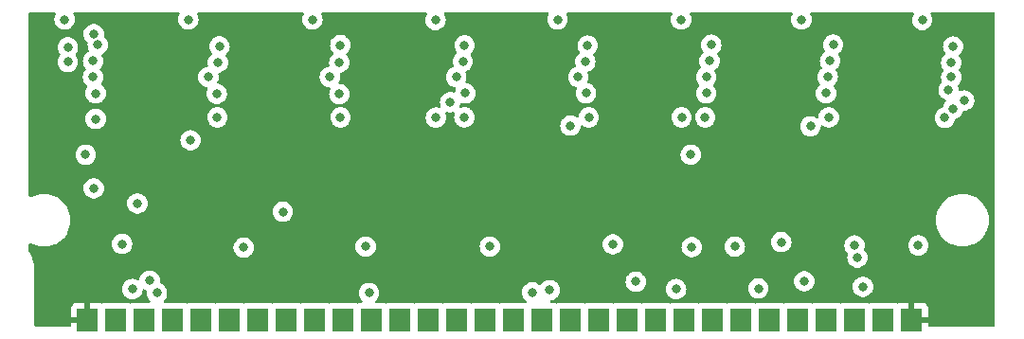
<source format=gbr>
%TF.GenerationSoftware,KiCad,Pcbnew,6.0.0+dfsg1-2*%
%TF.CreationDate,2022-02-11T22:47:22+03:00*%
%TF.ProjectId,simm3016_n,73696d6d-3330-4313-965f-6e2e6b696361,rev?*%
%TF.SameCoordinates,Original*%
%TF.FileFunction,Copper,L2,Inr*%
%TF.FilePolarity,Positive*%
%FSLAX46Y46*%
G04 Gerber Fmt 4.6, Leading zero omitted, Abs format (unit mm)*
G04 Created by KiCad (PCBNEW 6.0.0+dfsg1-2) date 2022-02-11 22:47:22*
%MOMM*%
%LPD*%
G01*
G04 APERTURE LIST*
%TA.AperFunction,ComponentPad*%
%ADD10R,1.900000X2.000000*%
%TD*%
%TA.AperFunction,ViaPad*%
%ADD11C,0.800000*%
%TD*%
G04 APERTURE END LIST*
D10*
%TO.N,+5V*%
%TO.C,J1*%
X142350000Y-144750000D03*
%TO.N,/~{CAS}*%
X144890000Y-144750000D03*
%TO.N,/DQ0*%
X147430000Y-144750000D03*
%TO.N,/A0*%
X149970000Y-144750000D03*
%TO.N,/A1*%
X152510000Y-144750000D03*
%TO.N,/DQ1*%
X155050000Y-144750000D03*
%TO.N,/A2*%
X157590000Y-144750000D03*
%TO.N,/A3*%
X160130000Y-144750000D03*
%TO.N,GNDD*%
X162670000Y-144750000D03*
%TO.N,/DQ2*%
X165210000Y-144750000D03*
%TO.N,/A4*%
X167750000Y-144750000D03*
%TO.N,/A5*%
X170290000Y-144750000D03*
%TO.N,/DQ3*%
X172830000Y-144750000D03*
%TO.N,/A6*%
X175370000Y-144750000D03*
%TO.N,/A7*%
X177910000Y-144750000D03*
%TO.N,/DQ4*%
X180450000Y-144750000D03*
%TO.N,/A8*%
X182990000Y-144750000D03*
%TO.N,/A9*%
X185530000Y-144750000D03*
%TO.N,/A10*%
X188070000Y-144750000D03*
%TO.N,/DQ5*%
X190610000Y-144750000D03*
%TO.N,/~{WE}*%
X193150000Y-144750000D03*
%TO.N,GNDD*%
X195690000Y-144750000D03*
%TO.N,/DQ6*%
X198230000Y-144750000D03*
%TO.N,/A11*%
X200770000Y-144750000D03*
%TO.N,/DQ7*%
X203310000Y-144750000D03*
%TO.N,GNDD*%
X205850000Y-144750000D03*
%TO.N,/~{RAS}*%
X208390000Y-144750000D03*
%TO.N,unconnected-(J1-Pad28)*%
X210930000Y-144750000D03*
%TO.N,unconnected-(J1-Pad29)*%
X213470000Y-144750000D03*
%TO.N,+5V*%
X216010000Y-144750000D03*
%TD*%
D11*
%TO.N,+5V*%
X200200000Y-133950000D03*
X178300000Y-133900000D03*
X210900000Y-134000000D03*
X156200000Y-133900000D03*
X167200000Y-134000000D03*
X189300000Y-133900000D03*
X145200000Y-134000000D03*
X218542500Y-133120000D03*
%TO.N,GNDD*%
X140300000Y-117900000D03*
X173450000Y-117950000D03*
X178300000Y-138200000D03*
X206150000Y-117899989D03*
X195400000Y-117899989D03*
X184350000Y-117899989D03*
X145431053Y-137968947D03*
X167200000Y-138200000D03*
X200200000Y-138200000D03*
X156300000Y-138300000D03*
X189300000Y-138000000D03*
X151350000Y-117900000D03*
X210900000Y-138100000D03*
X162450000Y-117900000D03*
X216600000Y-138100000D03*
X216950000Y-117950000D03*
%TO.N,/~{WE}*%
X196264511Y-129985489D03*
%TO.N,/~{RAS}*%
X206954511Y-127445489D03*
%TO.N,/A11*%
X195449502Y-126650000D03*
X164950000Y-126650000D03*
X153950000Y-126650000D03*
X208600000Y-126650000D03*
X143073522Y-126800000D03*
X173475500Y-126677248D03*
X218975500Y-126696501D03*
X187150000Y-126650000D03*
X197550000Y-126650000D03*
X176024500Y-126648381D03*
%TO.N,/A10*%
X208350000Y-124500000D03*
X176100000Y-124500000D03*
X143073522Y-124508100D03*
X164850000Y-124575500D03*
X219300000Y-124200000D03*
X153900000Y-124550000D03*
X197650000Y-124500000D03*
X186900000Y-124500000D03*
%TO.N,/A0*%
X197650000Y-123050000D03*
X219550000Y-123050000D03*
X208500000Y-123050000D03*
X175300000Y-123050000D03*
X142900000Y-133000000D03*
X142824500Y-123059099D03*
X186200000Y-123050000D03*
X164000000Y-123050000D03*
X153150000Y-123050000D03*
%TO.N,/A1*%
X208709989Y-121600999D03*
X140575500Y-121700000D03*
X219540011Y-121759989D03*
X146800000Y-134350000D03*
X175883051Y-121658536D03*
X197940011Y-121600999D03*
X153989849Y-121755989D03*
X142833599Y-121610098D03*
X164839849Y-121755989D03*
X186832116Y-121681554D03*
%TO.N,/A2*%
X208989011Y-120151998D03*
X143255227Y-120163871D03*
X142174500Y-130000000D03*
X154139011Y-120306988D03*
X187039011Y-120232553D03*
X219710989Y-120310989D03*
X176039011Y-120209535D03*
X164933210Y-120200999D03*
X198090477Y-120151998D03*
%TO.N,/A3*%
X142900000Y-119200000D03*
X159800000Y-135100000D03*
%TO.N,/A4*%
X147900000Y-141250000D03*
%TO.N,/A5*%
X148550000Y-142350000D03*
X140590000Y-120390000D03*
X167500000Y-142350000D03*
X146350000Y-142000000D03*
%TO.N,/A6*%
X211650000Y-141800000D03*
X220704605Y-125144687D03*
X204350000Y-137800000D03*
X191350000Y-141350000D03*
X194950000Y-142000000D03*
X183650000Y-142100000D03*
X206400000Y-141300000D03*
%TO.N,/A7*%
X219700000Y-125900000D03*
X202300000Y-141950000D03*
X182100000Y-142300000D03*
X196350000Y-138250000D03*
X211150000Y-139200000D03*
%TO.N,/A8*%
X174750000Y-125300000D03*
%TO.N,/A9*%
X185500000Y-127400000D03*
%TO.N,/~{CAS}*%
X151550000Y-128700000D03*
%TD*%
%TA.AperFunction,Conductor*%
%TO.N,+5V*%
G36*
X139471497Y-117278002D02*
G01*
X139517990Y-117331658D01*
X139528094Y-117401932D01*
X139512495Y-117447000D01*
X139468784Y-117522710D01*
X139465473Y-117528444D01*
X139406458Y-117710072D01*
X139386496Y-117900000D01*
X139406458Y-118089928D01*
X139465473Y-118271556D01*
X139560960Y-118436944D01*
X139565378Y-118441851D01*
X139565379Y-118441852D01*
X139605980Y-118486944D01*
X139688747Y-118578866D01*
X139843248Y-118691118D01*
X139849276Y-118693802D01*
X139849278Y-118693803D01*
X140011681Y-118766109D01*
X140017712Y-118768794D01*
X140111112Y-118788647D01*
X140198056Y-118807128D01*
X140198061Y-118807128D01*
X140204513Y-118808500D01*
X140395487Y-118808500D01*
X140401939Y-118807128D01*
X140401944Y-118807128D01*
X140488888Y-118788647D01*
X140582288Y-118768794D01*
X140588319Y-118766109D01*
X140750722Y-118693803D01*
X140750724Y-118693802D01*
X140756752Y-118691118D01*
X140911253Y-118578866D01*
X140994020Y-118486944D01*
X141034621Y-118441852D01*
X141034622Y-118441851D01*
X141039040Y-118436944D01*
X141134527Y-118271556D01*
X141193542Y-118089928D01*
X141213504Y-117900000D01*
X141193542Y-117710072D01*
X141134527Y-117528444D01*
X141131217Y-117522710D01*
X141087505Y-117447000D01*
X141070767Y-117378005D01*
X141093987Y-117310913D01*
X141149794Y-117267026D01*
X141196624Y-117258000D01*
X150453376Y-117258000D01*
X150521497Y-117278002D01*
X150567990Y-117331658D01*
X150578094Y-117401932D01*
X150562495Y-117447000D01*
X150518784Y-117522710D01*
X150515473Y-117528444D01*
X150456458Y-117710072D01*
X150436496Y-117900000D01*
X150456458Y-118089928D01*
X150515473Y-118271556D01*
X150610960Y-118436944D01*
X150615378Y-118441851D01*
X150615379Y-118441852D01*
X150655980Y-118486944D01*
X150738747Y-118578866D01*
X150893248Y-118691118D01*
X150899276Y-118693802D01*
X150899278Y-118693803D01*
X151061681Y-118766109D01*
X151067712Y-118768794D01*
X151161112Y-118788647D01*
X151248056Y-118807128D01*
X151248061Y-118807128D01*
X151254513Y-118808500D01*
X151445487Y-118808500D01*
X151451939Y-118807128D01*
X151451944Y-118807128D01*
X151538888Y-118788647D01*
X151632288Y-118768794D01*
X151638319Y-118766109D01*
X151800722Y-118693803D01*
X151800724Y-118693802D01*
X151806752Y-118691118D01*
X151961253Y-118578866D01*
X152044020Y-118486944D01*
X152084621Y-118441852D01*
X152084622Y-118441851D01*
X152089040Y-118436944D01*
X152184527Y-118271556D01*
X152243542Y-118089928D01*
X152263504Y-117900000D01*
X152243542Y-117710072D01*
X152184527Y-117528444D01*
X152181217Y-117522710D01*
X152137505Y-117447000D01*
X152120767Y-117378005D01*
X152143987Y-117310913D01*
X152199794Y-117267026D01*
X152246624Y-117258000D01*
X161553376Y-117258000D01*
X161621497Y-117278002D01*
X161667990Y-117331658D01*
X161678094Y-117401932D01*
X161662495Y-117447000D01*
X161618784Y-117522710D01*
X161615473Y-117528444D01*
X161556458Y-117710072D01*
X161536496Y-117900000D01*
X161556458Y-118089928D01*
X161615473Y-118271556D01*
X161710960Y-118436944D01*
X161715378Y-118441851D01*
X161715379Y-118441852D01*
X161755980Y-118486944D01*
X161838747Y-118578866D01*
X161993248Y-118691118D01*
X161999276Y-118693802D01*
X161999278Y-118693803D01*
X162161681Y-118766109D01*
X162167712Y-118768794D01*
X162261112Y-118788647D01*
X162348056Y-118807128D01*
X162348061Y-118807128D01*
X162354513Y-118808500D01*
X162545487Y-118808500D01*
X162551939Y-118807128D01*
X162551944Y-118807128D01*
X162638888Y-118788647D01*
X162732288Y-118768794D01*
X162738319Y-118766109D01*
X162900722Y-118693803D01*
X162900724Y-118693802D01*
X162906752Y-118691118D01*
X163061253Y-118578866D01*
X163144020Y-118486944D01*
X163184621Y-118441852D01*
X163184622Y-118441851D01*
X163189040Y-118436944D01*
X163284527Y-118271556D01*
X163343542Y-118089928D01*
X163363504Y-117900000D01*
X163343542Y-117710072D01*
X163284527Y-117528444D01*
X163281217Y-117522710D01*
X163237505Y-117447000D01*
X163220767Y-117378005D01*
X163243987Y-117310913D01*
X163299794Y-117267026D01*
X163346624Y-117258000D01*
X172582243Y-117258000D01*
X172650364Y-117278002D01*
X172696857Y-117331658D01*
X172706961Y-117401932D01*
X172691362Y-117447000D01*
X172640718Y-117534718D01*
X172615473Y-117578444D01*
X172556458Y-117760072D01*
X172536496Y-117950000D01*
X172537186Y-117956565D01*
X172551862Y-118096195D01*
X172556458Y-118139928D01*
X172615473Y-118321556D01*
X172618776Y-118327278D01*
X172618777Y-118327279D01*
X172652686Y-118386010D01*
X172710960Y-118486944D01*
X172715378Y-118491851D01*
X172715379Y-118491852D01*
X172789295Y-118573944D01*
X172838747Y-118628866D01*
X172993248Y-118741118D01*
X172999276Y-118743802D01*
X172999278Y-118743803D01*
X173144566Y-118808489D01*
X173167712Y-118818794D01*
X173242680Y-118834729D01*
X173348056Y-118857128D01*
X173348061Y-118857128D01*
X173354513Y-118858500D01*
X173545487Y-118858500D01*
X173551939Y-118857128D01*
X173551944Y-118857128D01*
X173657320Y-118834729D01*
X173732288Y-118818794D01*
X173755434Y-118808489D01*
X173900722Y-118743803D01*
X173900724Y-118743802D01*
X173906752Y-118741118D01*
X174061253Y-118628866D01*
X174110705Y-118573944D01*
X174184621Y-118491852D01*
X174184622Y-118491851D01*
X174189040Y-118486944D01*
X174247314Y-118386010D01*
X174281223Y-118327279D01*
X174281224Y-118327278D01*
X174284527Y-118321556D01*
X174343542Y-118139928D01*
X174348139Y-118096195D01*
X174362814Y-117956565D01*
X174363504Y-117950000D01*
X174343542Y-117760072D01*
X174284527Y-117578444D01*
X174259282Y-117534718D01*
X174208638Y-117447000D01*
X174191900Y-117378005D01*
X174215121Y-117310913D01*
X174270928Y-117267026D01*
X174317757Y-117258000D01*
X183453369Y-117258000D01*
X183521490Y-117278002D01*
X183567983Y-117331658D01*
X183578087Y-117401932D01*
X183562488Y-117447000D01*
X183515473Y-117528433D01*
X183456458Y-117710061D01*
X183455768Y-117716622D01*
X183455768Y-117716624D01*
X183451202Y-117760072D01*
X183436496Y-117899989D01*
X183456458Y-118089917D01*
X183515473Y-118271545D01*
X183518776Y-118277267D01*
X183518777Y-118277268D01*
X183526994Y-118291500D01*
X183610960Y-118436933D01*
X183615378Y-118441840D01*
X183615379Y-118441841D01*
X183686775Y-118521134D01*
X183738747Y-118578855D01*
X183893248Y-118691107D01*
X183899276Y-118693791D01*
X183899278Y-118693792D01*
X184061681Y-118766098D01*
X184067712Y-118768783D01*
X184161112Y-118788636D01*
X184248056Y-118807117D01*
X184248061Y-118807117D01*
X184254513Y-118808489D01*
X184445487Y-118808489D01*
X184451939Y-118807117D01*
X184451944Y-118807117D01*
X184538888Y-118788636D01*
X184632288Y-118768783D01*
X184638319Y-118766098D01*
X184800722Y-118693792D01*
X184800724Y-118693791D01*
X184806752Y-118691107D01*
X184961253Y-118578855D01*
X185013225Y-118521134D01*
X185084621Y-118441841D01*
X185084622Y-118441840D01*
X185089040Y-118436933D01*
X185173006Y-118291500D01*
X185181223Y-118277268D01*
X185181224Y-118277267D01*
X185184527Y-118271545D01*
X185243542Y-118089917D01*
X185263504Y-117899989D01*
X185248798Y-117760072D01*
X185244232Y-117716624D01*
X185244232Y-117716622D01*
X185243542Y-117710061D01*
X185184527Y-117528433D01*
X185137512Y-117447000D01*
X185120774Y-117378004D01*
X185143995Y-117310912D01*
X185199802Y-117267025D01*
X185246631Y-117258000D01*
X194503369Y-117258000D01*
X194571490Y-117278002D01*
X194617983Y-117331658D01*
X194628087Y-117401932D01*
X194612488Y-117447000D01*
X194565473Y-117528433D01*
X194506458Y-117710061D01*
X194505768Y-117716622D01*
X194505768Y-117716624D01*
X194501202Y-117760072D01*
X194486496Y-117899989D01*
X194506458Y-118089917D01*
X194565473Y-118271545D01*
X194568776Y-118277267D01*
X194568777Y-118277268D01*
X194576994Y-118291500D01*
X194660960Y-118436933D01*
X194665378Y-118441840D01*
X194665379Y-118441841D01*
X194736775Y-118521134D01*
X194788747Y-118578855D01*
X194943248Y-118691107D01*
X194949276Y-118693791D01*
X194949278Y-118693792D01*
X195111681Y-118766098D01*
X195117712Y-118768783D01*
X195211112Y-118788636D01*
X195298056Y-118807117D01*
X195298061Y-118807117D01*
X195304513Y-118808489D01*
X195495487Y-118808489D01*
X195501939Y-118807117D01*
X195501944Y-118807117D01*
X195588888Y-118788636D01*
X195682288Y-118768783D01*
X195688319Y-118766098D01*
X195850722Y-118693792D01*
X195850724Y-118693791D01*
X195856752Y-118691107D01*
X196011253Y-118578855D01*
X196063225Y-118521134D01*
X196134621Y-118441841D01*
X196134622Y-118441840D01*
X196139040Y-118436933D01*
X196223006Y-118291500D01*
X196231223Y-118277268D01*
X196231224Y-118277267D01*
X196234527Y-118271545D01*
X196293542Y-118089917D01*
X196313504Y-117899989D01*
X196298798Y-117760072D01*
X196294232Y-117716624D01*
X196294232Y-117716622D01*
X196293542Y-117710061D01*
X196234527Y-117528433D01*
X196187512Y-117447000D01*
X196170774Y-117378004D01*
X196193995Y-117310912D01*
X196249802Y-117267025D01*
X196296631Y-117258000D01*
X205253369Y-117258000D01*
X205321490Y-117278002D01*
X205367983Y-117331658D01*
X205378087Y-117401932D01*
X205362488Y-117447000D01*
X205315473Y-117528433D01*
X205256458Y-117710061D01*
X205255768Y-117716622D01*
X205255768Y-117716624D01*
X205251202Y-117760072D01*
X205236496Y-117899989D01*
X205256458Y-118089917D01*
X205315473Y-118271545D01*
X205318776Y-118277267D01*
X205318777Y-118277268D01*
X205326994Y-118291500D01*
X205410960Y-118436933D01*
X205415378Y-118441840D01*
X205415379Y-118441841D01*
X205486775Y-118521134D01*
X205538747Y-118578855D01*
X205693248Y-118691107D01*
X205699276Y-118693791D01*
X205699278Y-118693792D01*
X205861681Y-118766098D01*
X205867712Y-118768783D01*
X205961112Y-118788636D01*
X206048056Y-118807117D01*
X206048061Y-118807117D01*
X206054513Y-118808489D01*
X206245487Y-118808489D01*
X206251939Y-118807117D01*
X206251944Y-118807117D01*
X206338888Y-118788636D01*
X206432288Y-118768783D01*
X206438319Y-118766098D01*
X206600722Y-118693792D01*
X206600724Y-118693791D01*
X206606752Y-118691107D01*
X206761253Y-118578855D01*
X206813225Y-118521134D01*
X206884621Y-118441841D01*
X206884622Y-118441840D01*
X206889040Y-118436933D01*
X206973006Y-118291500D01*
X206981223Y-118277268D01*
X206981224Y-118277267D01*
X206984527Y-118271545D01*
X207043542Y-118089917D01*
X207063504Y-117899989D01*
X207048798Y-117760072D01*
X207044232Y-117716624D01*
X207044232Y-117716622D01*
X207043542Y-117710061D01*
X206984527Y-117528433D01*
X206937512Y-117447000D01*
X206920774Y-117378004D01*
X206943995Y-117310912D01*
X206999802Y-117267025D01*
X207046631Y-117258000D01*
X216082243Y-117258000D01*
X216150364Y-117278002D01*
X216196857Y-117331658D01*
X216206961Y-117401932D01*
X216191362Y-117447000D01*
X216140718Y-117534718D01*
X216115473Y-117578444D01*
X216056458Y-117760072D01*
X216036496Y-117950000D01*
X216037186Y-117956565D01*
X216051862Y-118096195D01*
X216056458Y-118139928D01*
X216115473Y-118321556D01*
X216118776Y-118327278D01*
X216118777Y-118327279D01*
X216152686Y-118386010D01*
X216210960Y-118486944D01*
X216215378Y-118491851D01*
X216215379Y-118491852D01*
X216289295Y-118573944D01*
X216338747Y-118628866D01*
X216493248Y-118741118D01*
X216499276Y-118743802D01*
X216499278Y-118743803D01*
X216644566Y-118808489D01*
X216667712Y-118818794D01*
X216742680Y-118834729D01*
X216848056Y-118857128D01*
X216848061Y-118857128D01*
X216854513Y-118858500D01*
X217045487Y-118858500D01*
X217051939Y-118857128D01*
X217051944Y-118857128D01*
X217157320Y-118834729D01*
X217232288Y-118818794D01*
X217255434Y-118808489D01*
X217400722Y-118743803D01*
X217400724Y-118743802D01*
X217406752Y-118741118D01*
X217561253Y-118628866D01*
X217610705Y-118573944D01*
X217684621Y-118491852D01*
X217684622Y-118491851D01*
X217689040Y-118486944D01*
X217747314Y-118386010D01*
X217781223Y-118327279D01*
X217781224Y-118327278D01*
X217784527Y-118321556D01*
X217843542Y-118139928D01*
X217848139Y-118096195D01*
X217862814Y-117956565D01*
X217863504Y-117950000D01*
X217843542Y-117760072D01*
X217784527Y-117578444D01*
X217759282Y-117534718D01*
X217708638Y-117447000D01*
X217691900Y-117378005D01*
X217715121Y-117310913D01*
X217770928Y-117267026D01*
X217817757Y-117258000D01*
X223316000Y-117258000D01*
X223384121Y-117278002D01*
X223430614Y-117331658D01*
X223442000Y-117384000D01*
X223442000Y-145216000D01*
X223421998Y-145284121D01*
X223368342Y-145330614D01*
X223316000Y-145342000D01*
X217594000Y-145342000D01*
X217525879Y-145321998D01*
X217479386Y-145268342D01*
X217468000Y-145216000D01*
X217468000Y-145022115D01*
X217463525Y-145006876D01*
X217462135Y-145005671D01*
X217454452Y-145004000D01*
X215882000Y-145004000D01*
X215813879Y-144983998D01*
X215767386Y-144930342D01*
X215756000Y-144878000D01*
X215756000Y-144477885D01*
X216264000Y-144477885D01*
X216268475Y-144493124D01*
X216269865Y-144494329D01*
X216277548Y-144496000D01*
X217449884Y-144496000D01*
X217465123Y-144491525D01*
X217466328Y-144490135D01*
X217467999Y-144482452D01*
X217467999Y-143705331D01*
X217467629Y-143698510D01*
X217462105Y-143647648D01*
X217458479Y-143632396D01*
X217413324Y-143511946D01*
X217404786Y-143496351D01*
X217328285Y-143394276D01*
X217315724Y-143381715D01*
X217213649Y-143305214D01*
X217198054Y-143296676D01*
X217077606Y-143251522D01*
X217062351Y-143247895D01*
X217011486Y-143242369D01*
X217004672Y-143242000D01*
X216282115Y-143242000D01*
X216266876Y-143246475D01*
X216265671Y-143247865D01*
X216264000Y-143255548D01*
X216264000Y-144477885D01*
X215756000Y-144477885D01*
X215756000Y-143260116D01*
X215751525Y-143244877D01*
X215750135Y-143243672D01*
X215742452Y-143242001D01*
X215015331Y-143242001D01*
X215008510Y-143242371D01*
X214957648Y-143247895D01*
X214942396Y-143251521D01*
X214821942Y-143296677D01*
X214801035Y-143308124D01*
X214731678Y-143323293D01*
X214680017Y-143308124D01*
X214673887Y-143304768D01*
X214666705Y-143299385D01*
X214658304Y-143296236D01*
X214658301Y-143296234D01*
X214549770Y-143255548D01*
X214530316Y-143248255D01*
X214468134Y-143241500D01*
X212471866Y-143241500D01*
X212409684Y-143248255D01*
X212390230Y-143255548D01*
X212281699Y-143296234D01*
X212281696Y-143296236D01*
X212273295Y-143299385D01*
X212266113Y-143304768D01*
X212260509Y-143307836D01*
X212191152Y-143323005D01*
X212139491Y-143307836D01*
X212133887Y-143304768D01*
X212126705Y-143299385D01*
X212118304Y-143296236D01*
X212118301Y-143296234D01*
X212009770Y-143255548D01*
X211990316Y-143248255D01*
X211928134Y-143241500D01*
X209931866Y-143241500D01*
X209869684Y-143248255D01*
X209850230Y-143255548D01*
X209741699Y-143296234D01*
X209741696Y-143296236D01*
X209733295Y-143299385D01*
X209726113Y-143304768D01*
X209720509Y-143307836D01*
X209651152Y-143323005D01*
X209599491Y-143307836D01*
X209593887Y-143304768D01*
X209586705Y-143299385D01*
X209578304Y-143296236D01*
X209578301Y-143296234D01*
X209469770Y-143255548D01*
X209450316Y-143248255D01*
X209388134Y-143241500D01*
X207391866Y-143241500D01*
X207329684Y-143248255D01*
X207310230Y-143255548D01*
X207201699Y-143296234D01*
X207201696Y-143296236D01*
X207193295Y-143299385D01*
X207186113Y-143304768D01*
X207180509Y-143307836D01*
X207111152Y-143323005D01*
X207059491Y-143307836D01*
X207053887Y-143304768D01*
X207046705Y-143299385D01*
X207038304Y-143296236D01*
X207038301Y-143296234D01*
X206929770Y-143255548D01*
X206910316Y-143248255D01*
X206848134Y-143241500D01*
X204851866Y-143241500D01*
X204789684Y-143248255D01*
X204770230Y-143255548D01*
X204661699Y-143296234D01*
X204661696Y-143296236D01*
X204653295Y-143299385D01*
X204646113Y-143304768D01*
X204640509Y-143307836D01*
X204571152Y-143323005D01*
X204519491Y-143307836D01*
X204513887Y-143304768D01*
X204506705Y-143299385D01*
X204498304Y-143296236D01*
X204498301Y-143296234D01*
X204389770Y-143255548D01*
X204370316Y-143248255D01*
X204308134Y-143241500D01*
X202311866Y-143241500D01*
X202249684Y-143248255D01*
X202230230Y-143255548D01*
X202121699Y-143296234D01*
X202121696Y-143296236D01*
X202113295Y-143299385D01*
X202106113Y-143304768D01*
X202100509Y-143307836D01*
X202031152Y-143323005D01*
X201979491Y-143307836D01*
X201973887Y-143304768D01*
X201966705Y-143299385D01*
X201958304Y-143296236D01*
X201958301Y-143296234D01*
X201849770Y-143255548D01*
X201830316Y-143248255D01*
X201768134Y-143241500D01*
X199771866Y-143241500D01*
X199709684Y-143248255D01*
X199690230Y-143255548D01*
X199581699Y-143296234D01*
X199581696Y-143296236D01*
X199573295Y-143299385D01*
X199566113Y-143304768D01*
X199560509Y-143307836D01*
X199491152Y-143323005D01*
X199439491Y-143307836D01*
X199433887Y-143304768D01*
X199426705Y-143299385D01*
X199418304Y-143296236D01*
X199418301Y-143296234D01*
X199309770Y-143255548D01*
X199290316Y-143248255D01*
X199228134Y-143241500D01*
X197231866Y-143241500D01*
X197169684Y-143248255D01*
X197150230Y-143255548D01*
X197041699Y-143296234D01*
X197041696Y-143296236D01*
X197033295Y-143299385D01*
X197026113Y-143304768D01*
X197020509Y-143307836D01*
X196951152Y-143323005D01*
X196899491Y-143307836D01*
X196893887Y-143304768D01*
X196886705Y-143299385D01*
X196878304Y-143296236D01*
X196878301Y-143296234D01*
X196769770Y-143255548D01*
X196750316Y-143248255D01*
X196688134Y-143241500D01*
X194691866Y-143241500D01*
X194629684Y-143248255D01*
X194610230Y-143255548D01*
X194501699Y-143296234D01*
X194501696Y-143296236D01*
X194493295Y-143299385D01*
X194486113Y-143304768D01*
X194480509Y-143307836D01*
X194411152Y-143323005D01*
X194359491Y-143307836D01*
X194353887Y-143304768D01*
X194346705Y-143299385D01*
X194338304Y-143296236D01*
X194338301Y-143296234D01*
X194229770Y-143255548D01*
X194210316Y-143248255D01*
X194148134Y-143241500D01*
X192151866Y-143241500D01*
X192089684Y-143248255D01*
X192070230Y-143255548D01*
X191961699Y-143296234D01*
X191961696Y-143296236D01*
X191953295Y-143299385D01*
X191946113Y-143304768D01*
X191940509Y-143307836D01*
X191871152Y-143323005D01*
X191819491Y-143307836D01*
X191813887Y-143304768D01*
X191806705Y-143299385D01*
X191798304Y-143296236D01*
X191798301Y-143296234D01*
X191689770Y-143255548D01*
X191670316Y-143248255D01*
X191608134Y-143241500D01*
X189611866Y-143241500D01*
X189549684Y-143248255D01*
X189530230Y-143255548D01*
X189421699Y-143296234D01*
X189421696Y-143296236D01*
X189413295Y-143299385D01*
X189406113Y-143304768D01*
X189400509Y-143307836D01*
X189331152Y-143323005D01*
X189279491Y-143307836D01*
X189273887Y-143304768D01*
X189266705Y-143299385D01*
X189258304Y-143296236D01*
X189258301Y-143296234D01*
X189149770Y-143255548D01*
X189130316Y-143248255D01*
X189068134Y-143241500D01*
X187071866Y-143241500D01*
X187009684Y-143248255D01*
X186990230Y-143255548D01*
X186881699Y-143296234D01*
X186881696Y-143296236D01*
X186873295Y-143299385D01*
X186866113Y-143304768D01*
X186860509Y-143307836D01*
X186791152Y-143323005D01*
X186739491Y-143307836D01*
X186733887Y-143304768D01*
X186726705Y-143299385D01*
X186718304Y-143296236D01*
X186718301Y-143296234D01*
X186609770Y-143255548D01*
X186590316Y-143248255D01*
X186528134Y-143241500D01*
X184531866Y-143241500D01*
X184469684Y-143248255D01*
X184450230Y-143255548D01*
X184341699Y-143296234D01*
X184341696Y-143296236D01*
X184333295Y-143299385D01*
X184326113Y-143304768D01*
X184320509Y-143307836D01*
X184251152Y-143323005D01*
X184199491Y-143307836D01*
X184193887Y-143304768D01*
X184186705Y-143299385D01*
X184178304Y-143296236D01*
X184178301Y-143296234D01*
X184069770Y-143255548D01*
X184050316Y-143248255D01*
X183988134Y-143241500D01*
X183848120Y-143241500D01*
X183779999Y-143221498D01*
X183733506Y-143167842D01*
X183723402Y-143097568D01*
X183752896Y-143032988D01*
X183812622Y-142994604D01*
X183821923Y-142992253D01*
X183866616Y-142982753D01*
X183932288Y-142968794D01*
X183938319Y-142966109D01*
X184100722Y-142893803D01*
X184100724Y-142893802D01*
X184106752Y-142891118D01*
X184261253Y-142778866D01*
X184292824Y-142743803D01*
X184384621Y-142641852D01*
X184384622Y-142641851D01*
X184389040Y-142636944D01*
X184484527Y-142471556D01*
X184543542Y-142289928D01*
X184546990Y-142257128D01*
X184562814Y-142106565D01*
X184563504Y-142100000D01*
X184555532Y-142024147D01*
X184544232Y-141916635D01*
X184544232Y-141916633D01*
X184543542Y-141910072D01*
X184484527Y-141728444D01*
X184389040Y-141563056D01*
X184368216Y-141539928D01*
X184265675Y-141426045D01*
X184265674Y-141426044D01*
X184261253Y-141421134D01*
X184163346Y-141350000D01*
X190436496Y-141350000D01*
X190437186Y-141356565D01*
X190452274Y-141500115D01*
X190456458Y-141539928D01*
X190515473Y-141721556D01*
X190610960Y-141886944D01*
X190615378Y-141891851D01*
X190615379Y-141891852D01*
X190637694Y-141916635D01*
X190738747Y-142028866D01*
X190893248Y-142141118D01*
X190899276Y-142143802D01*
X190899278Y-142143803D01*
X191044591Y-142208500D01*
X191067712Y-142218794D01*
X191161113Y-142238647D01*
X191248056Y-142257128D01*
X191248061Y-142257128D01*
X191254513Y-142258500D01*
X191445487Y-142258500D01*
X191451939Y-142257128D01*
X191451944Y-142257128D01*
X191538887Y-142238647D01*
X191632288Y-142218794D01*
X191655409Y-142208500D01*
X191800722Y-142143803D01*
X191800724Y-142143802D01*
X191806752Y-142141118D01*
X191961253Y-142028866D01*
X191987244Y-142000000D01*
X194036496Y-142000000D01*
X194037186Y-142006565D01*
X194055129Y-142177279D01*
X194056458Y-142189928D01*
X194115473Y-142371556D01*
X194210960Y-142536944D01*
X194215378Y-142541851D01*
X194215379Y-142541852D01*
X194329678Y-142668794D01*
X194338747Y-142678866D01*
X194424429Y-142741118D01*
X194476385Y-142778866D01*
X194493248Y-142791118D01*
X194499276Y-142793802D01*
X194499278Y-142793803D01*
X194644591Y-142858500D01*
X194667712Y-142868794D01*
X194753101Y-142886944D01*
X194848056Y-142907128D01*
X194848061Y-142907128D01*
X194854513Y-142908500D01*
X195045487Y-142908500D01*
X195051939Y-142907128D01*
X195051944Y-142907128D01*
X195146899Y-142886944D01*
X195232288Y-142868794D01*
X195255409Y-142858500D01*
X195400722Y-142793803D01*
X195400724Y-142793802D01*
X195406752Y-142791118D01*
X195423616Y-142778866D01*
X195475571Y-142741118D01*
X195561253Y-142678866D01*
X195570322Y-142668794D01*
X195684621Y-142541852D01*
X195684622Y-142541851D01*
X195689040Y-142536944D01*
X195784527Y-142371556D01*
X195843542Y-142189928D01*
X195844872Y-142177279D01*
X195862814Y-142006565D01*
X195863504Y-142000000D01*
X195858249Y-141950000D01*
X201386496Y-141950000D01*
X201387186Y-141956565D01*
X201405327Y-142129164D01*
X201406458Y-142139928D01*
X201465473Y-142321556D01*
X201560960Y-142486944D01*
X201565378Y-142491851D01*
X201565379Y-142491852D01*
X201657176Y-142593803D01*
X201688747Y-142628866D01*
X201843248Y-142741118D01*
X201849276Y-142743802D01*
X201849278Y-142743803D01*
X201936753Y-142782749D01*
X202017712Y-142818794D01*
X202103101Y-142836944D01*
X202198056Y-142857128D01*
X202198061Y-142857128D01*
X202204513Y-142858500D01*
X202395487Y-142858500D01*
X202401939Y-142857128D01*
X202401944Y-142857128D01*
X202496899Y-142836944D01*
X202582288Y-142818794D01*
X202663247Y-142782749D01*
X202750722Y-142743803D01*
X202750724Y-142743802D01*
X202756752Y-142741118D01*
X202911253Y-142628866D01*
X202942824Y-142593803D01*
X203034621Y-142491852D01*
X203034622Y-142491851D01*
X203039040Y-142486944D01*
X203134527Y-142321556D01*
X203193542Y-142139928D01*
X203194674Y-142129164D01*
X203212814Y-141956565D01*
X203213504Y-141950000D01*
X203208648Y-141903794D01*
X203194232Y-141766635D01*
X203194232Y-141766633D01*
X203193542Y-141760072D01*
X203134527Y-141578444D01*
X203039040Y-141413056D01*
X202945242Y-141308882D01*
X202937244Y-141300000D01*
X205486496Y-141300000D01*
X205487186Y-141306565D01*
X205504235Y-141468774D01*
X205506458Y-141489928D01*
X205565473Y-141671556D01*
X205660960Y-141836944D01*
X205665378Y-141841851D01*
X205665379Y-141841852D01*
X205705980Y-141886944D01*
X205788747Y-141978866D01*
X205943248Y-142091118D01*
X205949276Y-142093802D01*
X205949278Y-142093803D01*
X206055550Y-142141118D01*
X206117712Y-142168794D01*
X206211113Y-142188647D01*
X206298056Y-142207128D01*
X206298061Y-142207128D01*
X206304513Y-142208500D01*
X206495487Y-142208500D01*
X206501939Y-142207128D01*
X206501944Y-142207128D01*
X206588887Y-142188647D01*
X206682288Y-142168794D01*
X206744450Y-142141118D01*
X206850722Y-142093803D01*
X206850724Y-142093802D01*
X206856752Y-142091118D01*
X207011253Y-141978866D01*
X207094020Y-141886944D01*
X207134621Y-141841852D01*
X207134622Y-141841851D01*
X207139040Y-141836944D01*
X207160370Y-141800000D01*
X210736496Y-141800000D01*
X210756458Y-141989928D01*
X210815473Y-142171556D01*
X210818776Y-142177278D01*
X210818777Y-142177279D01*
X210836803Y-142208500D01*
X210910960Y-142336944D01*
X210915378Y-142341851D01*
X210915379Y-142341852D01*
X210928627Y-142356565D01*
X211038747Y-142478866D01*
X211193248Y-142591118D01*
X211199276Y-142593802D01*
X211199278Y-142593803D01*
X211361681Y-142666109D01*
X211367712Y-142668794D01*
X211433365Y-142682749D01*
X211548056Y-142707128D01*
X211548061Y-142707128D01*
X211554513Y-142708500D01*
X211745487Y-142708500D01*
X211751939Y-142707128D01*
X211751944Y-142707128D01*
X211866635Y-142682749D01*
X211932288Y-142668794D01*
X211938319Y-142666109D01*
X212100722Y-142593803D01*
X212100724Y-142593802D01*
X212106752Y-142591118D01*
X212261253Y-142478866D01*
X212371373Y-142356565D01*
X212384621Y-142341852D01*
X212384622Y-142341851D01*
X212389040Y-142336944D01*
X212463197Y-142208500D01*
X212481223Y-142177279D01*
X212481224Y-142177278D01*
X212484527Y-142171556D01*
X212543542Y-141989928D01*
X212563504Y-141800000D01*
X212545221Y-141626045D01*
X212544232Y-141616635D01*
X212544232Y-141616633D01*
X212543542Y-141610072D01*
X212484527Y-141428444D01*
X212463990Y-141392872D01*
X212422571Y-141321134D01*
X212389040Y-141263056D01*
X212377285Y-141250000D01*
X212265675Y-141126045D01*
X212265674Y-141126044D01*
X212261253Y-141121134D01*
X212106752Y-141008882D01*
X212100724Y-141006198D01*
X212100722Y-141006197D01*
X211938319Y-140933891D01*
X211938318Y-140933891D01*
X211932288Y-140931206D01*
X211838888Y-140911353D01*
X211751944Y-140892872D01*
X211751939Y-140892872D01*
X211745487Y-140891500D01*
X211554513Y-140891500D01*
X211548061Y-140892872D01*
X211548056Y-140892872D01*
X211461112Y-140911353D01*
X211367712Y-140931206D01*
X211361682Y-140933891D01*
X211361681Y-140933891D01*
X211199278Y-141006197D01*
X211199276Y-141006198D01*
X211193248Y-141008882D01*
X211038747Y-141121134D01*
X211034326Y-141126044D01*
X211034325Y-141126045D01*
X210922716Y-141250000D01*
X210910960Y-141263056D01*
X210877429Y-141321134D01*
X210836011Y-141392872D01*
X210815473Y-141428444D01*
X210756458Y-141610072D01*
X210755768Y-141616633D01*
X210755768Y-141616635D01*
X210754779Y-141626045D01*
X210736496Y-141800000D01*
X207160370Y-141800000D01*
X207234527Y-141671556D01*
X207293542Y-141489928D01*
X207295766Y-141468774D01*
X207312814Y-141306565D01*
X207313504Y-141300000D01*
X207298137Y-141153794D01*
X207294232Y-141116635D01*
X207294232Y-141116633D01*
X207293542Y-141110072D01*
X207234527Y-140928444D01*
X207213990Y-140892872D01*
X207171209Y-140818774D01*
X207139040Y-140763056D01*
X207099169Y-140718774D01*
X207015675Y-140626045D01*
X207015674Y-140626044D01*
X207011253Y-140621134D01*
X206856752Y-140508882D01*
X206850724Y-140506198D01*
X206850722Y-140506197D01*
X206688319Y-140433891D01*
X206688318Y-140433891D01*
X206682288Y-140431206D01*
X206588888Y-140411353D01*
X206501944Y-140392872D01*
X206501939Y-140392872D01*
X206495487Y-140391500D01*
X206304513Y-140391500D01*
X206298061Y-140392872D01*
X206298056Y-140392872D01*
X206211112Y-140411353D01*
X206117712Y-140431206D01*
X206111682Y-140433891D01*
X206111681Y-140433891D01*
X205949278Y-140506197D01*
X205949276Y-140506198D01*
X205943248Y-140508882D01*
X205788747Y-140621134D01*
X205784326Y-140626044D01*
X205784325Y-140626045D01*
X205700832Y-140718774D01*
X205660960Y-140763056D01*
X205628791Y-140818774D01*
X205586011Y-140892872D01*
X205565473Y-140928444D01*
X205506458Y-141110072D01*
X205505768Y-141116633D01*
X205505768Y-141116635D01*
X205501863Y-141153794D01*
X205486496Y-141300000D01*
X202937244Y-141300000D01*
X202915675Y-141276045D01*
X202915674Y-141276044D01*
X202911253Y-141271134D01*
X202756752Y-141158882D01*
X202750724Y-141156198D01*
X202750722Y-141156197D01*
X202588319Y-141083891D01*
X202588318Y-141083891D01*
X202582288Y-141081206D01*
X202482861Y-141060072D01*
X202401944Y-141042872D01*
X202401939Y-141042872D01*
X202395487Y-141041500D01*
X202204513Y-141041500D01*
X202198061Y-141042872D01*
X202198056Y-141042872D01*
X202117139Y-141060072D01*
X202017712Y-141081206D01*
X202011682Y-141083891D01*
X202011681Y-141083891D01*
X201849278Y-141156197D01*
X201849276Y-141156198D01*
X201843248Y-141158882D01*
X201688747Y-141271134D01*
X201684326Y-141276044D01*
X201684325Y-141276045D01*
X201654759Y-141308882D01*
X201560960Y-141413056D01*
X201465473Y-141578444D01*
X201406458Y-141760072D01*
X201405768Y-141766633D01*
X201405768Y-141766635D01*
X201391352Y-141903794D01*
X201386496Y-141950000D01*
X195858249Y-141950000D01*
X195854052Y-141910072D01*
X195844232Y-141816635D01*
X195844232Y-141816633D01*
X195843542Y-141810072D01*
X195784527Y-141628444D01*
X195689040Y-141463056D01*
X195668216Y-141439928D01*
X195565675Y-141326045D01*
X195565674Y-141326044D01*
X195561253Y-141321134D01*
X195435590Y-141229834D01*
X195412094Y-141212763D01*
X195412093Y-141212762D01*
X195406752Y-141208882D01*
X195400724Y-141206198D01*
X195400722Y-141206197D01*
X195238319Y-141133891D01*
X195238318Y-141133891D01*
X195232288Y-141131206D01*
X195132861Y-141110072D01*
X195051944Y-141092872D01*
X195051939Y-141092872D01*
X195045487Y-141091500D01*
X194854513Y-141091500D01*
X194848061Y-141092872D01*
X194848056Y-141092872D01*
X194767139Y-141110072D01*
X194667712Y-141131206D01*
X194661682Y-141133891D01*
X194661681Y-141133891D01*
X194499278Y-141206197D01*
X194499276Y-141206198D01*
X194493248Y-141208882D01*
X194487907Y-141212762D01*
X194487906Y-141212763D01*
X194464410Y-141229834D01*
X194338747Y-141321134D01*
X194334326Y-141326044D01*
X194334325Y-141326045D01*
X194231785Y-141439928D01*
X194210960Y-141463056D01*
X194115473Y-141628444D01*
X194056458Y-141810072D01*
X194055768Y-141816633D01*
X194055768Y-141816635D01*
X194045948Y-141910072D01*
X194036496Y-142000000D01*
X191987244Y-142000000D01*
X192062306Y-141916635D01*
X192084621Y-141891852D01*
X192084622Y-141891851D01*
X192089040Y-141886944D01*
X192184527Y-141721556D01*
X192243542Y-141539928D01*
X192247727Y-141500115D01*
X192262814Y-141356565D01*
X192263504Y-141350000D01*
X192251301Y-141233891D01*
X192244232Y-141166635D01*
X192244232Y-141166633D01*
X192243542Y-141160072D01*
X192184527Y-140978444D01*
X192089040Y-140813056D01*
X192049169Y-140768774D01*
X191965675Y-140676045D01*
X191965674Y-140676044D01*
X191961253Y-140671134D01*
X191830375Y-140576045D01*
X191812094Y-140562763D01*
X191812093Y-140562762D01*
X191806752Y-140558882D01*
X191800724Y-140556198D01*
X191800722Y-140556197D01*
X191638319Y-140483891D01*
X191638318Y-140483891D01*
X191632288Y-140481206D01*
X191538888Y-140461353D01*
X191451944Y-140442872D01*
X191451939Y-140442872D01*
X191445487Y-140441500D01*
X191254513Y-140441500D01*
X191248061Y-140442872D01*
X191248056Y-140442872D01*
X191161112Y-140461353D01*
X191067712Y-140481206D01*
X191061682Y-140483891D01*
X191061681Y-140483891D01*
X190899278Y-140556197D01*
X190899276Y-140556198D01*
X190893248Y-140558882D01*
X190887907Y-140562762D01*
X190887906Y-140562763D01*
X190869625Y-140576045D01*
X190738747Y-140671134D01*
X190734326Y-140676044D01*
X190734325Y-140676045D01*
X190650832Y-140768774D01*
X190610960Y-140813056D01*
X190515473Y-140978444D01*
X190456458Y-141160072D01*
X190455768Y-141166633D01*
X190455768Y-141166635D01*
X190448699Y-141233891D01*
X190436496Y-141350000D01*
X184163346Y-141350000D01*
X184130375Y-141326045D01*
X184112094Y-141312763D01*
X184112093Y-141312762D01*
X184106752Y-141308882D01*
X184100724Y-141306198D01*
X184100722Y-141306197D01*
X183938319Y-141233891D01*
X183938318Y-141233891D01*
X183932288Y-141231206D01*
X183838888Y-141211353D01*
X183751944Y-141192872D01*
X183751939Y-141192872D01*
X183745487Y-141191500D01*
X183554513Y-141191500D01*
X183548061Y-141192872D01*
X183548056Y-141192872D01*
X183461112Y-141211353D01*
X183367712Y-141231206D01*
X183361682Y-141233891D01*
X183361681Y-141233891D01*
X183199278Y-141306197D01*
X183199276Y-141306198D01*
X183193248Y-141308882D01*
X183187907Y-141312762D01*
X183187906Y-141312763D01*
X183169625Y-141326045D01*
X183038747Y-141421134D01*
X183034326Y-141426044D01*
X183034325Y-141426045D01*
X182931785Y-141539928D01*
X182910960Y-141563056D01*
X182907659Y-141568774D01*
X182898037Y-141585440D01*
X182846656Y-141634434D01*
X182776942Y-141647872D01*
X182711874Y-141621823D01*
X182711253Y-141621134D01*
X182556752Y-141508882D01*
X182550724Y-141506198D01*
X182550722Y-141506197D01*
X182388319Y-141433891D01*
X182388318Y-141433891D01*
X182382288Y-141431206D01*
X182288888Y-141411353D01*
X182201944Y-141392872D01*
X182201939Y-141392872D01*
X182195487Y-141391500D01*
X182004513Y-141391500D01*
X181998061Y-141392872D01*
X181998056Y-141392872D01*
X181911112Y-141411353D01*
X181817712Y-141431206D01*
X181811682Y-141433891D01*
X181811681Y-141433891D01*
X181649278Y-141506197D01*
X181649276Y-141506198D01*
X181643248Y-141508882D01*
X181488747Y-141621134D01*
X181484326Y-141626044D01*
X181484325Y-141626045D01*
X181369300Y-141753794D01*
X181360960Y-141763056D01*
X181265473Y-141928444D01*
X181206458Y-142110072D01*
X181205768Y-142116633D01*
X181205768Y-142116635D01*
X181198065Y-142189928D01*
X181186496Y-142300000D01*
X181187186Y-142306565D01*
X181205129Y-142477279D01*
X181206458Y-142489928D01*
X181265473Y-142671556D01*
X181268776Y-142677278D01*
X181268777Y-142677279D01*
X181286803Y-142708500D01*
X181360960Y-142836944D01*
X181365378Y-142841851D01*
X181365379Y-142841852D01*
X181479678Y-142968794D01*
X181488747Y-142978866D01*
X181494087Y-142982746D01*
X181494095Y-142982753D01*
X181537820Y-143014520D01*
X181581175Y-143070742D01*
X181587251Y-143141478D01*
X181554119Y-143204270D01*
X181492299Y-143239181D01*
X181454962Y-143241432D01*
X181454928Y-143242053D01*
X181451531Y-143241869D01*
X181448134Y-143241500D01*
X179451866Y-143241500D01*
X179389684Y-143248255D01*
X179370230Y-143255548D01*
X179261699Y-143296234D01*
X179261696Y-143296236D01*
X179253295Y-143299385D01*
X179246113Y-143304768D01*
X179240509Y-143307836D01*
X179171152Y-143323005D01*
X179119491Y-143307836D01*
X179113887Y-143304768D01*
X179106705Y-143299385D01*
X179098304Y-143296236D01*
X179098301Y-143296234D01*
X178989770Y-143255548D01*
X178970316Y-143248255D01*
X178908134Y-143241500D01*
X176911866Y-143241500D01*
X176849684Y-143248255D01*
X176830230Y-143255548D01*
X176721699Y-143296234D01*
X176721696Y-143296236D01*
X176713295Y-143299385D01*
X176706113Y-143304768D01*
X176700509Y-143307836D01*
X176631152Y-143323005D01*
X176579491Y-143307836D01*
X176573887Y-143304768D01*
X176566705Y-143299385D01*
X176558304Y-143296236D01*
X176558301Y-143296234D01*
X176449770Y-143255548D01*
X176430316Y-143248255D01*
X176368134Y-143241500D01*
X174371866Y-143241500D01*
X174309684Y-143248255D01*
X174290230Y-143255548D01*
X174181699Y-143296234D01*
X174181696Y-143296236D01*
X174173295Y-143299385D01*
X174166113Y-143304768D01*
X174160509Y-143307836D01*
X174091152Y-143323005D01*
X174039491Y-143307836D01*
X174033887Y-143304768D01*
X174026705Y-143299385D01*
X174018304Y-143296236D01*
X174018301Y-143296234D01*
X173909770Y-143255548D01*
X173890316Y-143248255D01*
X173828134Y-143241500D01*
X171831866Y-143241500D01*
X171769684Y-143248255D01*
X171750230Y-143255548D01*
X171641699Y-143296234D01*
X171641696Y-143296236D01*
X171633295Y-143299385D01*
X171626113Y-143304768D01*
X171620509Y-143307836D01*
X171551152Y-143323005D01*
X171499491Y-143307836D01*
X171493887Y-143304768D01*
X171486705Y-143299385D01*
X171478304Y-143296236D01*
X171478301Y-143296234D01*
X171369770Y-143255548D01*
X171350316Y-143248255D01*
X171288134Y-143241500D01*
X169291866Y-143241500D01*
X169229684Y-143248255D01*
X169210230Y-143255548D01*
X169101699Y-143296234D01*
X169101696Y-143296236D01*
X169093295Y-143299385D01*
X169086113Y-143304768D01*
X169080509Y-143307836D01*
X169011152Y-143323005D01*
X168959491Y-143307836D01*
X168953887Y-143304768D01*
X168946705Y-143299385D01*
X168938304Y-143296236D01*
X168938301Y-143296234D01*
X168829770Y-143255548D01*
X168810316Y-143248255D01*
X168748134Y-143241500D01*
X168202308Y-143241500D01*
X168134187Y-143221498D01*
X168087694Y-143167842D01*
X168077590Y-143097568D01*
X168107084Y-143032988D01*
X168110816Y-143029183D01*
X168111253Y-143028866D01*
X168239040Y-142886944D01*
X168334527Y-142721556D01*
X168393542Y-142539928D01*
X168413504Y-142350000D01*
X168407190Y-142289928D01*
X168394232Y-142166635D01*
X168394232Y-142166633D01*
X168393542Y-142160072D01*
X168334527Y-141978444D01*
X168239040Y-141813056D01*
X168233196Y-141806565D01*
X168115675Y-141676045D01*
X168115674Y-141676044D01*
X168111253Y-141671134D01*
X167956752Y-141558882D01*
X167950724Y-141556198D01*
X167950722Y-141556197D01*
X167788319Y-141483891D01*
X167788318Y-141483891D01*
X167782288Y-141481206D01*
X167688887Y-141461353D01*
X167601944Y-141442872D01*
X167601939Y-141442872D01*
X167595487Y-141441500D01*
X167404513Y-141441500D01*
X167398061Y-141442872D01*
X167398056Y-141442872D01*
X167311113Y-141461353D01*
X167217712Y-141481206D01*
X167211682Y-141483891D01*
X167211681Y-141483891D01*
X167049278Y-141556197D01*
X167049276Y-141556198D01*
X167043248Y-141558882D01*
X166888747Y-141671134D01*
X166884326Y-141676044D01*
X166884325Y-141676045D01*
X166766805Y-141806565D01*
X166760960Y-141813056D01*
X166665473Y-141978444D01*
X166606458Y-142160072D01*
X166605768Y-142166633D01*
X166605768Y-142166635D01*
X166592810Y-142289928D01*
X166586496Y-142350000D01*
X166606458Y-142539928D01*
X166665473Y-142721556D01*
X166760960Y-142886944D01*
X166765378Y-142891851D01*
X166765379Y-142891852D01*
X166888747Y-143028866D01*
X166887184Y-143030273D01*
X166919242Y-143082311D01*
X166917890Y-143153295D01*
X166878375Y-143212279D01*
X166813244Y-143240536D01*
X166797692Y-143241500D01*
X166751866Y-143241500D01*
X166689684Y-143248255D01*
X166670230Y-143255548D01*
X166561699Y-143296234D01*
X166561696Y-143296236D01*
X166553295Y-143299385D01*
X166546113Y-143304768D01*
X166540509Y-143307836D01*
X166471152Y-143323005D01*
X166419491Y-143307836D01*
X166413887Y-143304768D01*
X166406705Y-143299385D01*
X166398304Y-143296236D01*
X166398301Y-143296234D01*
X166289770Y-143255548D01*
X166270316Y-143248255D01*
X166208134Y-143241500D01*
X164211866Y-143241500D01*
X164149684Y-143248255D01*
X164130230Y-143255548D01*
X164021699Y-143296234D01*
X164021696Y-143296236D01*
X164013295Y-143299385D01*
X164006113Y-143304768D01*
X164000509Y-143307836D01*
X163931152Y-143323005D01*
X163879491Y-143307836D01*
X163873887Y-143304768D01*
X163866705Y-143299385D01*
X163858304Y-143296236D01*
X163858301Y-143296234D01*
X163749770Y-143255548D01*
X163730316Y-143248255D01*
X163668134Y-143241500D01*
X161671866Y-143241500D01*
X161609684Y-143248255D01*
X161590230Y-143255548D01*
X161481699Y-143296234D01*
X161481696Y-143296236D01*
X161473295Y-143299385D01*
X161466113Y-143304768D01*
X161460509Y-143307836D01*
X161391152Y-143323005D01*
X161339491Y-143307836D01*
X161333887Y-143304768D01*
X161326705Y-143299385D01*
X161318304Y-143296236D01*
X161318301Y-143296234D01*
X161209770Y-143255548D01*
X161190316Y-143248255D01*
X161128134Y-143241500D01*
X159131866Y-143241500D01*
X159069684Y-143248255D01*
X159050230Y-143255548D01*
X158941699Y-143296234D01*
X158941696Y-143296236D01*
X158933295Y-143299385D01*
X158926113Y-143304768D01*
X158920509Y-143307836D01*
X158851152Y-143323005D01*
X158799491Y-143307836D01*
X158793887Y-143304768D01*
X158786705Y-143299385D01*
X158778304Y-143296236D01*
X158778301Y-143296234D01*
X158669770Y-143255548D01*
X158650316Y-143248255D01*
X158588134Y-143241500D01*
X156591866Y-143241500D01*
X156529684Y-143248255D01*
X156510230Y-143255548D01*
X156401699Y-143296234D01*
X156401696Y-143296236D01*
X156393295Y-143299385D01*
X156386113Y-143304768D01*
X156380509Y-143307836D01*
X156311152Y-143323005D01*
X156259491Y-143307836D01*
X156253887Y-143304768D01*
X156246705Y-143299385D01*
X156238304Y-143296236D01*
X156238301Y-143296234D01*
X156129770Y-143255548D01*
X156110316Y-143248255D01*
X156048134Y-143241500D01*
X154051866Y-143241500D01*
X153989684Y-143248255D01*
X153970230Y-143255548D01*
X153861699Y-143296234D01*
X153861696Y-143296236D01*
X153853295Y-143299385D01*
X153846113Y-143304768D01*
X153840509Y-143307836D01*
X153771152Y-143323005D01*
X153719491Y-143307836D01*
X153713887Y-143304768D01*
X153706705Y-143299385D01*
X153698304Y-143296236D01*
X153698301Y-143296234D01*
X153589770Y-143255548D01*
X153570316Y-143248255D01*
X153508134Y-143241500D01*
X151511866Y-143241500D01*
X151449684Y-143248255D01*
X151430230Y-143255548D01*
X151321699Y-143296234D01*
X151321696Y-143296236D01*
X151313295Y-143299385D01*
X151306113Y-143304768D01*
X151300509Y-143307836D01*
X151231152Y-143323005D01*
X151179491Y-143307836D01*
X151173887Y-143304768D01*
X151166705Y-143299385D01*
X151158304Y-143296236D01*
X151158301Y-143296234D01*
X151049770Y-143255548D01*
X151030316Y-143248255D01*
X150968134Y-143241500D01*
X149252308Y-143241500D01*
X149184187Y-143221498D01*
X149137694Y-143167842D01*
X149127590Y-143097568D01*
X149157084Y-143032988D01*
X149160816Y-143029183D01*
X149161253Y-143028866D01*
X149289040Y-142886944D01*
X149384527Y-142721556D01*
X149443542Y-142539928D01*
X149463504Y-142350000D01*
X149457190Y-142289928D01*
X149444232Y-142166635D01*
X149444232Y-142166633D01*
X149443542Y-142160072D01*
X149384527Y-141978444D01*
X149289040Y-141813056D01*
X149283196Y-141806565D01*
X149165675Y-141676045D01*
X149165674Y-141676044D01*
X149161253Y-141671134D01*
X149006752Y-141558882D01*
X149000724Y-141556198D01*
X149000722Y-141556197D01*
X148874759Y-141500115D01*
X148820663Y-141454135D01*
X148800014Y-141386208D01*
X148800698Y-141371847D01*
X148813504Y-141250000D01*
X148811529Y-141231206D01*
X148794232Y-141066635D01*
X148794232Y-141066633D01*
X148793542Y-141060072D01*
X148734527Y-140878444D01*
X148639040Y-140713056D01*
X148511253Y-140571134D01*
X148356752Y-140458882D01*
X148350724Y-140456198D01*
X148350722Y-140456197D01*
X148188319Y-140383891D01*
X148188318Y-140383891D01*
X148182288Y-140381206D01*
X148088887Y-140361353D01*
X148001944Y-140342872D01*
X148001939Y-140342872D01*
X147995487Y-140341500D01*
X147804513Y-140341500D01*
X147798061Y-140342872D01*
X147798056Y-140342872D01*
X147711113Y-140361353D01*
X147617712Y-140381206D01*
X147611682Y-140383891D01*
X147611681Y-140383891D01*
X147449278Y-140456197D01*
X147449276Y-140456198D01*
X147443248Y-140458882D01*
X147288747Y-140571134D01*
X147160960Y-140713056D01*
X147065473Y-140878444D01*
X147006458Y-141060072D01*
X147005769Y-141066631D01*
X147005768Y-141066634D01*
X147000489Y-141116864D01*
X146973476Y-141182520D01*
X146915254Y-141223150D01*
X146844309Y-141225853D01*
X146812178Y-141212811D01*
X146812089Y-141212760D01*
X146806752Y-141208882D01*
X146800726Y-141206199D01*
X146638319Y-141133891D01*
X146638318Y-141133891D01*
X146632288Y-141131206D01*
X146532861Y-141110072D01*
X146451944Y-141092872D01*
X146451939Y-141092872D01*
X146445487Y-141091500D01*
X146254513Y-141091500D01*
X146248061Y-141092872D01*
X146248056Y-141092872D01*
X146167139Y-141110072D01*
X146067712Y-141131206D01*
X146061682Y-141133891D01*
X146061681Y-141133891D01*
X145899278Y-141206197D01*
X145899276Y-141206198D01*
X145893248Y-141208882D01*
X145887907Y-141212762D01*
X145887906Y-141212763D01*
X145864410Y-141229834D01*
X145738747Y-141321134D01*
X145734326Y-141326044D01*
X145734325Y-141326045D01*
X145631785Y-141439928D01*
X145610960Y-141463056D01*
X145515473Y-141628444D01*
X145456458Y-141810072D01*
X145455768Y-141816633D01*
X145455768Y-141816635D01*
X145445948Y-141910072D01*
X145436496Y-142000000D01*
X145437186Y-142006565D01*
X145455129Y-142177279D01*
X145456458Y-142189928D01*
X145515473Y-142371556D01*
X145610960Y-142536944D01*
X145615378Y-142541851D01*
X145615379Y-142541852D01*
X145729678Y-142668794D01*
X145738747Y-142678866D01*
X145824429Y-142741118D01*
X145876385Y-142778866D01*
X145893248Y-142791118D01*
X145899276Y-142793802D01*
X145899278Y-142793803D01*
X146044591Y-142858500D01*
X146067712Y-142868794D01*
X146153101Y-142886944D01*
X146248056Y-142907128D01*
X146248061Y-142907128D01*
X146254513Y-142908500D01*
X146445487Y-142908500D01*
X146451939Y-142907128D01*
X146451944Y-142907128D01*
X146546899Y-142886944D01*
X146632288Y-142868794D01*
X146655409Y-142858500D01*
X146800722Y-142793803D01*
X146800724Y-142793802D01*
X146806752Y-142791118D01*
X146823616Y-142778866D01*
X146875571Y-142741118D01*
X146961253Y-142678866D01*
X146970322Y-142668794D01*
X147084621Y-142541852D01*
X147084622Y-142541851D01*
X147089040Y-142536944D01*
X147184527Y-142371556D01*
X147243542Y-142189928D01*
X147244872Y-142177279D01*
X147249511Y-142133136D01*
X147276524Y-142067480D01*
X147334746Y-142026850D01*
X147405691Y-142024147D01*
X147437822Y-142037189D01*
X147437911Y-142037240D01*
X147443248Y-142041118D01*
X147449274Y-142043801D01*
X147575241Y-142099885D01*
X147629337Y-142145865D01*
X147649986Y-142213792D01*
X147649302Y-142228153D01*
X147636496Y-142350000D01*
X147656458Y-142539928D01*
X147715473Y-142721556D01*
X147810960Y-142886944D01*
X147815378Y-142891851D01*
X147815379Y-142891852D01*
X147938747Y-143028866D01*
X147937184Y-143030273D01*
X147969242Y-143082311D01*
X147967890Y-143153295D01*
X147928375Y-143212279D01*
X147863244Y-143240536D01*
X147847692Y-143241500D01*
X146431866Y-143241500D01*
X146369684Y-143248255D01*
X146350230Y-143255548D01*
X146241699Y-143296234D01*
X146241696Y-143296236D01*
X146233295Y-143299385D01*
X146226113Y-143304768D01*
X146220509Y-143307836D01*
X146151152Y-143323005D01*
X146099491Y-143307836D01*
X146093887Y-143304768D01*
X146086705Y-143299385D01*
X146078304Y-143296236D01*
X146078301Y-143296234D01*
X145969770Y-143255548D01*
X145950316Y-143248255D01*
X145888134Y-143241500D01*
X143891866Y-143241500D01*
X143829684Y-143248255D01*
X143810230Y-143255548D01*
X143701699Y-143296234D01*
X143701696Y-143296236D01*
X143693295Y-143299385D01*
X143686113Y-143304768D01*
X143679983Y-143308124D01*
X143610626Y-143323293D01*
X143558965Y-143308124D01*
X143538058Y-143296677D01*
X143417606Y-143251522D01*
X143402351Y-143247895D01*
X143351486Y-143242369D01*
X143344672Y-143242000D01*
X142622115Y-143242000D01*
X142606876Y-143246475D01*
X142605671Y-143247865D01*
X142604000Y-143255548D01*
X142604000Y-144878000D01*
X142583998Y-144946121D01*
X142530342Y-144992614D01*
X142478000Y-145004000D01*
X140910116Y-145004000D01*
X140894877Y-145008475D01*
X140893672Y-145009865D01*
X140892001Y-145017548D01*
X140892001Y-145216000D01*
X140871999Y-145284121D01*
X140818343Y-145330614D01*
X140766001Y-145342000D01*
X137684000Y-145342000D01*
X137615879Y-145321998D01*
X137569386Y-145268342D01*
X137558000Y-145216000D01*
X137558000Y-144477885D01*
X140892000Y-144477885D01*
X140896475Y-144493124D01*
X140897865Y-144494329D01*
X140905548Y-144496000D01*
X142077885Y-144496000D01*
X142093124Y-144491525D01*
X142094329Y-144490135D01*
X142096000Y-144482452D01*
X142096000Y-143260116D01*
X142091525Y-143244877D01*
X142090135Y-143243672D01*
X142082452Y-143242001D01*
X141355331Y-143242001D01*
X141348510Y-143242371D01*
X141297648Y-143247895D01*
X141282396Y-143251521D01*
X141161946Y-143296676D01*
X141146351Y-143305214D01*
X141044276Y-143381715D01*
X141031715Y-143394276D01*
X140955214Y-143496351D01*
X140946676Y-143511946D01*
X140901522Y-143632394D01*
X140897895Y-143647649D01*
X140892369Y-143698514D01*
X140892000Y-143705328D01*
X140892000Y-144477885D01*
X137558000Y-144477885D01*
X137558000Y-140146710D01*
X137559746Y-140125806D01*
X137562264Y-140110838D01*
X137563071Y-140106042D01*
X137563224Y-140093503D01*
X137562532Y-140088668D01*
X137561487Y-140078403D01*
X137560811Y-140067214D01*
X137544812Y-139802720D01*
X137492301Y-139516178D01*
X137405634Y-139238054D01*
X137391716Y-139207128D01*
X137318209Y-139043803D01*
X137286075Y-138972404D01*
X137283021Y-138967351D01*
X137207153Y-138841852D01*
X137135367Y-138723103D01*
X137126813Y-138712185D01*
X137100549Y-138646227D01*
X137100000Y-138634481D01*
X137100000Y-138016572D01*
X137120002Y-137948451D01*
X137173658Y-137901958D01*
X137243932Y-137891854D01*
X137281729Y-137903566D01*
X137541800Y-138031820D01*
X137541808Y-138031823D01*
X137545504Y-138033646D01*
X137549419Y-138034975D01*
X137834358Y-138131699D01*
X137834361Y-138131700D01*
X137838265Y-138133025D01*
X138031976Y-138171556D01*
X138137450Y-138192536D01*
X138137453Y-138192536D01*
X138141493Y-138193340D01*
X138145604Y-138193609D01*
X138145608Y-138193610D01*
X138370737Y-138208366D01*
X138370746Y-138208366D01*
X138372786Y-138208500D01*
X138527214Y-138208500D01*
X138529254Y-138208366D01*
X138529263Y-138208366D01*
X138754392Y-138193610D01*
X138754396Y-138193609D01*
X138758507Y-138193340D01*
X138762547Y-138192536D01*
X138762550Y-138192536D01*
X138868024Y-138171556D01*
X139061735Y-138133025D01*
X139065639Y-138131700D01*
X139065642Y-138131699D01*
X139350581Y-138034975D01*
X139354496Y-138033646D01*
X139358192Y-138031823D01*
X139358200Y-138031820D01*
X139485693Y-137968947D01*
X144517549Y-137968947D01*
X144518239Y-137975512D01*
X144534879Y-138133829D01*
X144537511Y-138158875D01*
X144596526Y-138340503D01*
X144692013Y-138505891D01*
X144696431Y-138510798D01*
X144696432Y-138510799D01*
X144814428Y-138641847D01*
X144819800Y-138647813D01*
X144974301Y-138760065D01*
X144980329Y-138762749D01*
X144980331Y-138762750D01*
X145045696Y-138791852D01*
X145148765Y-138837741D01*
X145242165Y-138857594D01*
X145329109Y-138876075D01*
X145329114Y-138876075D01*
X145335566Y-138877447D01*
X145526540Y-138877447D01*
X145532992Y-138876075D01*
X145532997Y-138876075D01*
X145619941Y-138857594D01*
X145713341Y-138837741D01*
X145816410Y-138791852D01*
X145881775Y-138762750D01*
X145881777Y-138762749D01*
X145887805Y-138760065D01*
X146042306Y-138647813D01*
X146047678Y-138641847D01*
X146165674Y-138510799D01*
X146165675Y-138510798D01*
X146170093Y-138505891D01*
X146265580Y-138340503D01*
X146278740Y-138300000D01*
X155386496Y-138300000D01*
X155387186Y-138306565D01*
X155405129Y-138477279D01*
X155406458Y-138489928D01*
X155465473Y-138671556D01*
X155468776Y-138677278D01*
X155468777Y-138677279D01*
X155486803Y-138708500D01*
X155560960Y-138836944D01*
X155565378Y-138841851D01*
X155565379Y-138841852D01*
X155684325Y-138973955D01*
X155688747Y-138978866D01*
X155843248Y-139091118D01*
X155849276Y-139093802D01*
X155849278Y-139093803D01*
X155994591Y-139158500D01*
X156017712Y-139168794D01*
X156111112Y-139188647D01*
X156198056Y-139207128D01*
X156198061Y-139207128D01*
X156204513Y-139208500D01*
X156395487Y-139208500D01*
X156401939Y-139207128D01*
X156401944Y-139207128D01*
X156488888Y-139188647D01*
X156582288Y-139168794D01*
X156605409Y-139158500D01*
X156750722Y-139093803D01*
X156750724Y-139093802D01*
X156756752Y-139091118D01*
X156911253Y-138978866D01*
X156915675Y-138973955D01*
X157034621Y-138841852D01*
X157034622Y-138841851D01*
X157039040Y-138836944D01*
X157113197Y-138708500D01*
X157131223Y-138677279D01*
X157131224Y-138677278D01*
X157134527Y-138671556D01*
X157193542Y-138489928D01*
X157194872Y-138477279D01*
X157212814Y-138306565D01*
X157213504Y-138300000D01*
X157211756Y-138283365D01*
X157202994Y-138200000D01*
X166286496Y-138200000D01*
X166287186Y-138206565D01*
X166305129Y-138377279D01*
X166306458Y-138389928D01*
X166365473Y-138571556D01*
X166460960Y-138736944D01*
X166465378Y-138741851D01*
X166465379Y-138741852D01*
X166579678Y-138868794D01*
X166588747Y-138878866D01*
X166726385Y-138978866D01*
X166743248Y-138991118D01*
X166749276Y-138993802D01*
X166749278Y-138993803D01*
X166800560Y-139016635D01*
X166917712Y-139068794D01*
X167004479Y-139087237D01*
X167098056Y-139107128D01*
X167098061Y-139107128D01*
X167104513Y-139108500D01*
X167295487Y-139108500D01*
X167301939Y-139107128D01*
X167301944Y-139107128D01*
X167395521Y-139087237D01*
X167482288Y-139068794D01*
X167599440Y-139016635D01*
X167650722Y-138993803D01*
X167650724Y-138993802D01*
X167656752Y-138991118D01*
X167673616Y-138978866D01*
X167742434Y-138928866D01*
X167811253Y-138878866D01*
X167820322Y-138868794D01*
X167934621Y-138741852D01*
X167934622Y-138741851D01*
X167939040Y-138736944D01*
X168034527Y-138571556D01*
X168093542Y-138389928D01*
X168094872Y-138377279D01*
X168112814Y-138206565D01*
X168113504Y-138200000D01*
X177386496Y-138200000D01*
X177387186Y-138206565D01*
X177405129Y-138377279D01*
X177406458Y-138389928D01*
X177465473Y-138571556D01*
X177560960Y-138736944D01*
X177565378Y-138741851D01*
X177565379Y-138741852D01*
X177679678Y-138868794D01*
X177688747Y-138878866D01*
X177826385Y-138978866D01*
X177843248Y-138991118D01*
X177849276Y-138993802D01*
X177849278Y-138993803D01*
X177900560Y-139016635D01*
X178017712Y-139068794D01*
X178104479Y-139087237D01*
X178198056Y-139107128D01*
X178198061Y-139107128D01*
X178204513Y-139108500D01*
X178395487Y-139108500D01*
X178401939Y-139107128D01*
X178401944Y-139107128D01*
X178495521Y-139087237D01*
X178582288Y-139068794D01*
X178699440Y-139016635D01*
X178750722Y-138993803D01*
X178750724Y-138993802D01*
X178756752Y-138991118D01*
X178773616Y-138978866D01*
X178842434Y-138928866D01*
X178911253Y-138878866D01*
X178920322Y-138868794D01*
X179034621Y-138741852D01*
X179034622Y-138741851D01*
X179039040Y-138736944D01*
X179134527Y-138571556D01*
X179193542Y-138389928D01*
X179194872Y-138377279D01*
X179212814Y-138206565D01*
X179213504Y-138200000D01*
X179209854Y-138165271D01*
X179194232Y-138016635D01*
X179194232Y-138016633D01*
X179193542Y-138010072D01*
X179190269Y-138000000D01*
X188386496Y-138000000D01*
X188387186Y-138006565D01*
X188405129Y-138177279D01*
X188406458Y-138189928D01*
X188465473Y-138371556D01*
X188560960Y-138536944D01*
X188565378Y-138541851D01*
X188565379Y-138541852D01*
X188679660Y-138668774D01*
X188688747Y-138678866D01*
X188787843Y-138750864D01*
X188826385Y-138778866D01*
X188843248Y-138791118D01*
X188849276Y-138793802D01*
X188849278Y-138793803D01*
X189011681Y-138866109D01*
X189017712Y-138868794D01*
X189083365Y-138882749D01*
X189198056Y-138907128D01*
X189198061Y-138907128D01*
X189204513Y-138908500D01*
X189395487Y-138908500D01*
X189401939Y-138907128D01*
X189401944Y-138907128D01*
X189516635Y-138882749D01*
X189582288Y-138868794D01*
X189588319Y-138866109D01*
X189750722Y-138793803D01*
X189750724Y-138793802D01*
X189756752Y-138791118D01*
X189773616Y-138778866D01*
X189812157Y-138750864D01*
X189911253Y-138678866D01*
X189920340Y-138668774D01*
X190034621Y-138541852D01*
X190034622Y-138541851D01*
X190039040Y-138536944D01*
X190134527Y-138371556D01*
X190174023Y-138250000D01*
X195436496Y-138250000D01*
X195437186Y-138256565D01*
X195445348Y-138334218D01*
X195456458Y-138439928D01*
X195515473Y-138621556D01*
X195518776Y-138627278D01*
X195518777Y-138627279D01*
X195532874Y-138651696D01*
X195610960Y-138786944D01*
X195615378Y-138791851D01*
X195615379Y-138791852D01*
X195707176Y-138893803D01*
X195738747Y-138928866D01*
X195893248Y-139041118D01*
X195899276Y-139043802D01*
X195899278Y-139043803D01*
X196061681Y-139116109D01*
X196067712Y-139118794D01*
X196161113Y-139138647D01*
X196248056Y-139157128D01*
X196248061Y-139157128D01*
X196254513Y-139158500D01*
X196445487Y-139158500D01*
X196451939Y-139157128D01*
X196451944Y-139157128D01*
X196538887Y-139138647D01*
X196632288Y-139118794D01*
X196638319Y-139116109D01*
X196800722Y-139043803D01*
X196800724Y-139043802D01*
X196806752Y-139041118D01*
X196961253Y-138928866D01*
X196992824Y-138893803D01*
X197084621Y-138791852D01*
X197084622Y-138791851D01*
X197089040Y-138786944D01*
X197167126Y-138651696D01*
X197181223Y-138627279D01*
X197181224Y-138627278D01*
X197184527Y-138621556D01*
X197243542Y-138439928D01*
X197254653Y-138334218D01*
X197262814Y-138256565D01*
X197263504Y-138250000D01*
X197258249Y-138200000D01*
X199286496Y-138200000D01*
X199287186Y-138206565D01*
X199305129Y-138377279D01*
X199306458Y-138389928D01*
X199365473Y-138571556D01*
X199460960Y-138736944D01*
X199465378Y-138741851D01*
X199465379Y-138741852D01*
X199579678Y-138868794D01*
X199588747Y-138878866D01*
X199726385Y-138978866D01*
X199743248Y-138991118D01*
X199749276Y-138993802D01*
X199749278Y-138993803D01*
X199800560Y-139016635D01*
X199917712Y-139068794D01*
X200004479Y-139087237D01*
X200098056Y-139107128D01*
X200098061Y-139107128D01*
X200104513Y-139108500D01*
X200295487Y-139108500D01*
X200301939Y-139107128D01*
X200301944Y-139107128D01*
X200395521Y-139087237D01*
X200482288Y-139068794D01*
X200599440Y-139016635D01*
X200650722Y-138993803D01*
X200650724Y-138993802D01*
X200656752Y-138991118D01*
X200673616Y-138978866D01*
X200742434Y-138928866D01*
X200811253Y-138878866D01*
X200820322Y-138868794D01*
X200934621Y-138741852D01*
X200934622Y-138741851D01*
X200939040Y-138736944D01*
X201034527Y-138571556D01*
X201093542Y-138389928D01*
X201094872Y-138377279D01*
X201112814Y-138206565D01*
X201113504Y-138200000D01*
X201109854Y-138165271D01*
X201094232Y-138016635D01*
X201094232Y-138016633D01*
X201093542Y-138010072D01*
X201034527Y-137828444D01*
X201018105Y-137800000D01*
X203436496Y-137800000D01*
X203437186Y-137806565D01*
X203455229Y-137978230D01*
X203456458Y-137989928D01*
X203515473Y-138171556D01*
X203610960Y-138336944D01*
X203615378Y-138341851D01*
X203615379Y-138341852D01*
X203658667Y-138389928D01*
X203738747Y-138478866D01*
X203893248Y-138591118D01*
X203899276Y-138593802D01*
X203899278Y-138593803D01*
X204054824Y-138663056D01*
X204067712Y-138668794D01*
X204161113Y-138688647D01*
X204248056Y-138707128D01*
X204248061Y-138707128D01*
X204254513Y-138708500D01*
X204445487Y-138708500D01*
X204451939Y-138707128D01*
X204451944Y-138707128D01*
X204538887Y-138688647D01*
X204632288Y-138668794D01*
X204645176Y-138663056D01*
X204800722Y-138593803D01*
X204800724Y-138593802D01*
X204806752Y-138591118D01*
X204961253Y-138478866D01*
X205041333Y-138389928D01*
X205084621Y-138341852D01*
X205084622Y-138341851D01*
X205089040Y-138336944D01*
X205184527Y-138171556D01*
X205207777Y-138100000D01*
X209986496Y-138100000D01*
X209987186Y-138106565D01*
X209997886Y-138208366D01*
X210006458Y-138289928D01*
X210065473Y-138471556D01*
X210068776Y-138477278D01*
X210068777Y-138477279D01*
X210078307Y-138493785D01*
X210160960Y-138636944D01*
X210271548Y-138759765D01*
X210302264Y-138823770D01*
X210297744Y-138883007D01*
X210256458Y-139010072D01*
X210236496Y-139200000D01*
X210256458Y-139389928D01*
X210315473Y-139571556D01*
X210410960Y-139736944D01*
X210415378Y-139741851D01*
X210415379Y-139741852D01*
X210534325Y-139873955D01*
X210538747Y-139878866D01*
X210693248Y-139991118D01*
X210699276Y-139993802D01*
X210699278Y-139993803D01*
X210861681Y-140066109D01*
X210867712Y-140068794D01*
X210954460Y-140087233D01*
X211048056Y-140107128D01*
X211048061Y-140107128D01*
X211054513Y-140108500D01*
X211245487Y-140108500D01*
X211251939Y-140107128D01*
X211251944Y-140107128D01*
X211345540Y-140087233D01*
X211432288Y-140068794D01*
X211438319Y-140066109D01*
X211600722Y-139993803D01*
X211600724Y-139993802D01*
X211606752Y-139991118D01*
X211761253Y-139878866D01*
X211765675Y-139873955D01*
X211884621Y-139741852D01*
X211884622Y-139741851D01*
X211889040Y-139736944D01*
X211984527Y-139571556D01*
X212043542Y-139389928D01*
X212063504Y-139200000D01*
X212043542Y-139010072D01*
X211984527Y-138828444D01*
X211972260Y-138807196D01*
X211914485Y-138707128D01*
X211889040Y-138663056D01*
X211778452Y-138540235D01*
X211747736Y-138476230D01*
X211752256Y-138416993D01*
X211793542Y-138289928D01*
X211802115Y-138208366D01*
X211812814Y-138106565D01*
X211813504Y-138100000D01*
X215686496Y-138100000D01*
X215687186Y-138106565D01*
X215697886Y-138208366D01*
X215706458Y-138289928D01*
X215765473Y-138471556D01*
X215768776Y-138477278D01*
X215768777Y-138477279D01*
X215778307Y-138493785D01*
X215860960Y-138636944D01*
X215865375Y-138641847D01*
X215865379Y-138641852D01*
X215974236Y-138762750D01*
X215988747Y-138778866D01*
X216087843Y-138850864D01*
X216126385Y-138878866D01*
X216143248Y-138891118D01*
X216149276Y-138893802D01*
X216149278Y-138893803D01*
X216236753Y-138932749D01*
X216317712Y-138968794D01*
X216383365Y-138982749D01*
X216498056Y-139007128D01*
X216498061Y-139007128D01*
X216504513Y-139008500D01*
X216695487Y-139008500D01*
X216701939Y-139007128D01*
X216701944Y-139007128D01*
X216816635Y-138982749D01*
X216882288Y-138968794D01*
X216963247Y-138932749D01*
X217050722Y-138893803D01*
X217050724Y-138893802D01*
X217056752Y-138891118D01*
X217073616Y-138878866D01*
X217112157Y-138850864D01*
X217211253Y-138778866D01*
X217225764Y-138762750D01*
X217334621Y-138641852D01*
X217334625Y-138641847D01*
X217339040Y-138636944D01*
X217421693Y-138493785D01*
X217431223Y-138477279D01*
X217431224Y-138477278D01*
X217434527Y-138471556D01*
X217493542Y-138289928D01*
X217502115Y-138208366D01*
X217512814Y-138106565D01*
X217513504Y-138100000D01*
X217504742Y-138016635D01*
X217494232Y-137916635D01*
X217494232Y-137916633D01*
X217493542Y-137910072D01*
X217434527Y-137728444D01*
X217339040Y-137563056D01*
X217298653Y-137518201D01*
X217215675Y-137426045D01*
X217215674Y-137426044D01*
X217211253Y-137421134D01*
X217080375Y-137326045D01*
X217062094Y-137312763D01*
X217062093Y-137312762D01*
X217056752Y-137308882D01*
X217050724Y-137306198D01*
X217050722Y-137306197D01*
X216888319Y-137233891D01*
X216888318Y-137233891D01*
X216882288Y-137231206D01*
X216788888Y-137211353D01*
X216701944Y-137192872D01*
X216701939Y-137192872D01*
X216695487Y-137191500D01*
X216504513Y-137191500D01*
X216498061Y-137192872D01*
X216498056Y-137192872D01*
X216411112Y-137211353D01*
X216317712Y-137231206D01*
X216311682Y-137233891D01*
X216311681Y-137233891D01*
X216149278Y-137306197D01*
X216149276Y-137306198D01*
X216143248Y-137308882D01*
X216137907Y-137312762D01*
X216137906Y-137312763D01*
X216119625Y-137326045D01*
X215988747Y-137421134D01*
X215984326Y-137426044D01*
X215984325Y-137426045D01*
X215901348Y-137518201D01*
X215860960Y-137563056D01*
X215765473Y-137728444D01*
X215706458Y-137910072D01*
X215705768Y-137916633D01*
X215705768Y-137916635D01*
X215695258Y-138016635D01*
X215686496Y-138100000D01*
X211813504Y-138100000D01*
X211804742Y-138016635D01*
X211794232Y-137916635D01*
X211794232Y-137916633D01*
X211793542Y-137910072D01*
X211734527Y-137728444D01*
X211639040Y-137563056D01*
X211598653Y-137518201D01*
X211515675Y-137426045D01*
X211515674Y-137426044D01*
X211511253Y-137421134D01*
X211380375Y-137326045D01*
X211362094Y-137312763D01*
X211362093Y-137312762D01*
X211356752Y-137308882D01*
X211350724Y-137306198D01*
X211350722Y-137306197D01*
X211188319Y-137233891D01*
X211188318Y-137233891D01*
X211182288Y-137231206D01*
X211088888Y-137211353D01*
X211001944Y-137192872D01*
X211001939Y-137192872D01*
X210995487Y-137191500D01*
X210804513Y-137191500D01*
X210798061Y-137192872D01*
X210798056Y-137192872D01*
X210711112Y-137211353D01*
X210617712Y-137231206D01*
X210611682Y-137233891D01*
X210611681Y-137233891D01*
X210449278Y-137306197D01*
X210449276Y-137306198D01*
X210443248Y-137308882D01*
X210437907Y-137312762D01*
X210437906Y-137312763D01*
X210419625Y-137326045D01*
X210288747Y-137421134D01*
X210284326Y-137426044D01*
X210284325Y-137426045D01*
X210201348Y-137518201D01*
X210160960Y-137563056D01*
X210065473Y-137728444D01*
X210006458Y-137910072D01*
X210005768Y-137916633D01*
X210005768Y-137916635D01*
X209995258Y-138016635D01*
X209986496Y-138100000D01*
X205207777Y-138100000D01*
X205243542Y-137989928D01*
X205244772Y-137978230D01*
X205262814Y-137806565D01*
X205263504Y-137800000D01*
X205252856Y-137698691D01*
X205244232Y-137616635D01*
X205244232Y-137616633D01*
X205243542Y-137610072D01*
X205184527Y-137428444D01*
X205163990Y-137392872D01*
X205129937Y-137333891D01*
X205089040Y-137263056D01*
X204972740Y-137133891D01*
X204965675Y-137126045D01*
X204965674Y-137126044D01*
X204961253Y-137121134D01*
X204806752Y-137008882D01*
X204800724Y-137006198D01*
X204800722Y-137006197D01*
X204638319Y-136933891D01*
X204638318Y-136933891D01*
X204632288Y-136931206D01*
X204538888Y-136911353D01*
X204451944Y-136892872D01*
X204451939Y-136892872D01*
X204445487Y-136891500D01*
X204254513Y-136891500D01*
X204248061Y-136892872D01*
X204248056Y-136892872D01*
X204161112Y-136911353D01*
X204067712Y-136931206D01*
X204061682Y-136933891D01*
X204061681Y-136933891D01*
X203899278Y-137006197D01*
X203899276Y-137006198D01*
X203893248Y-137008882D01*
X203738747Y-137121134D01*
X203734326Y-137126044D01*
X203734325Y-137126045D01*
X203727261Y-137133891D01*
X203610960Y-137263056D01*
X203570063Y-137333891D01*
X203536011Y-137392872D01*
X203515473Y-137428444D01*
X203456458Y-137610072D01*
X203455768Y-137616633D01*
X203455768Y-137616635D01*
X203447144Y-137698691D01*
X203436496Y-137800000D01*
X201018105Y-137800000D01*
X200939040Y-137663056D01*
X200897243Y-137616635D01*
X200815675Y-137526045D01*
X200815674Y-137526044D01*
X200811253Y-137521134D01*
X200675800Y-137422721D01*
X200662094Y-137412763D01*
X200662093Y-137412762D01*
X200656752Y-137408882D01*
X200650724Y-137406198D01*
X200650722Y-137406197D01*
X200488319Y-137333891D01*
X200488318Y-137333891D01*
X200482288Y-137331206D01*
X200388888Y-137311353D01*
X200301944Y-137292872D01*
X200301939Y-137292872D01*
X200295487Y-137291500D01*
X200104513Y-137291500D01*
X200098061Y-137292872D01*
X200098056Y-137292872D01*
X200011112Y-137311353D01*
X199917712Y-137331206D01*
X199911682Y-137333891D01*
X199911681Y-137333891D01*
X199749278Y-137406197D01*
X199749276Y-137406198D01*
X199743248Y-137408882D01*
X199737907Y-137412762D01*
X199737906Y-137412763D01*
X199724200Y-137422721D01*
X199588747Y-137521134D01*
X199584326Y-137526044D01*
X199584325Y-137526045D01*
X199502758Y-137616635D01*
X199460960Y-137663056D01*
X199365473Y-137828444D01*
X199306458Y-138010072D01*
X199305768Y-138016633D01*
X199305768Y-138016635D01*
X199290146Y-138165271D01*
X199286496Y-138200000D01*
X197258249Y-138200000D01*
X197257190Y-138189928D01*
X197244232Y-138066635D01*
X197244232Y-138066633D01*
X197243542Y-138060072D01*
X197184527Y-137878444D01*
X197089040Y-137713056D01*
X197059528Y-137680279D01*
X196965675Y-137576045D01*
X196965674Y-137576044D01*
X196961253Y-137571134D01*
X196806752Y-137458882D01*
X196800724Y-137456198D01*
X196800722Y-137456197D01*
X196638319Y-137383891D01*
X196638318Y-137383891D01*
X196632288Y-137381206D01*
X196538888Y-137361353D01*
X196451944Y-137342872D01*
X196451939Y-137342872D01*
X196445487Y-137341500D01*
X196254513Y-137341500D01*
X196248061Y-137342872D01*
X196248056Y-137342872D01*
X196161112Y-137361353D01*
X196067712Y-137381206D01*
X196061682Y-137383891D01*
X196061681Y-137383891D01*
X195899278Y-137456197D01*
X195899276Y-137456198D01*
X195893248Y-137458882D01*
X195738747Y-137571134D01*
X195734326Y-137576044D01*
X195734325Y-137576045D01*
X195640473Y-137680279D01*
X195610960Y-137713056D01*
X195515473Y-137878444D01*
X195456458Y-138060072D01*
X195455768Y-138066633D01*
X195455768Y-138066635D01*
X195442810Y-138189928D01*
X195436496Y-138250000D01*
X190174023Y-138250000D01*
X190193542Y-138189928D01*
X190194872Y-138177279D01*
X190212814Y-138006565D01*
X190213504Y-138000000D01*
X190204052Y-137910072D01*
X190194232Y-137816635D01*
X190194232Y-137816633D01*
X190193542Y-137810072D01*
X190134527Y-137628444D01*
X190039040Y-137463056D01*
X189922740Y-137333891D01*
X189915675Y-137326045D01*
X189915674Y-137326044D01*
X189911253Y-137321134D01*
X189756752Y-137208882D01*
X189750724Y-137206198D01*
X189750722Y-137206197D01*
X189588319Y-137133891D01*
X189588318Y-137133891D01*
X189582288Y-137131206D01*
X189488888Y-137111353D01*
X189401944Y-137092872D01*
X189401939Y-137092872D01*
X189395487Y-137091500D01*
X189204513Y-137091500D01*
X189198061Y-137092872D01*
X189198056Y-137092872D01*
X189111112Y-137111353D01*
X189017712Y-137131206D01*
X189011682Y-137133891D01*
X189011681Y-137133891D01*
X188849278Y-137206197D01*
X188849276Y-137206198D01*
X188843248Y-137208882D01*
X188688747Y-137321134D01*
X188684326Y-137326044D01*
X188684325Y-137326045D01*
X188677261Y-137333891D01*
X188560960Y-137463056D01*
X188465473Y-137628444D01*
X188406458Y-137810072D01*
X188405768Y-137816633D01*
X188405768Y-137816635D01*
X188395948Y-137910072D01*
X188386496Y-138000000D01*
X179190269Y-138000000D01*
X179134527Y-137828444D01*
X179039040Y-137663056D01*
X178997243Y-137616635D01*
X178915675Y-137526045D01*
X178915674Y-137526044D01*
X178911253Y-137521134D01*
X178775800Y-137422721D01*
X178762094Y-137412763D01*
X178762093Y-137412762D01*
X178756752Y-137408882D01*
X178750724Y-137406198D01*
X178750722Y-137406197D01*
X178588319Y-137333891D01*
X178588318Y-137333891D01*
X178582288Y-137331206D01*
X178488888Y-137311353D01*
X178401944Y-137292872D01*
X178401939Y-137292872D01*
X178395487Y-137291500D01*
X178204513Y-137291500D01*
X178198061Y-137292872D01*
X178198056Y-137292872D01*
X178111112Y-137311353D01*
X178017712Y-137331206D01*
X178011682Y-137333891D01*
X178011681Y-137333891D01*
X177849278Y-137406197D01*
X177849276Y-137406198D01*
X177843248Y-137408882D01*
X177837907Y-137412762D01*
X177837906Y-137412763D01*
X177824200Y-137422721D01*
X177688747Y-137521134D01*
X177684326Y-137526044D01*
X177684325Y-137526045D01*
X177602758Y-137616635D01*
X177560960Y-137663056D01*
X177465473Y-137828444D01*
X177406458Y-138010072D01*
X177405768Y-138016633D01*
X177405768Y-138016635D01*
X177390146Y-138165271D01*
X177386496Y-138200000D01*
X168113504Y-138200000D01*
X168109854Y-138165271D01*
X168094232Y-138016635D01*
X168094232Y-138016633D01*
X168093542Y-138010072D01*
X168034527Y-137828444D01*
X167939040Y-137663056D01*
X167897243Y-137616635D01*
X167815675Y-137526045D01*
X167815674Y-137526044D01*
X167811253Y-137521134D01*
X167675800Y-137422721D01*
X167662094Y-137412763D01*
X167662093Y-137412762D01*
X167656752Y-137408882D01*
X167650724Y-137406198D01*
X167650722Y-137406197D01*
X167488319Y-137333891D01*
X167488318Y-137333891D01*
X167482288Y-137331206D01*
X167388888Y-137311353D01*
X167301944Y-137292872D01*
X167301939Y-137292872D01*
X167295487Y-137291500D01*
X167104513Y-137291500D01*
X167098061Y-137292872D01*
X167098056Y-137292872D01*
X167011112Y-137311353D01*
X166917712Y-137331206D01*
X166911682Y-137333891D01*
X166911681Y-137333891D01*
X166749278Y-137406197D01*
X166749276Y-137406198D01*
X166743248Y-137408882D01*
X166737907Y-137412762D01*
X166737906Y-137412763D01*
X166724200Y-137422721D01*
X166588747Y-137521134D01*
X166584326Y-137526044D01*
X166584325Y-137526045D01*
X166502758Y-137616635D01*
X166460960Y-137663056D01*
X166365473Y-137828444D01*
X166306458Y-138010072D01*
X166305768Y-138016633D01*
X166305768Y-138016635D01*
X166290146Y-138165271D01*
X166286496Y-138200000D01*
X157202994Y-138200000D01*
X157194232Y-138116635D01*
X157194232Y-138116633D01*
X157193542Y-138110072D01*
X157134527Y-137928444D01*
X157039040Y-137763056D01*
X157004900Y-137725139D01*
X156915675Y-137626045D01*
X156915674Y-137626044D01*
X156911253Y-137621134D01*
X156773830Y-137521290D01*
X156762094Y-137512763D01*
X156762093Y-137512762D01*
X156756752Y-137508882D01*
X156750724Y-137506198D01*
X156750722Y-137506197D01*
X156588319Y-137433891D01*
X156588318Y-137433891D01*
X156582288Y-137431206D01*
X156488888Y-137411353D01*
X156401944Y-137392872D01*
X156401939Y-137392872D01*
X156395487Y-137391500D01*
X156204513Y-137391500D01*
X156198061Y-137392872D01*
X156198056Y-137392872D01*
X156111112Y-137411353D01*
X156017712Y-137431206D01*
X156011682Y-137433891D01*
X156011681Y-137433891D01*
X155849278Y-137506197D01*
X155849276Y-137506198D01*
X155843248Y-137508882D01*
X155837907Y-137512762D01*
X155837906Y-137512763D01*
X155826170Y-137521290D01*
X155688747Y-137621134D01*
X155684326Y-137626044D01*
X155684325Y-137626045D01*
X155595101Y-137725139D01*
X155560960Y-137763056D01*
X155465473Y-137928444D01*
X155406458Y-138110072D01*
X155405768Y-138116633D01*
X155405768Y-138116635D01*
X155388244Y-138283365D01*
X155386496Y-138300000D01*
X146278740Y-138300000D01*
X146324595Y-138158875D01*
X146327228Y-138133829D01*
X146343867Y-137975512D01*
X146344557Y-137968947D01*
X146336454Y-137891854D01*
X146325285Y-137785582D01*
X146325285Y-137785580D01*
X146324595Y-137779019D01*
X146265580Y-137597391D01*
X146250421Y-137571134D01*
X146221553Y-137521134D01*
X146170093Y-137432003D01*
X146164729Y-137426045D01*
X146046728Y-137294992D01*
X146046727Y-137294991D01*
X146042306Y-137290081D01*
X145908510Y-137192872D01*
X145893147Y-137181710D01*
X145893146Y-137181709D01*
X145887805Y-137177829D01*
X145881777Y-137175145D01*
X145881775Y-137175144D01*
X145719372Y-137102838D01*
X145719371Y-137102838D01*
X145713341Y-137100153D01*
X145619941Y-137080300D01*
X145532997Y-137061819D01*
X145532992Y-137061819D01*
X145526540Y-137060447D01*
X145335566Y-137060447D01*
X145329114Y-137061819D01*
X145329109Y-137061819D01*
X145242165Y-137080300D01*
X145148765Y-137100153D01*
X145142735Y-137102838D01*
X145142734Y-137102838D01*
X144980331Y-137175144D01*
X144980329Y-137175145D01*
X144974301Y-137177829D01*
X144968960Y-137181709D01*
X144968959Y-137181710D01*
X144953596Y-137192872D01*
X144819800Y-137290081D01*
X144815379Y-137294991D01*
X144815378Y-137294992D01*
X144697378Y-137426045D01*
X144692013Y-137432003D01*
X144640553Y-137521134D01*
X144611686Y-137571134D01*
X144596526Y-137597391D01*
X144537511Y-137779019D01*
X144536821Y-137785580D01*
X144536821Y-137785582D01*
X144525652Y-137891854D01*
X144517549Y-137968947D01*
X139485693Y-137968947D01*
X139605078Y-137910072D01*
X139631780Y-137896904D01*
X139639338Y-137891854D01*
X139885414Y-137727432D01*
X139885419Y-137727428D01*
X139888845Y-137725139D01*
X139891939Y-137722425D01*
X139891945Y-137722421D01*
X140118201Y-137523999D01*
X140121290Y-137521290D01*
X140172617Y-137462763D01*
X140322421Y-137291945D01*
X140322425Y-137291939D01*
X140325139Y-137288845D01*
X140345651Y-137258148D01*
X140494610Y-137035214D01*
X140496904Y-137031781D01*
X140633646Y-136754496D01*
X140733025Y-136461735D01*
X140793340Y-136158507D01*
X140813561Y-135850000D01*
X140793340Y-135541493D01*
X140733025Y-135238265D01*
X140726416Y-135218794D01*
X140634975Y-134949419D01*
X140633646Y-134945504D01*
X140631822Y-134941806D01*
X140631820Y-134941800D01*
X140498730Y-134671923D01*
X140496904Y-134668220D01*
X140494610Y-134664787D01*
X140494609Y-134664785D01*
X140327432Y-134414586D01*
X140327428Y-134414581D01*
X140325139Y-134411155D01*
X140322425Y-134408061D01*
X140322421Y-134408055D01*
X140271508Y-134350000D01*
X145886496Y-134350000D01*
X145887186Y-134356565D01*
X145894489Y-134426045D01*
X145906458Y-134539928D01*
X145965473Y-134721556D01*
X146060960Y-134886944D01*
X146065378Y-134891851D01*
X146065379Y-134891852D01*
X146117213Y-134949419D01*
X146188747Y-135028866D01*
X146343248Y-135141118D01*
X146349276Y-135143802D01*
X146349278Y-135143803D01*
X146511681Y-135216109D01*
X146517712Y-135218794D01*
X146609315Y-135238265D01*
X146698056Y-135257128D01*
X146698061Y-135257128D01*
X146704513Y-135258500D01*
X146895487Y-135258500D01*
X146901939Y-135257128D01*
X146901944Y-135257128D01*
X146990685Y-135238265D01*
X147082288Y-135218794D01*
X147088319Y-135216109D01*
X147250722Y-135143803D01*
X147250724Y-135143802D01*
X147256752Y-135141118D01*
X147313346Y-135100000D01*
X158886496Y-135100000D01*
X158887186Y-135106565D01*
X158903011Y-135257128D01*
X158906458Y-135289928D01*
X158965473Y-135471556D01*
X159060960Y-135636944D01*
X159188747Y-135778866D01*
X159343248Y-135891118D01*
X159349276Y-135893802D01*
X159349278Y-135893803D01*
X159511681Y-135966109D01*
X159517712Y-135968794D01*
X159611113Y-135988647D01*
X159698056Y-136007128D01*
X159698061Y-136007128D01*
X159704513Y-136008500D01*
X159895487Y-136008500D01*
X159901939Y-136007128D01*
X159901944Y-136007128D01*
X159988887Y-135988647D01*
X160082288Y-135968794D01*
X160088319Y-135966109D01*
X160250722Y-135893803D01*
X160250724Y-135893802D01*
X160256752Y-135891118D01*
X160313346Y-135850000D01*
X218186439Y-135850000D01*
X218206660Y-136158507D01*
X218266975Y-136461735D01*
X218366354Y-136754496D01*
X218368177Y-136758192D01*
X218368180Y-136758200D01*
X218453498Y-136931206D01*
X218503096Y-137031780D01*
X218505390Y-137035213D01*
X218505391Y-137035215D01*
X218624025Y-137212763D01*
X218674861Y-137288845D01*
X218677575Y-137291939D01*
X218677579Y-137291945D01*
X218827383Y-137462763D01*
X218878710Y-137521290D01*
X218881799Y-137523999D01*
X219108055Y-137722421D01*
X219108061Y-137722425D01*
X219111155Y-137725139D01*
X219114581Y-137727428D01*
X219114586Y-137727432D01*
X219360662Y-137891854D01*
X219368220Y-137896904D01*
X219394922Y-137910072D01*
X219641800Y-138031820D01*
X219641808Y-138031823D01*
X219645504Y-138033646D01*
X219649419Y-138034975D01*
X219934358Y-138131699D01*
X219934361Y-138131700D01*
X219938265Y-138133025D01*
X220131976Y-138171556D01*
X220237450Y-138192536D01*
X220237453Y-138192536D01*
X220241493Y-138193340D01*
X220245604Y-138193609D01*
X220245608Y-138193610D01*
X220470737Y-138208366D01*
X220470746Y-138208366D01*
X220472786Y-138208500D01*
X220627214Y-138208500D01*
X220629254Y-138208366D01*
X220629263Y-138208366D01*
X220854392Y-138193610D01*
X220854396Y-138193609D01*
X220858507Y-138193340D01*
X220862547Y-138192536D01*
X220862550Y-138192536D01*
X220968024Y-138171556D01*
X221161735Y-138133025D01*
X221165639Y-138131700D01*
X221165642Y-138131699D01*
X221450581Y-138034975D01*
X221454496Y-138033646D01*
X221458192Y-138031823D01*
X221458200Y-138031820D01*
X221705078Y-137910072D01*
X221731780Y-137896904D01*
X221739338Y-137891854D01*
X221985414Y-137727432D01*
X221985419Y-137727428D01*
X221988845Y-137725139D01*
X221991939Y-137722425D01*
X221991945Y-137722421D01*
X222218201Y-137523999D01*
X222221290Y-137521290D01*
X222272617Y-137462763D01*
X222422421Y-137291945D01*
X222422425Y-137291939D01*
X222425139Y-137288845D01*
X222445651Y-137258148D01*
X222594610Y-137035214D01*
X222596904Y-137031781D01*
X222733646Y-136754496D01*
X222833025Y-136461735D01*
X222893340Y-136158507D01*
X222913561Y-135850000D01*
X222893340Y-135541493D01*
X222833025Y-135238265D01*
X222826416Y-135218794D01*
X222734975Y-134949419D01*
X222733646Y-134945504D01*
X222731822Y-134941806D01*
X222731820Y-134941800D01*
X222598730Y-134671923D01*
X222596904Y-134668220D01*
X222594610Y-134664787D01*
X222594609Y-134664785D01*
X222427432Y-134414586D01*
X222427428Y-134414581D01*
X222425139Y-134411155D01*
X222422425Y-134408061D01*
X222422421Y-134408055D01*
X222223999Y-134181799D01*
X222221290Y-134178710D01*
X222207521Y-134166635D01*
X221991945Y-133977579D01*
X221991939Y-133977575D01*
X221988845Y-133974861D01*
X221985419Y-133972572D01*
X221985414Y-133972568D01*
X221735215Y-133805391D01*
X221735213Y-133805390D01*
X221731780Y-133803096D01*
X221682352Y-133778721D01*
X221458200Y-133668180D01*
X221458192Y-133668177D01*
X221454496Y-133666354D01*
X221450581Y-133665025D01*
X221165642Y-133568301D01*
X221165639Y-133568300D01*
X221161735Y-133566975D01*
X220935039Y-133521883D01*
X220862550Y-133507464D01*
X220862547Y-133507464D01*
X220858507Y-133506660D01*
X220854396Y-133506391D01*
X220854392Y-133506390D01*
X220629263Y-133491634D01*
X220629254Y-133491634D01*
X220627214Y-133491500D01*
X220472786Y-133491500D01*
X220470746Y-133491634D01*
X220470737Y-133491634D01*
X220245608Y-133506390D01*
X220245604Y-133506391D01*
X220241493Y-133506660D01*
X220237453Y-133507464D01*
X220237450Y-133507464D01*
X220164961Y-133521883D01*
X219938265Y-133566975D01*
X219934361Y-133568300D01*
X219934358Y-133568301D01*
X219649419Y-133665025D01*
X219645504Y-133666354D01*
X219641808Y-133668177D01*
X219641800Y-133668180D01*
X219417648Y-133778721D01*
X219368220Y-133803096D01*
X219364787Y-133805390D01*
X219364785Y-133805391D01*
X219114586Y-133972568D01*
X219114581Y-133972572D01*
X219111155Y-133974861D01*
X219108061Y-133977575D01*
X219108055Y-133977579D01*
X218892479Y-134166635D01*
X218878710Y-134178710D01*
X218876001Y-134181799D01*
X218677579Y-134408055D01*
X218677575Y-134408061D01*
X218674861Y-134411155D01*
X218672572Y-134414581D01*
X218672568Y-134414586D01*
X218576643Y-134558148D01*
X218503096Y-134668219D01*
X218501272Y-134671918D01*
X218501269Y-134671923D01*
X218473971Y-134727279D01*
X218366354Y-134945504D01*
X218365029Y-134949409D01*
X218365028Y-134949410D01*
X218273585Y-135218794D01*
X218266975Y-135238265D01*
X218206660Y-135541493D01*
X218186439Y-135850000D01*
X160313346Y-135850000D01*
X160411253Y-135778866D01*
X160539040Y-135636944D01*
X160634527Y-135471556D01*
X160693542Y-135289928D01*
X160696990Y-135257128D01*
X160712814Y-135106565D01*
X160713504Y-135100000D01*
X160706028Y-135028866D01*
X160694232Y-134916635D01*
X160694232Y-134916633D01*
X160693542Y-134910072D01*
X160634527Y-134728444D01*
X160539040Y-134563056D01*
X160518216Y-134539928D01*
X160415675Y-134426045D01*
X160415674Y-134426044D01*
X160411253Y-134421134D01*
X160256752Y-134308882D01*
X160250724Y-134306198D01*
X160250722Y-134306197D01*
X160088319Y-134233891D01*
X160088318Y-134233891D01*
X160082288Y-134231206D01*
X159988888Y-134211353D01*
X159901944Y-134192872D01*
X159901939Y-134192872D01*
X159895487Y-134191500D01*
X159704513Y-134191500D01*
X159698061Y-134192872D01*
X159698056Y-134192872D01*
X159611112Y-134211353D01*
X159517712Y-134231206D01*
X159511682Y-134233891D01*
X159511681Y-134233891D01*
X159349278Y-134306197D01*
X159349276Y-134306198D01*
X159343248Y-134308882D01*
X159188747Y-134421134D01*
X159184326Y-134426044D01*
X159184325Y-134426045D01*
X159081785Y-134539928D01*
X159060960Y-134563056D01*
X158965473Y-134728444D01*
X158906458Y-134910072D01*
X158905768Y-134916633D01*
X158905768Y-134916635D01*
X158893972Y-135028866D01*
X158886496Y-135100000D01*
X147313346Y-135100000D01*
X147411253Y-135028866D01*
X147482787Y-134949419D01*
X147534621Y-134891852D01*
X147534622Y-134891851D01*
X147539040Y-134886944D01*
X147634527Y-134721556D01*
X147693542Y-134539928D01*
X147705512Y-134426045D01*
X147712814Y-134356565D01*
X147713504Y-134350000D01*
X147701301Y-134233891D01*
X147694232Y-134166635D01*
X147694232Y-134166633D01*
X147693542Y-134160072D01*
X147634527Y-133978444D01*
X147631135Y-133972568D01*
X147593353Y-133907128D01*
X147539040Y-133813056D01*
X147532139Y-133805391D01*
X147415675Y-133676045D01*
X147415674Y-133676044D01*
X147411253Y-133671134D01*
X147267891Y-133566975D01*
X147262094Y-133562763D01*
X147262093Y-133562762D01*
X147256752Y-133558882D01*
X147250724Y-133556198D01*
X147250722Y-133556197D01*
X147088319Y-133483891D01*
X147088318Y-133483891D01*
X147082288Y-133481206D01*
X146988887Y-133461353D01*
X146901944Y-133442872D01*
X146901939Y-133442872D01*
X146895487Y-133441500D01*
X146704513Y-133441500D01*
X146698061Y-133442872D01*
X146698056Y-133442872D01*
X146611113Y-133461353D01*
X146517712Y-133481206D01*
X146511682Y-133483891D01*
X146511681Y-133483891D01*
X146349278Y-133556197D01*
X146349276Y-133556198D01*
X146343248Y-133558882D01*
X146337907Y-133562762D01*
X146337906Y-133562763D01*
X146332109Y-133566975D01*
X146188747Y-133671134D01*
X146184326Y-133676044D01*
X146184325Y-133676045D01*
X146067862Y-133805391D01*
X146060960Y-133813056D01*
X146006647Y-133907128D01*
X145968866Y-133972568D01*
X145965473Y-133978444D01*
X145906458Y-134160072D01*
X145905768Y-134166633D01*
X145905768Y-134166635D01*
X145898699Y-134233891D01*
X145886496Y-134350000D01*
X140271508Y-134350000D01*
X140123999Y-134181799D01*
X140121290Y-134178710D01*
X140107521Y-134166635D01*
X139891945Y-133977579D01*
X139891939Y-133977575D01*
X139888845Y-133974861D01*
X139885419Y-133972572D01*
X139885414Y-133972568D01*
X139635215Y-133805391D01*
X139635213Y-133805390D01*
X139631780Y-133803096D01*
X139582352Y-133778721D01*
X139358200Y-133668180D01*
X139358192Y-133668177D01*
X139354496Y-133666354D01*
X139350581Y-133665025D01*
X139065642Y-133568301D01*
X139065639Y-133568300D01*
X139061735Y-133566975D01*
X138835039Y-133521883D01*
X138762550Y-133507464D01*
X138762547Y-133507464D01*
X138758507Y-133506660D01*
X138754396Y-133506391D01*
X138754392Y-133506390D01*
X138529263Y-133491634D01*
X138529254Y-133491634D01*
X138527214Y-133491500D01*
X138372786Y-133491500D01*
X138370746Y-133491634D01*
X138370737Y-133491634D01*
X138145608Y-133506390D01*
X138145604Y-133506391D01*
X138141493Y-133506660D01*
X138137453Y-133507464D01*
X138137450Y-133507464D01*
X138064961Y-133521883D01*
X137838265Y-133566975D01*
X137834361Y-133568300D01*
X137834358Y-133568301D01*
X137549419Y-133665025D01*
X137545504Y-133666354D01*
X137541808Y-133668177D01*
X137541800Y-133668180D01*
X137281729Y-133796434D01*
X137211786Y-133808624D01*
X137146357Y-133781065D01*
X137106213Y-133722507D01*
X137100000Y-133683428D01*
X137100000Y-133000000D01*
X141986496Y-133000000D01*
X142006458Y-133189928D01*
X142065473Y-133371556D01*
X142160960Y-133536944D01*
X142165378Y-133541851D01*
X142165379Y-133541852D01*
X142277481Y-133666354D01*
X142288747Y-133678866D01*
X142443248Y-133791118D01*
X142449276Y-133793802D01*
X142449278Y-133793803D01*
X142611681Y-133866109D01*
X142617712Y-133868794D01*
X142711112Y-133888647D01*
X142798056Y-133907128D01*
X142798061Y-133907128D01*
X142804513Y-133908500D01*
X142995487Y-133908500D01*
X143001939Y-133907128D01*
X143001944Y-133907128D01*
X143088888Y-133888647D01*
X143182288Y-133868794D01*
X143188319Y-133866109D01*
X143350722Y-133793803D01*
X143350724Y-133793802D01*
X143356752Y-133791118D01*
X143511253Y-133678866D01*
X143522519Y-133666354D01*
X143634621Y-133541852D01*
X143634622Y-133541851D01*
X143639040Y-133536944D01*
X143734527Y-133371556D01*
X143793542Y-133189928D01*
X143813504Y-133000000D01*
X143793542Y-132810072D01*
X143734527Y-132628444D01*
X143639040Y-132463056D01*
X143511253Y-132321134D01*
X143356752Y-132208882D01*
X143350724Y-132206198D01*
X143350722Y-132206197D01*
X143188319Y-132133891D01*
X143188318Y-132133891D01*
X143182288Y-132131206D01*
X143088887Y-132111353D01*
X143001944Y-132092872D01*
X143001939Y-132092872D01*
X142995487Y-132091500D01*
X142804513Y-132091500D01*
X142798061Y-132092872D01*
X142798056Y-132092872D01*
X142711113Y-132111353D01*
X142617712Y-132131206D01*
X142611682Y-132133891D01*
X142611681Y-132133891D01*
X142449278Y-132206197D01*
X142449276Y-132206198D01*
X142443248Y-132208882D01*
X142288747Y-132321134D01*
X142160960Y-132463056D01*
X142065473Y-132628444D01*
X142006458Y-132810072D01*
X141986496Y-133000000D01*
X137100000Y-133000000D01*
X137100000Y-130000000D01*
X141260996Y-130000000D01*
X141261686Y-130006565D01*
X141280093Y-130181695D01*
X141280958Y-130189928D01*
X141339973Y-130371556D01*
X141435460Y-130536944D01*
X141439878Y-130541851D01*
X141439879Y-130541852D01*
X141558825Y-130673955D01*
X141563247Y-130678866D01*
X141717748Y-130791118D01*
X141723776Y-130793802D01*
X141723778Y-130793803D01*
X141862701Y-130855655D01*
X141892212Y-130868794D01*
X141985612Y-130888647D01*
X142072556Y-130907128D01*
X142072561Y-130907128D01*
X142079013Y-130908500D01*
X142269987Y-130908500D01*
X142276439Y-130907128D01*
X142276444Y-130907128D01*
X142363388Y-130888647D01*
X142456788Y-130868794D01*
X142486299Y-130855655D01*
X142625222Y-130793803D01*
X142625224Y-130793802D01*
X142631252Y-130791118D01*
X142785753Y-130678866D01*
X142790175Y-130673955D01*
X142909121Y-130541852D01*
X142909122Y-130541851D01*
X142913540Y-130536944D01*
X143009027Y-130371556D01*
X143068042Y-130189928D01*
X143068908Y-130181695D01*
X143087314Y-130006565D01*
X143088004Y-130000000D01*
X143086479Y-129985489D01*
X195351007Y-129985489D01*
X195370969Y-130175417D01*
X195429984Y-130357045D01*
X195525471Y-130522433D01*
X195653258Y-130664355D01*
X195807759Y-130776607D01*
X195813787Y-130779291D01*
X195813789Y-130779292D01*
X195976192Y-130851598D01*
X195982223Y-130854283D01*
X196075624Y-130874136D01*
X196162567Y-130892617D01*
X196162572Y-130892617D01*
X196169024Y-130893989D01*
X196359998Y-130893989D01*
X196366450Y-130892617D01*
X196366455Y-130892617D01*
X196453398Y-130874136D01*
X196546799Y-130854283D01*
X196552830Y-130851598D01*
X196715233Y-130779292D01*
X196715235Y-130779291D01*
X196721263Y-130776607D01*
X196875764Y-130664355D01*
X197003551Y-130522433D01*
X197099038Y-130357045D01*
X197158053Y-130175417D01*
X197178015Y-129985489D01*
X197159578Y-129810072D01*
X197158743Y-129802124D01*
X197158743Y-129802122D01*
X197158053Y-129795561D01*
X197099038Y-129613933D01*
X197003551Y-129448545D01*
X196885334Y-129317251D01*
X196880186Y-129311534D01*
X196880185Y-129311533D01*
X196875764Y-129306623D01*
X196721263Y-129194371D01*
X196715235Y-129191687D01*
X196715233Y-129191686D01*
X196552830Y-129119380D01*
X196552829Y-129119380D01*
X196546799Y-129116695D01*
X196453398Y-129096842D01*
X196366455Y-129078361D01*
X196366450Y-129078361D01*
X196359998Y-129076989D01*
X196169024Y-129076989D01*
X196162572Y-129078361D01*
X196162567Y-129078361D01*
X196075624Y-129096842D01*
X195982223Y-129116695D01*
X195976193Y-129119380D01*
X195976192Y-129119380D01*
X195813789Y-129191686D01*
X195813787Y-129191687D01*
X195807759Y-129194371D01*
X195653258Y-129306623D01*
X195648837Y-129311533D01*
X195648836Y-129311534D01*
X195643689Y-129317251D01*
X195525471Y-129448545D01*
X195429984Y-129613933D01*
X195370969Y-129795561D01*
X195370279Y-129802122D01*
X195370279Y-129802124D01*
X195369444Y-129810072D01*
X195351007Y-129985489D01*
X143086479Y-129985489D01*
X143068042Y-129810072D01*
X143009027Y-129628444D01*
X142913540Y-129463056D01*
X142785753Y-129321134D01*
X142631252Y-129208882D01*
X142625224Y-129206198D01*
X142625222Y-129206197D01*
X142462819Y-129133891D01*
X142462818Y-129133891D01*
X142456788Y-129131206D01*
X142363388Y-129111353D01*
X142276444Y-129092872D01*
X142276439Y-129092872D01*
X142269987Y-129091500D01*
X142079013Y-129091500D01*
X142072561Y-129092872D01*
X142072556Y-129092872D01*
X141985612Y-129111353D01*
X141892212Y-129131206D01*
X141886182Y-129133891D01*
X141886181Y-129133891D01*
X141723778Y-129206197D01*
X141723776Y-129206198D01*
X141717748Y-129208882D01*
X141563247Y-129321134D01*
X141435460Y-129463056D01*
X141339973Y-129628444D01*
X141280958Y-129810072D01*
X141260996Y-130000000D01*
X137100000Y-130000000D01*
X137100000Y-128700000D01*
X150636496Y-128700000D01*
X150656458Y-128889928D01*
X150715473Y-129071556D01*
X150810960Y-129236944D01*
X150938747Y-129378866D01*
X151093248Y-129491118D01*
X151099276Y-129493802D01*
X151099278Y-129493803D01*
X151261681Y-129566109D01*
X151267712Y-129568794D01*
X151361112Y-129588647D01*
X151448056Y-129607128D01*
X151448061Y-129607128D01*
X151454513Y-129608500D01*
X151645487Y-129608500D01*
X151651939Y-129607128D01*
X151651944Y-129607128D01*
X151738888Y-129588647D01*
X151832288Y-129568794D01*
X151838319Y-129566109D01*
X152000722Y-129493803D01*
X152000724Y-129493802D01*
X152006752Y-129491118D01*
X152161253Y-129378866D01*
X152289040Y-129236944D01*
X152384527Y-129071556D01*
X152443542Y-128889928D01*
X152463504Y-128700000D01*
X152443542Y-128510072D01*
X152384527Y-128328444D01*
X152289040Y-128163056D01*
X152161253Y-128021134D01*
X152006752Y-127908882D01*
X152000724Y-127906198D01*
X152000722Y-127906197D01*
X151838319Y-127833891D01*
X151838318Y-127833891D01*
X151832288Y-127831206D01*
X151736098Y-127810760D01*
X151651944Y-127792872D01*
X151651939Y-127792872D01*
X151645487Y-127791500D01*
X151454513Y-127791500D01*
X151448061Y-127792872D01*
X151448056Y-127792872D01*
X151363902Y-127810760D01*
X151267712Y-127831206D01*
X151261682Y-127833891D01*
X151261681Y-127833891D01*
X151099278Y-127906197D01*
X151099276Y-127906198D01*
X151093248Y-127908882D01*
X150938747Y-128021134D01*
X150810960Y-128163056D01*
X150715473Y-128328444D01*
X150656458Y-128510072D01*
X150636496Y-128700000D01*
X137100000Y-128700000D01*
X137100000Y-126800000D01*
X142160018Y-126800000D01*
X142160708Y-126806565D01*
X142177027Y-126961828D01*
X142179980Y-126989928D01*
X142238995Y-127171556D01*
X142242298Y-127177278D01*
X142242299Y-127177279D01*
X142247879Y-127186944D01*
X142334482Y-127336944D01*
X142338900Y-127341851D01*
X142338901Y-127341852D01*
X142429240Y-127442184D01*
X142462269Y-127478866D01*
X142616770Y-127591118D01*
X142622798Y-127593802D01*
X142622800Y-127593803D01*
X142730368Y-127641695D01*
X142791234Y-127668794D01*
X142884634Y-127688647D01*
X142971578Y-127707128D01*
X142971583Y-127707128D01*
X142978035Y-127708500D01*
X143169009Y-127708500D01*
X143175461Y-127707128D01*
X143175466Y-127707128D01*
X143262410Y-127688647D01*
X143355810Y-127668794D01*
X143416676Y-127641695D01*
X143524244Y-127593803D01*
X143524246Y-127593802D01*
X143530274Y-127591118D01*
X143684775Y-127478866D01*
X143717804Y-127442184D01*
X143808143Y-127341852D01*
X143808144Y-127341851D01*
X143812562Y-127336944D01*
X143899165Y-127186944D01*
X143904745Y-127177279D01*
X143904746Y-127177278D01*
X143908049Y-127171556D01*
X143967064Y-126989928D01*
X143970018Y-126961828D01*
X143986336Y-126806565D01*
X143987026Y-126800000D01*
X143975451Y-126689869D01*
X143971261Y-126650000D01*
X153036496Y-126650000D01*
X153037186Y-126656565D01*
X153049287Y-126771695D01*
X153056458Y-126839928D01*
X153115473Y-127021556D01*
X153210960Y-127186944D01*
X153215378Y-127191851D01*
X153215379Y-127191852D01*
X153257249Y-127238353D01*
X153338747Y-127328866D01*
X153493248Y-127441118D01*
X153499276Y-127443802D01*
X153499278Y-127443803D01*
X153597691Y-127487619D01*
X153667712Y-127518794D01*
X153761112Y-127538647D01*
X153848056Y-127557128D01*
X153848061Y-127557128D01*
X153854513Y-127558500D01*
X154045487Y-127558500D01*
X154051939Y-127557128D01*
X154051944Y-127557128D01*
X154138888Y-127538647D01*
X154232288Y-127518794D01*
X154302309Y-127487619D01*
X154400722Y-127443803D01*
X154400724Y-127443802D01*
X154406752Y-127441118D01*
X154561253Y-127328866D01*
X154642751Y-127238353D01*
X154684621Y-127191852D01*
X154684622Y-127191851D01*
X154689040Y-127186944D01*
X154784527Y-127021556D01*
X154843542Y-126839928D01*
X154850714Y-126771695D01*
X154862814Y-126656565D01*
X154863504Y-126650000D01*
X164036496Y-126650000D01*
X164037186Y-126656565D01*
X164049287Y-126771695D01*
X164056458Y-126839928D01*
X164115473Y-127021556D01*
X164210960Y-127186944D01*
X164215378Y-127191851D01*
X164215379Y-127191852D01*
X164257249Y-127238353D01*
X164338747Y-127328866D01*
X164493248Y-127441118D01*
X164499276Y-127443802D01*
X164499278Y-127443803D01*
X164597691Y-127487619D01*
X164667712Y-127518794D01*
X164761112Y-127538647D01*
X164848056Y-127557128D01*
X164848061Y-127557128D01*
X164854513Y-127558500D01*
X165045487Y-127558500D01*
X165051939Y-127557128D01*
X165051944Y-127557128D01*
X165138888Y-127538647D01*
X165232288Y-127518794D01*
X165302309Y-127487619D01*
X165400722Y-127443803D01*
X165400724Y-127443802D01*
X165406752Y-127441118D01*
X165561253Y-127328866D01*
X165642751Y-127238353D01*
X165684621Y-127191852D01*
X165684622Y-127191851D01*
X165689040Y-127186944D01*
X165784527Y-127021556D01*
X165843542Y-126839928D01*
X165850714Y-126771695D01*
X165860640Y-126677248D01*
X172561996Y-126677248D01*
X172562686Y-126683813D01*
X172575588Y-126806565D01*
X172581958Y-126867176D01*
X172640973Y-127048804D01*
X172736460Y-127214192D01*
X172740878Y-127219099D01*
X172740879Y-127219100D01*
X172768056Y-127249283D01*
X172864247Y-127356114D01*
X172896091Y-127379250D01*
X172996297Y-127452054D01*
X173018748Y-127468366D01*
X173024776Y-127471050D01*
X173024778Y-127471051D01*
X173135093Y-127520166D01*
X173193212Y-127546042D01*
X173271158Y-127562610D01*
X173373556Y-127584376D01*
X173373561Y-127584376D01*
X173380013Y-127585748D01*
X173570987Y-127585748D01*
X173577439Y-127584376D01*
X173577444Y-127584376D01*
X173679842Y-127562610D01*
X173757788Y-127546042D01*
X173815907Y-127520166D01*
X173926222Y-127471051D01*
X173926224Y-127471050D01*
X173932252Y-127468366D01*
X173954704Y-127452054D01*
X174054909Y-127379250D01*
X174086753Y-127356114D01*
X174182944Y-127249283D01*
X174210121Y-127219100D01*
X174210122Y-127219099D01*
X174214540Y-127214192D01*
X174310027Y-127048804D01*
X174369042Y-126867176D01*
X174375413Y-126806565D01*
X174388314Y-126683813D01*
X174389004Y-126677248D01*
X174382633Y-126616635D01*
X174369732Y-126493883D01*
X174369732Y-126493881D01*
X174369042Y-126487320D01*
X174317837Y-126329728D01*
X174315809Y-126258761D01*
X174352472Y-126197963D01*
X174416184Y-126166637D01*
X174467392Y-126170298D01*
X174467712Y-126168794D01*
X174648056Y-126207128D01*
X174648061Y-126207128D01*
X174654513Y-126208500D01*
X174845487Y-126208500D01*
X174851939Y-126207128D01*
X174851944Y-126207128D01*
X174955375Y-126185142D01*
X175025908Y-126170150D01*
X175096698Y-126175552D01*
X175153330Y-126218369D01*
X175177824Y-126285006D01*
X175171937Y-126332333D01*
X175130958Y-126458453D01*
X175130268Y-126465014D01*
X175130268Y-126465016D01*
X175115682Y-126603794D01*
X175110996Y-126648381D01*
X175111686Y-126654946D01*
X175128625Y-126816107D01*
X175130958Y-126838309D01*
X175189973Y-127019937D01*
X175193276Y-127025659D01*
X175193277Y-127025660D01*
X175214126Y-127061772D01*
X175285460Y-127185325D01*
X175289878Y-127190232D01*
X175289879Y-127190233D01*
X175343048Y-127249283D01*
X175413247Y-127327247D01*
X175567748Y-127439499D01*
X175573776Y-127442183D01*
X175573778Y-127442184D01*
X175681858Y-127490304D01*
X175742212Y-127517175D01*
X175835612Y-127537028D01*
X175922556Y-127555509D01*
X175922561Y-127555509D01*
X175929013Y-127556881D01*
X176119987Y-127556881D01*
X176126439Y-127555509D01*
X176126444Y-127555509D01*
X176213388Y-127537028D01*
X176306788Y-127517175D01*
X176367142Y-127490304D01*
X176475222Y-127442184D01*
X176475224Y-127442183D01*
X176481252Y-127439499D01*
X176535617Y-127400000D01*
X184586496Y-127400000D01*
X184587186Y-127406565D01*
X184603011Y-127557128D01*
X184606458Y-127589928D01*
X184665473Y-127771556D01*
X184760960Y-127936944D01*
X184765378Y-127941851D01*
X184765379Y-127941852D01*
X184833269Y-128017251D01*
X184888747Y-128078866D01*
X185043248Y-128191118D01*
X185049276Y-128193802D01*
X185049278Y-128193803D01*
X185145418Y-128236607D01*
X185217712Y-128268794D01*
X185311112Y-128288647D01*
X185398056Y-128307128D01*
X185398061Y-128307128D01*
X185404513Y-128308500D01*
X185595487Y-128308500D01*
X185601939Y-128307128D01*
X185601944Y-128307128D01*
X185688888Y-128288647D01*
X185782288Y-128268794D01*
X185854582Y-128236607D01*
X185950722Y-128193803D01*
X185950724Y-128193802D01*
X185956752Y-128191118D01*
X186111253Y-128078866D01*
X186166731Y-128017251D01*
X186234621Y-127941852D01*
X186234622Y-127941851D01*
X186239040Y-127936944D01*
X186334527Y-127771556D01*
X186393542Y-127589928D01*
X186406523Y-127466417D01*
X186433536Y-127400761D01*
X186491757Y-127360131D01*
X186562703Y-127357428D01*
X186605894Y-127377652D01*
X186646334Y-127407033D01*
X186693248Y-127441118D01*
X186699276Y-127443802D01*
X186699278Y-127443803D01*
X186797691Y-127487619D01*
X186867712Y-127518794D01*
X186961112Y-127538647D01*
X187048056Y-127557128D01*
X187048061Y-127557128D01*
X187054513Y-127558500D01*
X187245487Y-127558500D01*
X187251939Y-127557128D01*
X187251944Y-127557128D01*
X187338888Y-127538647D01*
X187432288Y-127518794D01*
X187502309Y-127487619D01*
X187600722Y-127443803D01*
X187600724Y-127443802D01*
X187606752Y-127441118D01*
X187761253Y-127328866D01*
X187842751Y-127238353D01*
X187884621Y-127191852D01*
X187884622Y-127191851D01*
X187889040Y-127186944D01*
X187984527Y-127021556D01*
X188043542Y-126839928D01*
X188050714Y-126771695D01*
X188062814Y-126656565D01*
X188063504Y-126650000D01*
X194535998Y-126650000D01*
X194536688Y-126656565D01*
X194548789Y-126771695D01*
X194555960Y-126839928D01*
X194614975Y-127021556D01*
X194710462Y-127186944D01*
X194714880Y-127191851D01*
X194714881Y-127191852D01*
X194756751Y-127238353D01*
X194838249Y-127328866D01*
X194992750Y-127441118D01*
X194998778Y-127443802D01*
X194998780Y-127443803D01*
X195097193Y-127487619D01*
X195167214Y-127518794D01*
X195260614Y-127538647D01*
X195347558Y-127557128D01*
X195347563Y-127557128D01*
X195354015Y-127558500D01*
X195544989Y-127558500D01*
X195551441Y-127557128D01*
X195551446Y-127557128D01*
X195638390Y-127538647D01*
X195731790Y-127518794D01*
X195801811Y-127487619D01*
X195900224Y-127443803D01*
X195900226Y-127443802D01*
X195906254Y-127441118D01*
X196060755Y-127328866D01*
X196142253Y-127238353D01*
X196184123Y-127191852D01*
X196184124Y-127191851D01*
X196188542Y-127186944D01*
X196284029Y-127021556D01*
X196343044Y-126839928D01*
X196350216Y-126771695D01*
X196362316Y-126656565D01*
X196363006Y-126650000D01*
X196636496Y-126650000D01*
X196637186Y-126656565D01*
X196649287Y-126771695D01*
X196656458Y-126839928D01*
X196715473Y-127021556D01*
X196810960Y-127186944D01*
X196815378Y-127191851D01*
X196815379Y-127191852D01*
X196857249Y-127238353D01*
X196938747Y-127328866D01*
X197093248Y-127441118D01*
X197099276Y-127443802D01*
X197099278Y-127443803D01*
X197197691Y-127487619D01*
X197267712Y-127518794D01*
X197361112Y-127538647D01*
X197448056Y-127557128D01*
X197448061Y-127557128D01*
X197454513Y-127558500D01*
X197645487Y-127558500D01*
X197651939Y-127557128D01*
X197651944Y-127557128D01*
X197738888Y-127538647D01*
X197832288Y-127518794D01*
X197902309Y-127487619D01*
X197996935Y-127445489D01*
X206041007Y-127445489D01*
X206041697Y-127452054D01*
X206055749Y-127585748D01*
X206060969Y-127635417D01*
X206119984Y-127817045D01*
X206215471Y-127982433D01*
X206219889Y-127987340D01*
X206219890Y-127987341D01*
X206305796Y-128082749D01*
X206343258Y-128124355D01*
X206497759Y-128236607D01*
X206503787Y-128239291D01*
X206503789Y-128239292D01*
X206659234Y-128308500D01*
X206672223Y-128314283D01*
X206765624Y-128334136D01*
X206852567Y-128352617D01*
X206852572Y-128352617D01*
X206859024Y-128353989D01*
X207049998Y-128353989D01*
X207056450Y-128352617D01*
X207056455Y-128352617D01*
X207143398Y-128334136D01*
X207236799Y-128314283D01*
X207249788Y-128308500D01*
X207405233Y-128239292D01*
X207405235Y-128239291D01*
X207411263Y-128236607D01*
X207565764Y-128124355D01*
X207603226Y-128082749D01*
X207689132Y-127987341D01*
X207689133Y-127987340D01*
X207693551Y-127982433D01*
X207789038Y-127817045D01*
X207848053Y-127635417D01*
X207865156Y-127472690D01*
X207892169Y-127407033D01*
X207950391Y-127366403D01*
X208021336Y-127363700D01*
X208064527Y-127383924D01*
X208095690Y-127406565D01*
X208143248Y-127441118D01*
X208149276Y-127443802D01*
X208149278Y-127443803D01*
X208247691Y-127487619D01*
X208317712Y-127518794D01*
X208411112Y-127538647D01*
X208498056Y-127557128D01*
X208498061Y-127557128D01*
X208504513Y-127558500D01*
X208695487Y-127558500D01*
X208701939Y-127557128D01*
X208701944Y-127557128D01*
X208788888Y-127538647D01*
X208882288Y-127518794D01*
X208952309Y-127487619D01*
X209050722Y-127443803D01*
X209050724Y-127443802D01*
X209056752Y-127441118D01*
X209211253Y-127328866D01*
X209292751Y-127238353D01*
X209334621Y-127191852D01*
X209334622Y-127191851D01*
X209339040Y-127186944D01*
X209434527Y-127021556D01*
X209493542Y-126839928D01*
X209500714Y-126771695D01*
X209508617Y-126696501D01*
X218061996Y-126696501D01*
X218062686Y-126703066D01*
X218079245Y-126860613D01*
X218081958Y-126886429D01*
X218140973Y-127068057D01*
X218144276Y-127073779D01*
X218144277Y-127073780D01*
X218147994Y-127080218D01*
X218236460Y-127233445D01*
X218240878Y-127238352D01*
X218240879Y-127238353D01*
X218348095Y-127357428D01*
X218364247Y-127375367D01*
X218447175Y-127435618D01*
X218506701Y-127478866D01*
X218518748Y-127487619D01*
X218524776Y-127490303D01*
X218524778Y-127490304D01*
X218677950Y-127558500D01*
X218693212Y-127565295D01*
X218778224Y-127583365D01*
X218873556Y-127603629D01*
X218873561Y-127603629D01*
X218880013Y-127605001D01*
X219070987Y-127605001D01*
X219077439Y-127603629D01*
X219077444Y-127603629D01*
X219172776Y-127583365D01*
X219257788Y-127565295D01*
X219273050Y-127558500D01*
X219426222Y-127490304D01*
X219426224Y-127490303D01*
X219432252Y-127487619D01*
X219444300Y-127478866D01*
X219503825Y-127435618D01*
X219586753Y-127375367D01*
X219602905Y-127357428D01*
X219710121Y-127238353D01*
X219710122Y-127238352D01*
X219714540Y-127233445D01*
X219803006Y-127080218D01*
X219806723Y-127073780D01*
X219806724Y-127073779D01*
X219810027Y-127068057D01*
X219869042Y-126886429D01*
X219869732Y-126879865D01*
X219871106Y-126873401D01*
X219872823Y-126873766D01*
X219896551Y-126816107D01*
X219954775Y-126775481D01*
X219968644Y-126771695D01*
X219975824Y-126770169D01*
X219975833Y-126770166D01*
X219982288Y-126768794D01*
X220065403Y-126731789D01*
X220150722Y-126693803D01*
X220150724Y-126693802D01*
X220156752Y-126691118D01*
X220166807Y-126683813D01*
X220224610Y-126641816D01*
X220311253Y-126578866D01*
X220355402Y-126529834D01*
X220434621Y-126441852D01*
X220434622Y-126441851D01*
X220439040Y-126436944D01*
X220534527Y-126271556D01*
X220577191Y-126140251D01*
X220617265Y-126081645D01*
X220682661Y-126054008D01*
X220697024Y-126053187D01*
X220800092Y-126053187D01*
X220806544Y-126051815D01*
X220806549Y-126051815D01*
X220893492Y-126033334D01*
X220986893Y-126013481D01*
X220997223Y-126008882D01*
X221155327Y-125938490D01*
X221155329Y-125938489D01*
X221161357Y-125935805D01*
X221169576Y-125929834D01*
X221261890Y-125862763D01*
X221315858Y-125823553D01*
X221330689Y-125807082D01*
X221439226Y-125686539D01*
X221439227Y-125686538D01*
X221443645Y-125681631D01*
X221539132Y-125516243D01*
X221598147Y-125334615D01*
X221601772Y-125300130D01*
X221617419Y-125151252D01*
X221618109Y-125144687D01*
X221611439Y-125081226D01*
X221598837Y-124961322D01*
X221598837Y-124961320D01*
X221598147Y-124954759D01*
X221539132Y-124773131D01*
X221443645Y-124607743D01*
X221420525Y-124582065D01*
X221320280Y-124470732D01*
X221320279Y-124470731D01*
X221315858Y-124465821D01*
X221161357Y-124353569D01*
X221155329Y-124350885D01*
X221155327Y-124350884D01*
X220992924Y-124278578D01*
X220992923Y-124278578D01*
X220986893Y-124275893D01*
X220893492Y-124256040D01*
X220806549Y-124237559D01*
X220806544Y-124237559D01*
X220800092Y-124236187D01*
X220609118Y-124236187D01*
X220602666Y-124237559D01*
X220602661Y-124237559D01*
X220515718Y-124256040D01*
X220422317Y-124275893D01*
X220416290Y-124278576D01*
X220416282Y-124278579D01*
X220388891Y-124290775D01*
X220318524Y-124300210D01*
X220254227Y-124270104D01*
X220216413Y-124210016D01*
X220212331Y-124188839D01*
X220194232Y-124016635D01*
X220194232Y-124016633D01*
X220193542Y-124010072D01*
X220140318Y-123846266D01*
X220138290Y-123775301D01*
X220166515Y-123723022D01*
X220284621Y-123591852D01*
X220284622Y-123591851D01*
X220289040Y-123586944D01*
X220368305Y-123449654D01*
X220381223Y-123427279D01*
X220381224Y-123427278D01*
X220384527Y-123421556D01*
X220443542Y-123239928D01*
X220463504Y-123050000D01*
X220445188Y-122875734D01*
X220444232Y-122866635D01*
X220444232Y-122866633D01*
X220443542Y-122860072D01*
X220384527Y-122678444D01*
X220289040Y-122513056D01*
X220265793Y-122487237D01*
X220262660Y-122483758D01*
X220231942Y-122419751D01*
X220240707Y-122349297D01*
X220262660Y-122315137D01*
X220274631Y-122301842D01*
X220274632Y-122301841D01*
X220279051Y-122296933D01*
X220283343Y-122289500D01*
X220371234Y-122137268D01*
X220371235Y-122137267D01*
X220374538Y-122131545D01*
X220433553Y-121949917D01*
X220449604Y-121797205D01*
X220452825Y-121766554D01*
X220453515Y-121759989D01*
X220433553Y-121570061D01*
X220374538Y-121388433D01*
X220368925Y-121378710D01*
X220287998Y-121238542D01*
X220279051Y-121223045D01*
X220262839Y-121205039D01*
X220232121Y-121141033D01*
X220240884Y-121070579D01*
X220282412Y-121018794D01*
X220316896Y-120993740D01*
X220316901Y-120993735D01*
X220322242Y-120989855D01*
X220326991Y-120984581D01*
X220445610Y-120852841D01*
X220445611Y-120852840D01*
X220450029Y-120847933D01*
X220545516Y-120682545D01*
X220604531Y-120500917D01*
X220605642Y-120490353D01*
X220623803Y-120317554D01*
X220624493Y-120310989D01*
X220612243Y-120194434D01*
X220605221Y-120127624D01*
X220605221Y-120127622D01*
X220604531Y-120121061D01*
X220545516Y-119939433D01*
X220450029Y-119774045D01*
X220389888Y-119707251D01*
X220326664Y-119637034D01*
X220326663Y-119637033D01*
X220322242Y-119632123D01*
X220208940Y-119549804D01*
X220173083Y-119523752D01*
X220173082Y-119523751D01*
X220167741Y-119519871D01*
X220161713Y-119517187D01*
X220161711Y-119517186D01*
X219999308Y-119444880D01*
X219999307Y-119444880D01*
X219993277Y-119442195D01*
X219899877Y-119422342D01*
X219812933Y-119403861D01*
X219812928Y-119403861D01*
X219806476Y-119402489D01*
X219615502Y-119402489D01*
X219609050Y-119403861D01*
X219609045Y-119403861D01*
X219522101Y-119422342D01*
X219428701Y-119442195D01*
X219422671Y-119444880D01*
X219422670Y-119444880D01*
X219260267Y-119517186D01*
X219260265Y-119517187D01*
X219254237Y-119519871D01*
X219248896Y-119523751D01*
X219248895Y-119523752D01*
X219213038Y-119549804D01*
X219099736Y-119632123D01*
X219095315Y-119637033D01*
X219095314Y-119637034D01*
X219032091Y-119707251D01*
X218971949Y-119774045D01*
X218876462Y-119939433D01*
X218817447Y-120121061D01*
X218816757Y-120127622D01*
X218816757Y-120127624D01*
X218809735Y-120194434D01*
X218797485Y-120310989D01*
X218798175Y-120317554D01*
X218816337Y-120490353D01*
X218817447Y-120500917D01*
X218876462Y-120682545D01*
X218971949Y-120847933D01*
X218976367Y-120852840D01*
X218976368Y-120852841D01*
X218988161Y-120865938D01*
X219018879Y-120929945D01*
X219010116Y-121000399D01*
X218968588Y-121052184D01*
X218934104Y-121077238D01*
X218934099Y-121077243D01*
X218928758Y-121081123D01*
X218924337Y-121086033D01*
X218924336Y-121086034D01*
X218866446Y-121150328D01*
X218800971Y-121223045D01*
X218792024Y-121238542D01*
X218711098Y-121378710D01*
X218705484Y-121388433D01*
X218646469Y-121570061D01*
X218626507Y-121759989D01*
X218627197Y-121766554D01*
X218630419Y-121797205D01*
X218646469Y-121949917D01*
X218705484Y-122131545D01*
X218708787Y-122137267D01*
X218708788Y-122137268D01*
X218714431Y-122147042D01*
X218800971Y-122296933D01*
X218805389Y-122301840D01*
X218805390Y-122301841D01*
X218827351Y-122326231D01*
X218858069Y-122390238D01*
X218849304Y-122460692D01*
X218827352Y-122494851D01*
X218810960Y-122513056D01*
X218807659Y-122518774D01*
X218807656Y-122518778D01*
X218756647Y-122607128D01*
X218715473Y-122678444D01*
X218656458Y-122860072D01*
X218655768Y-122866633D01*
X218655768Y-122866635D01*
X218654812Y-122875734D01*
X218636496Y-123050000D01*
X218656458Y-123239928D01*
X218709682Y-123403734D01*
X218711710Y-123474699D01*
X218683485Y-123526978D01*
X218616880Y-123600951D01*
X218560960Y-123663056D01*
X218532262Y-123712763D01*
X218471934Y-123817254D01*
X218465473Y-123828444D01*
X218406458Y-124010072D01*
X218405768Y-124016633D01*
X218405768Y-124016635D01*
X218396970Y-124100346D01*
X218386496Y-124200000D01*
X218387186Y-124206565D01*
X218402637Y-124353569D01*
X218406458Y-124389928D01*
X218465473Y-124571556D01*
X218560960Y-124736944D01*
X218565378Y-124741851D01*
X218565379Y-124741852D01*
X218580052Y-124758148D01*
X218688747Y-124878866D01*
X218843248Y-124991118D01*
X218849274Y-124993801D01*
X218849281Y-124993805D01*
X219007903Y-125064427D01*
X219061999Y-125110407D01*
X219082649Y-125178334D01*
X219063297Y-125246642D01*
X219050297Y-125263837D01*
X218960960Y-125363056D01*
X218865473Y-125528444D01*
X218863431Y-125534729D01*
X218826783Y-125647520D01*
X218806458Y-125710072D01*
X218805768Y-125716636D01*
X218804394Y-125723100D01*
X218802677Y-125722735D01*
X218778949Y-125780394D01*
X218720725Y-125821020D01*
X218706856Y-125824806D01*
X218699676Y-125826332D01*
X218699667Y-125826335D01*
X218693212Y-125827707D01*
X218687182Y-125830392D01*
X218687181Y-125830392D01*
X218524778Y-125902698D01*
X218524776Y-125902699D01*
X218518748Y-125905383D01*
X218513407Y-125909263D01*
X218513406Y-125909264D01*
X218479510Y-125933891D01*
X218364247Y-126017635D01*
X218359826Y-126022545D01*
X218359825Y-126022546D01*
X218258215Y-126135396D01*
X218236460Y-126159557D01*
X218140973Y-126324945D01*
X218081958Y-126506573D01*
X218081268Y-126513134D01*
X218081268Y-126513136D01*
X218067573Y-126643435D01*
X218061996Y-126696501D01*
X209508617Y-126696501D01*
X209512814Y-126656565D01*
X209513504Y-126650000D01*
X209506028Y-126578866D01*
X209494232Y-126466635D01*
X209494232Y-126466633D01*
X209493542Y-126460072D01*
X209434527Y-126278444D01*
X209339040Y-126113056D01*
X209318216Y-126089928D01*
X209215675Y-125976045D01*
X209215674Y-125976044D01*
X209211253Y-125971134D01*
X209056752Y-125858882D01*
X209050724Y-125856198D01*
X209050722Y-125856197D01*
X208888319Y-125783891D01*
X208888318Y-125783891D01*
X208882288Y-125781206D01*
X208788888Y-125761353D01*
X208701944Y-125742872D01*
X208701939Y-125742872D01*
X208695487Y-125741500D01*
X208504513Y-125741500D01*
X208498061Y-125742872D01*
X208498056Y-125742872D01*
X208411112Y-125761353D01*
X208317712Y-125781206D01*
X208311682Y-125783891D01*
X208311681Y-125783891D01*
X208149278Y-125856197D01*
X208149276Y-125856198D01*
X208143248Y-125858882D01*
X207988747Y-125971134D01*
X207984326Y-125976044D01*
X207984325Y-125976045D01*
X207881785Y-126089928D01*
X207860960Y-126113056D01*
X207765473Y-126278444D01*
X207706458Y-126460072D01*
X207705768Y-126466633D01*
X207705768Y-126466635D01*
X207689355Y-126622799D01*
X207662342Y-126688456D01*
X207604120Y-126729086D01*
X207533175Y-126731789D01*
X207489984Y-126711565D01*
X207416605Y-126658252D01*
X207416604Y-126658251D01*
X207411263Y-126654371D01*
X207405235Y-126651687D01*
X207405233Y-126651686D01*
X207242830Y-126579380D01*
X207242829Y-126579380D01*
X207236799Y-126576695D01*
X207143399Y-126556842D01*
X207056455Y-126538361D01*
X207056450Y-126538361D01*
X207049998Y-126536989D01*
X206859024Y-126536989D01*
X206852572Y-126538361D01*
X206852567Y-126538361D01*
X206765623Y-126556842D01*
X206672223Y-126576695D01*
X206666193Y-126579380D01*
X206666192Y-126579380D01*
X206503789Y-126651686D01*
X206503787Y-126651687D01*
X206497759Y-126654371D01*
X206492418Y-126658251D01*
X206492417Y-126658252D01*
X206473016Y-126672348D01*
X206343258Y-126766623D01*
X206338837Y-126771533D01*
X206338836Y-126771534D01*
X206229732Y-126892707D01*
X206215471Y-126908545D01*
X206212170Y-126914263D01*
X206123377Y-127068057D01*
X206119984Y-127073933D01*
X206060969Y-127255561D01*
X206060279Y-127262122D01*
X206060279Y-127262124D01*
X206050262Y-127357428D01*
X206041007Y-127445489D01*
X197996935Y-127445489D01*
X198000722Y-127443803D01*
X198000724Y-127443802D01*
X198006752Y-127441118D01*
X198161253Y-127328866D01*
X198242751Y-127238353D01*
X198284621Y-127191852D01*
X198284622Y-127191851D01*
X198289040Y-127186944D01*
X198384527Y-127021556D01*
X198443542Y-126839928D01*
X198450714Y-126771695D01*
X198462814Y-126656565D01*
X198463504Y-126650000D01*
X198456028Y-126578866D01*
X198444232Y-126466635D01*
X198444232Y-126466633D01*
X198443542Y-126460072D01*
X198384527Y-126278444D01*
X198289040Y-126113056D01*
X198268216Y-126089928D01*
X198165675Y-125976045D01*
X198165674Y-125976044D01*
X198161253Y-125971134D01*
X198006752Y-125858882D01*
X198000724Y-125856198D01*
X198000722Y-125856197D01*
X197838319Y-125783891D01*
X197838318Y-125783891D01*
X197832288Y-125781206D01*
X197738888Y-125761353D01*
X197651944Y-125742872D01*
X197651939Y-125742872D01*
X197645487Y-125741500D01*
X197454513Y-125741500D01*
X197448061Y-125742872D01*
X197448056Y-125742872D01*
X197361112Y-125761353D01*
X197267712Y-125781206D01*
X197261682Y-125783891D01*
X197261681Y-125783891D01*
X197099278Y-125856197D01*
X197099276Y-125856198D01*
X197093248Y-125858882D01*
X196938747Y-125971134D01*
X196934326Y-125976044D01*
X196934325Y-125976045D01*
X196831785Y-126089928D01*
X196810960Y-126113056D01*
X196715473Y-126278444D01*
X196656458Y-126460072D01*
X196655768Y-126466633D01*
X196655768Y-126466635D01*
X196643972Y-126578866D01*
X196636496Y-126650000D01*
X196363006Y-126650000D01*
X196355530Y-126578866D01*
X196343734Y-126466635D01*
X196343734Y-126466633D01*
X196343044Y-126460072D01*
X196284029Y-126278444D01*
X196188542Y-126113056D01*
X196167718Y-126089928D01*
X196065177Y-125976045D01*
X196065176Y-125976044D01*
X196060755Y-125971134D01*
X195906254Y-125858882D01*
X195900226Y-125856198D01*
X195900224Y-125856197D01*
X195737821Y-125783891D01*
X195737820Y-125783891D01*
X195731790Y-125781206D01*
X195638390Y-125761353D01*
X195551446Y-125742872D01*
X195551441Y-125742872D01*
X195544989Y-125741500D01*
X195354015Y-125741500D01*
X195347563Y-125742872D01*
X195347558Y-125742872D01*
X195260614Y-125761353D01*
X195167214Y-125781206D01*
X195161184Y-125783891D01*
X195161183Y-125783891D01*
X194998780Y-125856197D01*
X194998778Y-125856198D01*
X194992750Y-125858882D01*
X194838249Y-125971134D01*
X194833828Y-125976044D01*
X194833827Y-125976045D01*
X194731287Y-126089928D01*
X194710462Y-126113056D01*
X194614975Y-126278444D01*
X194555960Y-126460072D01*
X194555270Y-126466633D01*
X194555270Y-126466635D01*
X194543474Y-126578866D01*
X194535998Y-126650000D01*
X188063504Y-126650000D01*
X188056028Y-126578866D01*
X188044232Y-126466635D01*
X188044232Y-126466633D01*
X188043542Y-126460072D01*
X187984527Y-126278444D01*
X187889040Y-126113056D01*
X187868216Y-126089928D01*
X187765675Y-125976045D01*
X187765674Y-125976044D01*
X187761253Y-125971134D01*
X187606752Y-125858882D01*
X187600724Y-125856198D01*
X187600722Y-125856197D01*
X187438319Y-125783891D01*
X187438318Y-125783891D01*
X187432288Y-125781206D01*
X187338888Y-125761353D01*
X187251944Y-125742872D01*
X187251939Y-125742872D01*
X187245487Y-125741500D01*
X187054513Y-125741500D01*
X187048061Y-125742872D01*
X187048056Y-125742872D01*
X186961112Y-125761353D01*
X186867712Y-125781206D01*
X186861682Y-125783891D01*
X186861681Y-125783891D01*
X186699278Y-125856197D01*
X186699276Y-125856198D01*
X186693248Y-125858882D01*
X186538747Y-125971134D01*
X186534326Y-125976044D01*
X186534325Y-125976045D01*
X186431785Y-126089928D01*
X186410960Y-126113056D01*
X186315473Y-126278444D01*
X186256458Y-126460072D01*
X186243565Y-126582749D01*
X186243477Y-126583582D01*
X186216464Y-126649239D01*
X186158243Y-126689869D01*
X186087297Y-126692572D01*
X186044106Y-126672348D01*
X185962094Y-126612763D01*
X185962093Y-126612762D01*
X185956752Y-126608882D01*
X185950724Y-126606198D01*
X185950722Y-126606197D01*
X185788319Y-126533891D01*
X185788318Y-126533891D01*
X185782288Y-126531206D01*
X185688888Y-126511353D01*
X185601944Y-126492872D01*
X185601939Y-126492872D01*
X185595487Y-126491500D01*
X185404513Y-126491500D01*
X185398061Y-126492872D01*
X185398056Y-126492872D01*
X185311112Y-126511353D01*
X185217712Y-126531206D01*
X185211682Y-126533891D01*
X185211681Y-126533891D01*
X185049278Y-126606197D01*
X185049276Y-126606198D01*
X185043248Y-126608882D01*
X184888747Y-126721134D01*
X184884326Y-126726044D01*
X184884325Y-126726045D01*
X184777590Y-126844587D01*
X184760960Y-126863056D01*
X184737531Y-126903637D01*
X184670385Y-127019937D01*
X184665473Y-127028444D01*
X184606458Y-127210072D01*
X184605768Y-127216633D01*
X184605768Y-127216635D01*
X184591625Y-127351203D01*
X184586496Y-127400000D01*
X176535617Y-127400000D01*
X176635753Y-127327247D01*
X176705952Y-127249283D01*
X176759121Y-127190233D01*
X176759122Y-127190232D01*
X176763540Y-127185325D01*
X176834874Y-127061772D01*
X176855723Y-127025660D01*
X176855724Y-127025659D01*
X176859027Y-127019937D01*
X176918042Y-126838309D01*
X176920376Y-126816107D01*
X176937314Y-126654946D01*
X176938004Y-126648381D01*
X176933318Y-126603794D01*
X176918732Y-126465016D01*
X176918732Y-126465014D01*
X176918042Y-126458453D01*
X176859027Y-126276825D01*
X176851078Y-126263056D01*
X176791322Y-126159557D01*
X176763540Y-126111437D01*
X176679081Y-126017635D01*
X176640175Y-125974426D01*
X176640174Y-125974425D01*
X176635753Y-125969515D01*
X176481252Y-125857263D01*
X176475224Y-125854579D01*
X176475222Y-125854578D01*
X176312819Y-125782272D01*
X176312818Y-125782272D01*
X176306788Y-125779587D01*
X176213387Y-125759734D01*
X176126444Y-125741253D01*
X176126439Y-125741253D01*
X176119987Y-125739881D01*
X175929013Y-125739881D01*
X175922561Y-125741253D01*
X175922556Y-125741253D01*
X175819125Y-125763239D01*
X175748592Y-125778231D01*
X175677802Y-125772829D01*
X175621170Y-125730012D01*
X175596676Y-125663375D01*
X175602563Y-125616048D01*
X175641502Y-125496206D01*
X175643542Y-125489928D01*
X175645414Y-125472116D01*
X175672427Y-125406459D01*
X175730648Y-125365829D01*
X175801593Y-125363126D01*
X175809658Y-125365452D01*
X175811684Y-125366110D01*
X175817712Y-125368794D01*
X175886738Y-125383466D01*
X175998056Y-125407128D01*
X175998061Y-125407128D01*
X176004513Y-125408500D01*
X176195487Y-125408500D01*
X176201939Y-125407128D01*
X176201944Y-125407128D01*
X176288887Y-125388647D01*
X176382288Y-125368794D01*
X176388948Y-125365829D01*
X176550722Y-125293803D01*
X176550724Y-125293802D01*
X176556752Y-125291118D01*
X176711253Y-125178866D01*
X176747939Y-125138122D01*
X176834621Y-125041852D01*
X176834622Y-125041851D01*
X176839040Y-125036944D01*
X176928065Y-124882749D01*
X176931223Y-124877279D01*
X176931224Y-124877278D01*
X176934527Y-124871556D01*
X176993542Y-124689928D01*
X177000773Y-124621134D01*
X177012814Y-124506565D01*
X177013504Y-124500000D01*
X177001245Y-124383365D01*
X176994232Y-124316635D01*
X176994232Y-124316633D01*
X176993542Y-124310072D01*
X176934527Y-124128444D01*
X176926925Y-124115276D01*
X176878936Y-124032158D01*
X176839040Y-123963056D01*
X176833703Y-123957128D01*
X176715675Y-123826045D01*
X176715674Y-123826044D01*
X176711253Y-123821134D01*
X176556752Y-123708882D01*
X176550724Y-123706198D01*
X176550722Y-123706197D01*
X176388319Y-123633891D01*
X176388318Y-123633891D01*
X176382288Y-123631206D01*
X176222181Y-123597174D01*
X176159708Y-123563445D01*
X176125386Y-123501296D01*
X176130114Y-123430457D01*
X176131832Y-123426224D01*
X176134527Y-123421556D01*
X176193542Y-123239928D01*
X176213504Y-123050000D01*
X185286496Y-123050000D01*
X185306458Y-123239928D01*
X185365473Y-123421556D01*
X185368776Y-123427278D01*
X185368777Y-123427279D01*
X185381695Y-123449654D01*
X185460960Y-123586944D01*
X185465378Y-123591851D01*
X185465379Y-123591852D01*
X185579649Y-123718762D01*
X185588747Y-123728866D01*
X185635402Y-123762763D01*
X185733651Y-123834145D01*
X185743248Y-123841118D01*
X185749276Y-123843802D01*
X185749278Y-123843803D01*
X185878970Y-123901545D01*
X185917712Y-123918794D01*
X185924173Y-123920167D01*
X185924178Y-123920169D01*
X185987499Y-123933629D01*
X186049973Y-123967357D01*
X186084294Y-124029507D01*
X186079566Y-124100346D01*
X186070420Y-124119875D01*
X186065473Y-124128444D01*
X186006458Y-124310072D01*
X186005768Y-124316633D01*
X186005768Y-124316635D01*
X185998755Y-124383365D01*
X185986496Y-124500000D01*
X185987186Y-124506565D01*
X185999228Y-124621134D01*
X186006458Y-124689928D01*
X186065473Y-124871556D01*
X186068776Y-124877278D01*
X186068777Y-124877279D01*
X186071935Y-124882749D01*
X186160960Y-125036944D01*
X186165378Y-125041851D01*
X186165379Y-125041852D01*
X186252061Y-125138122D01*
X186288747Y-125178866D01*
X186443248Y-125291118D01*
X186449276Y-125293802D01*
X186449278Y-125293803D01*
X186611052Y-125365829D01*
X186617712Y-125368794D01*
X186711113Y-125388647D01*
X186798056Y-125407128D01*
X186798061Y-125407128D01*
X186804513Y-125408500D01*
X186995487Y-125408500D01*
X187001939Y-125407128D01*
X187001944Y-125407128D01*
X187088887Y-125388647D01*
X187182288Y-125368794D01*
X187188948Y-125365829D01*
X187350722Y-125293803D01*
X187350724Y-125293802D01*
X187356752Y-125291118D01*
X187511253Y-125178866D01*
X187547939Y-125138122D01*
X187634621Y-125041852D01*
X187634622Y-125041851D01*
X187639040Y-125036944D01*
X187728065Y-124882749D01*
X187731223Y-124877279D01*
X187731224Y-124877278D01*
X187734527Y-124871556D01*
X187793542Y-124689928D01*
X187800773Y-124621134D01*
X187812814Y-124506565D01*
X187813504Y-124500000D01*
X196736496Y-124500000D01*
X196737186Y-124506565D01*
X196749228Y-124621134D01*
X196756458Y-124689928D01*
X196815473Y-124871556D01*
X196818776Y-124877278D01*
X196818777Y-124877279D01*
X196821935Y-124882749D01*
X196910960Y-125036944D01*
X196915378Y-125041851D01*
X196915379Y-125041852D01*
X197002061Y-125138122D01*
X197038747Y-125178866D01*
X197193248Y-125291118D01*
X197199276Y-125293802D01*
X197199278Y-125293803D01*
X197361052Y-125365829D01*
X197367712Y-125368794D01*
X197461113Y-125388647D01*
X197548056Y-125407128D01*
X197548061Y-125407128D01*
X197554513Y-125408500D01*
X197745487Y-125408500D01*
X197751939Y-125407128D01*
X197751944Y-125407128D01*
X197838887Y-125388647D01*
X197932288Y-125368794D01*
X197938948Y-125365829D01*
X198100722Y-125293803D01*
X198100724Y-125293802D01*
X198106752Y-125291118D01*
X198261253Y-125178866D01*
X198297939Y-125138122D01*
X198384621Y-125041852D01*
X198384622Y-125041851D01*
X198389040Y-125036944D01*
X198478065Y-124882749D01*
X198481223Y-124877279D01*
X198481224Y-124877278D01*
X198484527Y-124871556D01*
X198543542Y-124689928D01*
X198550773Y-124621134D01*
X198562814Y-124506565D01*
X198563504Y-124500000D01*
X207436496Y-124500000D01*
X207437186Y-124506565D01*
X207449228Y-124621134D01*
X207456458Y-124689928D01*
X207515473Y-124871556D01*
X207518776Y-124877278D01*
X207518777Y-124877279D01*
X207521935Y-124882749D01*
X207610960Y-125036944D01*
X207615378Y-125041851D01*
X207615379Y-125041852D01*
X207702061Y-125138122D01*
X207738747Y-125178866D01*
X207893248Y-125291118D01*
X207899276Y-125293802D01*
X207899278Y-125293803D01*
X208061052Y-125365829D01*
X208067712Y-125368794D01*
X208161113Y-125388647D01*
X208248056Y-125407128D01*
X208248061Y-125407128D01*
X208254513Y-125408500D01*
X208445487Y-125408500D01*
X208451939Y-125407128D01*
X208451944Y-125407128D01*
X208538887Y-125388647D01*
X208632288Y-125368794D01*
X208638948Y-125365829D01*
X208800722Y-125293803D01*
X208800724Y-125293802D01*
X208806752Y-125291118D01*
X208961253Y-125178866D01*
X208997939Y-125138122D01*
X209084621Y-125041852D01*
X209084622Y-125041851D01*
X209089040Y-125036944D01*
X209178065Y-124882749D01*
X209181223Y-124877279D01*
X209181224Y-124877278D01*
X209184527Y-124871556D01*
X209243542Y-124689928D01*
X209250773Y-124621134D01*
X209262814Y-124506565D01*
X209263504Y-124500000D01*
X209251245Y-124383365D01*
X209244232Y-124316635D01*
X209244232Y-124316633D01*
X209243542Y-124310072D01*
X209184527Y-124128444D01*
X209176925Y-124115276D01*
X209128936Y-124032158D01*
X209089040Y-123963056D01*
X209084621Y-123958148D01*
X209063986Y-123935230D01*
X209033269Y-123871222D01*
X209042034Y-123800769D01*
X209083560Y-123748986D01*
X209111253Y-123728866D01*
X209120351Y-123718762D01*
X209234621Y-123591852D01*
X209234622Y-123591851D01*
X209239040Y-123586944D01*
X209318305Y-123449654D01*
X209331223Y-123427279D01*
X209331224Y-123427278D01*
X209334527Y-123421556D01*
X209393542Y-123239928D01*
X209413504Y-123050000D01*
X209395188Y-122875734D01*
X209394232Y-122866635D01*
X209394232Y-122866633D01*
X209393542Y-122860072D01*
X209334527Y-122678444D01*
X209260186Y-122549681D01*
X209242343Y-122518777D01*
X209242341Y-122518774D01*
X209239040Y-122513056D01*
X209234620Y-122508147D01*
X209230739Y-122502805D01*
X209232973Y-122501182D01*
X209207536Y-122448164D01*
X209216306Y-122377711D01*
X209257830Y-122325937D01*
X209297750Y-122296933D01*
X209321242Y-122279865D01*
X209342555Y-122256195D01*
X209444610Y-122142851D01*
X209444611Y-122142850D01*
X209449029Y-122137943D01*
X209535906Y-121987468D01*
X209541212Y-121978278D01*
X209541213Y-121978277D01*
X209544516Y-121972555D01*
X209603531Y-121790927D01*
X209614337Y-121688119D01*
X209622803Y-121607564D01*
X209623493Y-121600999D01*
X209619821Y-121566061D01*
X209604221Y-121417634D01*
X209604221Y-121417632D01*
X209603531Y-121411071D01*
X209544516Y-121229443D01*
X209538513Y-121219045D01*
X209455599Y-121075434D01*
X209438861Y-121006439D01*
X209462081Y-120939347D01*
X209490655Y-120910500D01*
X209568265Y-120854113D01*
X209594920Y-120834747D01*
X209594922Y-120834745D01*
X209600264Y-120830864D01*
X209610090Y-120819951D01*
X209723632Y-120693850D01*
X209723633Y-120693849D01*
X209728051Y-120688942D01*
X209823538Y-120523554D01*
X209882553Y-120341926D01*
X209893359Y-120239118D01*
X209901825Y-120158563D01*
X209902515Y-120151998D01*
X209888393Y-120017634D01*
X209883243Y-119968633D01*
X209883243Y-119968631D01*
X209882553Y-119962070D01*
X209823538Y-119780442D01*
X209728051Y-119615054D01*
X209656493Y-119535580D01*
X209604686Y-119478043D01*
X209604685Y-119478042D01*
X209600264Y-119473132D01*
X209445763Y-119360880D01*
X209439735Y-119358196D01*
X209439733Y-119358195D01*
X209277330Y-119285889D01*
X209277329Y-119285889D01*
X209271299Y-119283204D01*
X209177899Y-119263351D01*
X209090955Y-119244870D01*
X209090950Y-119244870D01*
X209084498Y-119243498D01*
X208893524Y-119243498D01*
X208887072Y-119244870D01*
X208887067Y-119244870D01*
X208800123Y-119263351D01*
X208706723Y-119283204D01*
X208700693Y-119285889D01*
X208700692Y-119285889D01*
X208538289Y-119358195D01*
X208538287Y-119358196D01*
X208532259Y-119360880D01*
X208377758Y-119473132D01*
X208373337Y-119478042D01*
X208373336Y-119478043D01*
X208321530Y-119535580D01*
X208249971Y-119615054D01*
X208154484Y-119780442D01*
X208095469Y-119962070D01*
X208094779Y-119968631D01*
X208094779Y-119968633D01*
X208089629Y-120017634D01*
X208075507Y-120151998D01*
X208076197Y-120158563D01*
X208084664Y-120239118D01*
X208095469Y-120341926D01*
X208154484Y-120523554D01*
X208157787Y-120529276D01*
X208157788Y-120529277D01*
X208243401Y-120677563D01*
X208260139Y-120746558D01*
X208236919Y-120813650D01*
X208208345Y-120842497D01*
X208168397Y-120871521D01*
X208114412Y-120910744D01*
X208098736Y-120922133D01*
X208094315Y-120927043D01*
X208094314Y-120927044D01*
X207999213Y-121032665D01*
X207970949Y-121064055D01*
X207921505Y-121149695D01*
X207881990Y-121218137D01*
X207875462Y-121229443D01*
X207816447Y-121411071D01*
X207815757Y-121417632D01*
X207815757Y-121417634D01*
X207800157Y-121566061D01*
X207796485Y-121600999D01*
X207797175Y-121607564D01*
X207805642Y-121688119D01*
X207816447Y-121790927D01*
X207875462Y-121972555D01*
X207878765Y-121978277D01*
X207878766Y-121978278D01*
X207925275Y-122058833D01*
X207970949Y-122137943D01*
X207975368Y-122142851D01*
X207979250Y-122148194D01*
X207977016Y-122149817D01*
X208002453Y-122202835D01*
X207993683Y-122273288D01*
X207952159Y-122325062D01*
X207888747Y-122371134D01*
X207884326Y-122376044D01*
X207884325Y-122376045D01*
X207784208Y-122487237D01*
X207760960Y-122513056D01*
X207665473Y-122678444D01*
X207606458Y-122860072D01*
X207605768Y-122866633D01*
X207605768Y-122866635D01*
X207604812Y-122875734D01*
X207586496Y-123050000D01*
X207606458Y-123239928D01*
X207665473Y-123421556D01*
X207668776Y-123427278D01*
X207668777Y-123427279D01*
X207681695Y-123449654D01*
X207760960Y-123586944D01*
X207765378Y-123591851D01*
X207765379Y-123591852D01*
X207786014Y-123614770D01*
X207816731Y-123678778D01*
X207807966Y-123749231D01*
X207766440Y-123801014D01*
X207738747Y-123821134D01*
X207734326Y-123826044D01*
X207734325Y-123826045D01*
X207616298Y-123957128D01*
X207610960Y-123963056D01*
X207571064Y-124032158D01*
X207523076Y-124115276D01*
X207515473Y-124128444D01*
X207456458Y-124310072D01*
X207455768Y-124316633D01*
X207455768Y-124316635D01*
X207448755Y-124383365D01*
X207436496Y-124500000D01*
X198563504Y-124500000D01*
X198551245Y-124383365D01*
X198544232Y-124316635D01*
X198544232Y-124316633D01*
X198543542Y-124310072D01*
X198484527Y-124128444D01*
X198476925Y-124115276D01*
X198428936Y-124032158D01*
X198389040Y-123963056D01*
X198384621Y-123958148D01*
X198295627Y-123859310D01*
X198264909Y-123795303D01*
X198273674Y-123724849D01*
X198295627Y-123690690D01*
X198384621Y-123591852D01*
X198384622Y-123591851D01*
X198389040Y-123586944D01*
X198468305Y-123449654D01*
X198481223Y-123427279D01*
X198481224Y-123427278D01*
X198484527Y-123421556D01*
X198543542Y-123239928D01*
X198563504Y-123050000D01*
X198545188Y-122875734D01*
X198544232Y-122866635D01*
X198544232Y-122866633D01*
X198543542Y-122860072D01*
X198484527Y-122678444D01*
X198398857Y-122530059D01*
X198382119Y-122461065D01*
X198405339Y-122393973D01*
X198433914Y-122365125D01*
X198493168Y-122322074D01*
X198545920Y-122283748D01*
X198545922Y-122283746D01*
X198551264Y-122279865D01*
X198572577Y-122256195D01*
X198674632Y-122142851D01*
X198674633Y-122142850D01*
X198679051Y-122137943D01*
X198765928Y-121987468D01*
X198771234Y-121978278D01*
X198771235Y-121978277D01*
X198774538Y-121972555D01*
X198833553Y-121790927D01*
X198844359Y-121688119D01*
X198852825Y-121607564D01*
X198853515Y-121600999D01*
X198849843Y-121566061D01*
X198834243Y-121417634D01*
X198834243Y-121417632D01*
X198833553Y-121411071D01*
X198774538Y-121229443D01*
X198768011Y-121218137D01*
X198728495Y-121149695D01*
X198679051Y-121064055D01*
X198654724Y-121037037D01*
X198624008Y-120973031D01*
X198632773Y-120902578D01*
X198674299Y-120850794D01*
X198680044Y-120846620D01*
X198701730Y-120830864D01*
X198711556Y-120819951D01*
X198825098Y-120693850D01*
X198825099Y-120693849D01*
X198829517Y-120688942D01*
X198925004Y-120523554D01*
X198984019Y-120341926D01*
X198994825Y-120239118D01*
X199003291Y-120158563D01*
X199003981Y-120151998D01*
X198989859Y-120017634D01*
X198984709Y-119968633D01*
X198984709Y-119968631D01*
X198984019Y-119962070D01*
X198925004Y-119780442D01*
X198829517Y-119615054D01*
X198757959Y-119535580D01*
X198706152Y-119478043D01*
X198706151Y-119478042D01*
X198701730Y-119473132D01*
X198547229Y-119360880D01*
X198541201Y-119358196D01*
X198541199Y-119358195D01*
X198378796Y-119285889D01*
X198378795Y-119285889D01*
X198372765Y-119283204D01*
X198279365Y-119263351D01*
X198192421Y-119244870D01*
X198192416Y-119244870D01*
X198185964Y-119243498D01*
X197994990Y-119243498D01*
X197988538Y-119244870D01*
X197988533Y-119244870D01*
X197901589Y-119263351D01*
X197808189Y-119283204D01*
X197802159Y-119285889D01*
X197802158Y-119285889D01*
X197639755Y-119358195D01*
X197639753Y-119358196D01*
X197633725Y-119360880D01*
X197479224Y-119473132D01*
X197474803Y-119478042D01*
X197474802Y-119478043D01*
X197422996Y-119535580D01*
X197351437Y-119615054D01*
X197255950Y-119780442D01*
X197196935Y-119962070D01*
X197196245Y-119968631D01*
X197196245Y-119968633D01*
X197191095Y-120017634D01*
X197176973Y-120151998D01*
X197177663Y-120158563D01*
X197186130Y-120239118D01*
X197196935Y-120341926D01*
X197255950Y-120523554D01*
X197351437Y-120688942D01*
X197375764Y-120715960D01*
X197406480Y-120779966D01*
X197397715Y-120850419D01*
X197356189Y-120902203D01*
X197328758Y-120922133D01*
X197324337Y-120927043D01*
X197324336Y-120927044D01*
X197229235Y-121032665D01*
X197200971Y-121064055D01*
X197151527Y-121149695D01*
X197112012Y-121218137D01*
X197105484Y-121229443D01*
X197046469Y-121411071D01*
X197045779Y-121417632D01*
X197045779Y-121417634D01*
X197030179Y-121566061D01*
X197026507Y-121600999D01*
X197027197Y-121607564D01*
X197035664Y-121688119D01*
X197046469Y-121790927D01*
X197105484Y-121972555D01*
X197108787Y-121978277D01*
X197108788Y-121978278D01*
X197114094Y-121987468D01*
X197177500Y-122097289D01*
X197191154Y-122120939D01*
X197207892Y-122189934D01*
X197184672Y-122257026D01*
X197156097Y-122285874D01*
X197038747Y-122371134D01*
X197034326Y-122376044D01*
X197034325Y-122376045D01*
X196934208Y-122487237D01*
X196910960Y-122513056D01*
X196815473Y-122678444D01*
X196756458Y-122860072D01*
X196755768Y-122866633D01*
X196755768Y-122866635D01*
X196754812Y-122875734D01*
X196736496Y-123050000D01*
X196756458Y-123239928D01*
X196815473Y-123421556D01*
X196818776Y-123427278D01*
X196818777Y-123427279D01*
X196831695Y-123449654D01*
X196910960Y-123586944D01*
X196915378Y-123591851D01*
X196915379Y-123591852D01*
X197004373Y-123690690D01*
X197035091Y-123754697D01*
X197026326Y-123825151D01*
X197004373Y-123859310D01*
X196915379Y-123958148D01*
X196910960Y-123963056D01*
X196871064Y-124032158D01*
X196823076Y-124115276D01*
X196815473Y-124128444D01*
X196756458Y-124310072D01*
X196755768Y-124316633D01*
X196755768Y-124316635D01*
X196748755Y-124383365D01*
X196736496Y-124500000D01*
X187813504Y-124500000D01*
X187801245Y-124383365D01*
X187794232Y-124316635D01*
X187794232Y-124316633D01*
X187793542Y-124310072D01*
X187734527Y-124128444D01*
X187726925Y-124115276D01*
X187678936Y-124032158D01*
X187639040Y-123963056D01*
X187633703Y-123957128D01*
X187515675Y-123826045D01*
X187515674Y-123826044D01*
X187511253Y-123821134D01*
X187356752Y-123708882D01*
X187350724Y-123706198D01*
X187350722Y-123706197D01*
X187188319Y-123633891D01*
X187188318Y-123633891D01*
X187182288Y-123631206D01*
X187175827Y-123629833D01*
X187175822Y-123629831D01*
X187112501Y-123616371D01*
X187050027Y-123582643D01*
X187015706Y-123520493D01*
X187020434Y-123449654D01*
X187029580Y-123430125D01*
X187034527Y-123421556D01*
X187093542Y-123239928D01*
X187113504Y-123050000D01*
X187095188Y-122875734D01*
X187094232Y-122866635D01*
X187094232Y-122866633D01*
X187093542Y-122860072D01*
X187043231Y-122705232D01*
X187041203Y-122634265D01*
X187077866Y-122573467D01*
X187115038Y-122551771D01*
X187114404Y-122550348D01*
X187282838Y-122475357D01*
X187282840Y-122475356D01*
X187288868Y-122472672D01*
X187320550Y-122449654D01*
X187361707Y-122419751D01*
X187443369Y-122360420D01*
X187460598Y-122341285D01*
X187566737Y-122223406D01*
X187566738Y-122223405D01*
X187571156Y-122218498D01*
X187666643Y-122053110D01*
X187725658Y-121871482D01*
X187727418Y-121854742D01*
X187744930Y-121688119D01*
X187745620Y-121681554D01*
X187738110Y-121610098D01*
X187726348Y-121498189D01*
X187726348Y-121498187D01*
X187725658Y-121491626D01*
X187666643Y-121309998D01*
X187571156Y-121144610D01*
X187566736Y-121139701D01*
X187562857Y-121134362D01*
X187564665Y-121133049D01*
X187538426Y-121078349D01*
X187547202Y-121007897D01*
X187588722Y-120956132D01*
X187644920Y-120915302D01*
X187644922Y-120915300D01*
X187650264Y-120911419D01*
X187655556Y-120905542D01*
X187773632Y-120774405D01*
X187773633Y-120774404D01*
X187778051Y-120769497D01*
X187873538Y-120604109D01*
X187932553Y-120422481D01*
X187934313Y-120405741D01*
X187951825Y-120239118D01*
X187952515Y-120232553D01*
X187945296Y-120163871D01*
X187933243Y-120049188D01*
X187933243Y-120049186D01*
X187932553Y-120042625D01*
X187873538Y-119860997D01*
X187778051Y-119695609D01*
X187752907Y-119667683D01*
X187654686Y-119558598D01*
X187654685Y-119558597D01*
X187650264Y-119553687D01*
X187550908Y-119481500D01*
X187501105Y-119445316D01*
X187501104Y-119445315D01*
X187495763Y-119441435D01*
X187489735Y-119438751D01*
X187489733Y-119438750D01*
X187327330Y-119366444D01*
X187327329Y-119366444D01*
X187321299Y-119363759D01*
X187225640Y-119343426D01*
X187140955Y-119325425D01*
X187140950Y-119325425D01*
X187134498Y-119324053D01*
X186943524Y-119324053D01*
X186937072Y-119325425D01*
X186937067Y-119325425D01*
X186852382Y-119343426D01*
X186756723Y-119363759D01*
X186750693Y-119366444D01*
X186750692Y-119366444D01*
X186588289Y-119438750D01*
X186588287Y-119438751D01*
X186582259Y-119441435D01*
X186576918Y-119445315D01*
X186576917Y-119445316D01*
X186527114Y-119481500D01*
X186427758Y-119553687D01*
X186423337Y-119558597D01*
X186423336Y-119558598D01*
X186325116Y-119667683D01*
X186299971Y-119695609D01*
X186204484Y-119860997D01*
X186145469Y-120042625D01*
X186144779Y-120049186D01*
X186144779Y-120049188D01*
X186132726Y-120163871D01*
X186125507Y-120232553D01*
X186126197Y-120239118D01*
X186143710Y-120405741D01*
X186145469Y-120422481D01*
X186204484Y-120604109D01*
X186299971Y-120769497D01*
X186304390Y-120774405D01*
X186308270Y-120779745D01*
X186306462Y-120781058D01*
X186332701Y-120835758D01*
X186323925Y-120906210D01*
X186282405Y-120957975D01*
X186233179Y-120993740D01*
X186220863Y-121002688D01*
X186216442Y-121007598D01*
X186216441Y-121007599D01*
X186103486Y-121133049D01*
X186093076Y-121144610D01*
X185997589Y-121309998D01*
X185938574Y-121491626D01*
X185937884Y-121498187D01*
X185937884Y-121498189D01*
X185926122Y-121610098D01*
X185918612Y-121681554D01*
X185919302Y-121688119D01*
X185936815Y-121854742D01*
X185938574Y-121871482D01*
X185966099Y-121956195D01*
X185988885Y-122026322D01*
X185990913Y-122097289D01*
X185954250Y-122158087D01*
X185917078Y-122179783D01*
X185917712Y-122181206D01*
X185749278Y-122256197D01*
X185749276Y-122256198D01*
X185743248Y-122258882D01*
X185737907Y-122262762D01*
X185737906Y-122262763D01*
X185689626Y-122297841D01*
X185588747Y-122371134D01*
X185584326Y-122376044D01*
X185584325Y-122376045D01*
X185484208Y-122487237D01*
X185460960Y-122513056D01*
X185365473Y-122678444D01*
X185306458Y-122860072D01*
X185305768Y-122866633D01*
X185305768Y-122866635D01*
X185304812Y-122875734D01*
X185286496Y-123050000D01*
X176213504Y-123050000D01*
X176195188Y-122875734D01*
X176194232Y-122866635D01*
X176194232Y-122866633D01*
X176193542Y-122860072D01*
X176134527Y-122678444D01*
X176133834Y-122677244D01*
X176124660Y-122608793D01*
X176154769Y-122544497D01*
X176197952Y-122512810D01*
X176333770Y-122452341D01*
X176333777Y-122452337D01*
X176339803Y-122449654D01*
X176366932Y-122429944D01*
X176416441Y-122393973D01*
X176494304Y-122337402D01*
X176499805Y-122331293D01*
X176617672Y-122200388D01*
X176617673Y-122200387D01*
X176622091Y-122195480D01*
X176717578Y-122030092D01*
X176776593Y-121848464D01*
X176781981Y-121797205D01*
X176795865Y-121665101D01*
X176796555Y-121658536D01*
X176779012Y-121491626D01*
X176777283Y-121475171D01*
X176777283Y-121475169D01*
X176776593Y-121468608D01*
X176717578Y-121286980D01*
X176675526Y-121214143D01*
X176625394Y-121127313D01*
X176625392Y-121127310D01*
X176622091Y-121121592D01*
X176599939Y-121096990D01*
X176569222Y-121032983D01*
X176577985Y-120962529D01*
X176619512Y-120910744D01*
X176625752Y-120906210D01*
X176650264Y-120888401D01*
X176682282Y-120852841D01*
X176773632Y-120751387D01*
X176773633Y-120751386D01*
X176778051Y-120746479D01*
X176873538Y-120581091D01*
X176932553Y-120399463D01*
X176937353Y-120353799D01*
X176951825Y-120216100D01*
X176952515Y-120209535D01*
X176934972Y-120042625D01*
X176933243Y-120026170D01*
X176933243Y-120026168D01*
X176932553Y-120019607D01*
X176873538Y-119837979D01*
X176850803Y-119798600D01*
X176781352Y-119678309D01*
X176778051Y-119672591D01*
X176746036Y-119637034D01*
X176654686Y-119535580D01*
X176654685Y-119535579D01*
X176650264Y-119530669D01*
X176532186Y-119444880D01*
X176501105Y-119422298D01*
X176501104Y-119422297D01*
X176495763Y-119418417D01*
X176489735Y-119415733D01*
X176489733Y-119415732D01*
X176327330Y-119343426D01*
X176327329Y-119343426D01*
X176321299Y-119340741D01*
X176227899Y-119320888D01*
X176140955Y-119302407D01*
X176140950Y-119302407D01*
X176134498Y-119301035D01*
X175943524Y-119301035D01*
X175937072Y-119302407D01*
X175937067Y-119302407D01*
X175850123Y-119320888D01*
X175756723Y-119340741D01*
X175750693Y-119343426D01*
X175750692Y-119343426D01*
X175588289Y-119415732D01*
X175588287Y-119415733D01*
X175582259Y-119418417D01*
X175576918Y-119422297D01*
X175576917Y-119422298D01*
X175545836Y-119444880D01*
X175427758Y-119530669D01*
X175423337Y-119535579D01*
X175423336Y-119535580D01*
X175331987Y-119637034D01*
X175299971Y-119672591D01*
X175296670Y-119678309D01*
X175227220Y-119798600D01*
X175204484Y-119837979D01*
X175145469Y-120019607D01*
X175144779Y-120026168D01*
X175144779Y-120026170D01*
X175143050Y-120042625D01*
X175125507Y-120209535D01*
X175126197Y-120216100D01*
X175140670Y-120353799D01*
X175145469Y-120399463D01*
X175204484Y-120581091D01*
X175207787Y-120586813D01*
X175207788Y-120586814D01*
X175273607Y-120700815D01*
X175299971Y-120746479D01*
X175304389Y-120751386D01*
X175304390Y-120751387D01*
X175322123Y-120771081D01*
X175352840Y-120835088D01*
X175344077Y-120905542D01*
X175302550Y-120957327D01*
X175271798Y-120979670D01*
X175267377Y-120984580D01*
X175267376Y-120984581D01*
X175162512Y-121101045D01*
X175144011Y-121121592D01*
X175048524Y-121286980D01*
X174989509Y-121468608D01*
X174988819Y-121475169D01*
X174988819Y-121475171D01*
X174987090Y-121491626D01*
X174969547Y-121658536D01*
X174970237Y-121665101D01*
X174984122Y-121797205D01*
X174989509Y-121848464D01*
X175048524Y-122030092D01*
X175049217Y-122031292D01*
X175058391Y-122099743D01*
X175028282Y-122164039D01*
X174985099Y-122195726D01*
X174849281Y-122256195D01*
X174849274Y-122256199D01*
X174843248Y-122258882D01*
X174837907Y-122262762D01*
X174837906Y-122262763D01*
X174789626Y-122297841D01*
X174688747Y-122371134D01*
X174684326Y-122376044D01*
X174684325Y-122376045D01*
X174584208Y-122487237D01*
X174560960Y-122513056D01*
X174465473Y-122678444D01*
X174406458Y-122860072D01*
X174405768Y-122866633D01*
X174405768Y-122866635D01*
X174404812Y-122875734D01*
X174386496Y-123050000D01*
X174406458Y-123239928D01*
X174465473Y-123421556D01*
X174468776Y-123427278D01*
X174468777Y-123427279D01*
X174481695Y-123449654D01*
X174560960Y-123586944D01*
X174565378Y-123591851D01*
X174565379Y-123591852D01*
X174679649Y-123718762D01*
X174688747Y-123728866D01*
X174735402Y-123762763D01*
X174833651Y-123834145D01*
X174843248Y-123841118D01*
X174849276Y-123843802D01*
X174849278Y-123843803D01*
X174978970Y-123901545D01*
X175017712Y-123918794D01*
X175157745Y-123948559D01*
X175177819Y-123952826D01*
X175240292Y-123986555D01*
X175274614Y-124048704D01*
X175269886Y-124119543D01*
X175268168Y-124123776D01*
X175265473Y-124128444D01*
X175206458Y-124310072D01*
X175205768Y-124316633D01*
X175205768Y-124316635D01*
X175204586Y-124327884D01*
X175177573Y-124393541D01*
X175119352Y-124434171D01*
X175048407Y-124436874D01*
X175040342Y-124434548D01*
X175038316Y-124433890D01*
X175032288Y-124431206D01*
X174963262Y-124416534D01*
X174851944Y-124392872D01*
X174851939Y-124392872D01*
X174845487Y-124391500D01*
X174654513Y-124391500D01*
X174648061Y-124392872D01*
X174648056Y-124392872D01*
X174561112Y-124411353D01*
X174467712Y-124431206D01*
X174461682Y-124433891D01*
X174461681Y-124433891D01*
X174299278Y-124506197D01*
X174299276Y-124506198D01*
X174293248Y-124508882D01*
X174138747Y-124621134D01*
X174134326Y-124626044D01*
X174134325Y-124626045D01*
X174031785Y-124739928D01*
X174010960Y-124763056D01*
X173915473Y-124928444D01*
X173856458Y-125110072D01*
X173855768Y-125116633D01*
X173855768Y-125116635D01*
X173843972Y-125228866D01*
X173836496Y-125300000D01*
X173837186Y-125306565D01*
X173853011Y-125457128D01*
X173856458Y-125489928D01*
X173858498Y-125496206D01*
X173907663Y-125647520D01*
X173909691Y-125718487D01*
X173873028Y-125779285D01*
X173809316Y-125810611D01*
X173758108Y-125806950D01*
X173757788Y-125808454D01*
X173577444Y-125770120D01*
X173577439Y-125770120D01*
X173570987Y-125768748D01*
X173380013Y-125768748D01*
X173373561Y-125770120D01*
X173373556Y-125770120D01*
X173308771Y-125783891D01*
X173193212Y-125808454D01*
X173187182Y-125811139D01*
X173187181Y-125811139D01*
X173024778Y-125883445D01*
X173024776Y-125883446D01*
X173018748Y-125886130D01*
X173013407Y-125890010D01*
X173013406Y-125890011D01*
X172986907Y-125909264D01*
X172864247Y-125998382D01*
X172859826Y-126003292D01*
X172859825Y-126003293D01*
X172846912Y-126017635D01*
X172736460Y-126140304D01*
X172697879Y-126207128D01*
X172660944Y-126271102D01*
X172640973Y-126305692D01*
X172581958Y-126487320D01*
X172581268Y-126493881D01*
X172581268Y-126493883D01*
X172568367Y-126616635D01*
X172561996Y-126677248D01*
X165860640Y-126677248D01*
X165862814Y-126656565D01*
X165863504Y-126650000D01*
X165856028Y-126578866D01*
X165844232Y-126466635D01*
X165844232Y-126466633D01*
X165843542Y-126460072D01*
X165784527Y-126278444D01*
X165689040Y-126113056D01*
X165668216Y-126089928D01*
X165565675Y-125976045D01*
X165565674Y-125976044D01*
X165561253Y-125971134D01*
X165406752Y-125858882D01*
X165400724Y-125856198D01*
X165400722Y-125856197D01*
X165238319Y-125783891D01*
X165238318Y-125783891D01*
X165232288Y-125781206D01*
X165138888Y-125761353D01*
X165051944Y-125742872D01*
X165051939Y-125742872D01*
X165045487Y-125741500D01*
X164854513Y-125741500D01*
X164848061Y-125742872D01*
X164848056Y-125742872D01*
X164761112Y-125761353D01*
X164667712Y-125781206D01*
X164661682Y-125783891D01*
X164661681Y-125783891D01*
X164499278Y-125856197D01*
X164499276Y-125856198D01*
X164493248Y-125858882D01*
X164338747Y-125971134D01*
X164334326Y-125976044D01*
X164334325Y-125976045D01*
X164231785Y-126089928D01*
X164210960Y-126113056D01*
X164115473Y-126278444D01*
X164056458Y-126460072D01*
X164055768Y-126466633D01*
X164055768Y-126466635D01*
X164043972Y-126578866D01*
X164036496Y-126650000D01*
X154863504Y-126650000D01*
X154856028Y-126578866D01*
X154844232Y-126466635D01*
X154844232Y-126466633D01*
X154843542Y-126460072D01*
X154784527Y-126278444D01*
X154689040Y-126113056D01*
X154668216Y-126089928D01*
X154565675Y-125976045D01*
X154565674Y-125976044D01*
X154561253Y-125971134D01*
X154406752Y-125858882D01*
X154400724Y-125856198D01*
X154400722Y-125856197D01*
X154238319Y-125783891D01*
X154238318Y-125783891D01*
X154232288Y-125781206D01*
X154138888Y-125761353D01*
X154051944Y-125742872D01*
X154051939Y-125742872D01*
X154045487Y-125741500D01*
X153854513Y-125741500D01*
X153848061Y-125742872D01*
X153848056Y-125742872D01*
X153761112Y-125761353D01*
X153667712Y-125781206D01*
X153661682Y-125783891D01*
X153661681Y-125783891D01*
X153499278Y-125856197D01*
X153499276Y-125856198D01*
X153493248Y-125858882D01*
X153338747Y-125971134D01*
X153334326Y-125976044D01*
X153334325Y-125976045D01*
X153231785Y-126089928D01*
X153210960Y-126113056D01*
X153115473Y-126278444D01*
X153056458Y-126460072D01*
X153055768Y-126466633D01*
X153055768Y-126466635D01*
X153043972Y-126578866D01*
X153036496Y-126650000D01*
X143971261Y-126650000D01*
X143967754Y-126616635D01*
X143967754Y-126616633D01*
X143967064Y-126610072D01*
X143908049Y-126428444D01*
X143812562Y-126263056D01*
X143729043Y-126170298D01*
X143689197Y-126126045D01*
X143689196Y-126126044D01*
X143684775Y-126121134D01*
X143549081Y-126022546D01*
X143535616Y-126012763D01*
X143535615Y-126012762D01*
X143530274Y-126008882D01*
X143524246Y-126006198D01*
X143524244Y-126006197D01*
X143361841Y-125933891D01*
X143361840Y-125933891D01*
X143355810Y-125931206D01*
X143252582Y-125909264D01*
X143175466Y-125892872D01*
X143175461Y-125892872D01*
X143169009Y-125891500D01*
X142978035Y-125891500D01*
X142971583Y-125892872D01*
X142971578Y-125892872D01*
X142894462Y-125909264D01*
X142791234Y-125931206D01*
X142785204Y-125933891D01*
X142785203Y-125933891D01*
X142622800Y-126006197D01*
X142622798Y-126006198D01*
X142616770Y-126008882D01*
X142611429Y-126012762D01*
X142611428Y-126012763D01*
X142597963Y-126022546D01*
X142462269Y-126121134D01*
X142457848Y-126126044D01*
X142457847Y-126126045D01*
X142418002Y-126170298D01*
X142334482Y-126263056D01*
X142238995Y-126428444D01*
X142179980Y-126610072D01*
X142179290Y-126616633D01*
X142179290Y-126616635D01*
X142171593Y-126689869D01*
X142160018Y-126800000D01*
X137100000Y-126800000D01*
X137100000Y-123059099D01*
X141910996Y-123059099D01*
X141911686Y-123065664D01*
X141930002Y-123239928D01*
X141930958Y-123249027D01*
X141989973Y-123430655D01*
X142085460Y-123596043D01*
X142089878Y-123600950D01*
X142089879Y-123600951D01*
X142199792Y-123723022D01*
X142213247Y-123737965D01*
X142218589Y-123741846D01*
X142218591Y-123741848D01*
X142238341Y-123756197D01*
X142302109Y-123802527D01*
X142345462Y-123858748D01*
X142351537Y-123929484D01*
X142333476Y-123970575D01*
X142334482Y-123971156D01*
X142243672Y-124128444D01*
X142238995Y-124136544D01*
X142179980Y-124318172D01*
X142179290Y-124324733D01*
X142179290Y-124324735D01*
X142167504Y-124436874D01*
X142160018Y-124508100D01*
X142160708Y-124514665D01*
X142179129Y-124689928D01*
X142179980Y-124698028D01*
X142238995Y-124879656D01*
X142334482Y-125045044D01*
X142338900Y-125049951D01*
X142338901Y-125049952D01*
X142367060Y-125081226D01*
X142462269Y-125186966D01*
X142509297Y-125221134D01*
X142600280Y-125287237D01*
X142616770Y-125299218D01*
X142622798Y-125301902D01*
X142622800Y-125301903D01*
X142785203Y-125374209D01*
X142791234Y-125376894D01*
X142884635Y-125396747D01*
X142971578Y-125415228D01*
X142971583Y-125415228D01*
X142978035Y-125416600D01*
X143169009Y-125416600D01*
X143175461Y-125415228D01*
X143175466Y-125415228D01*
X143262409Y-125396747D01*
X143355810Y-125376894D01*
X143361841Y-125374209D01*
X143524244Y-125301903D01*
X143524246Y-125301902D01*
X143530274Y-125299218D01*
X143546765Y-125287237D01*
X143637747Y-125221134D01*
X143684775Y-125186966D01*
X143779984Y-125081226D01*
X143808143Y-125049952D01*
X143808144Y-125049951D01*
X143812562Y-125045044D01*
X143908049Y-124879656D01*
X143967064Y-124698028D01*
X143967916Y-124689928D01*
X143986336Y-124514665D01*
X143987026Y-124508100D01*
X143979540Y-124436874D01*
X143967754Y-124324735D01*
X143967754Y-124324733D01*
X143967064Y-124318172D01*
X143908049Y-124136544D01*
X143903373Y-124128444D01*
X143848642Y-124033648D01*
X143812562Y-123971156D01*
X143801167Y-123958500D01*
X143689197Y-123834145D01*
X143689196Y-123834144D01*
X143684775Y-123829234D01*
X143679156Y-123825151D01*
X143628383Y-123788263D01*
X143595913Y-123764672D01*
X143552560Y-123708451D01*
X143546485Y-123637715D01*
X143564546Y-123596624D01*
X143563540Y-123596043D01*
X143655723Y-123436378D01*
X143655724Y-123436377D01*
X143659027Y-123430655D01*
X143718042Y-123249027D01*
X143718999Y-123239928D01*
X143737314Y-123065664D01*
X143738004Y-123059099D01*
X143737048Y-123050000D01*
X152236496Y-123050000D01*
X152256458Y-123239928D01*
X152315473Y-123421556D01*
X152318776Y-123427278D01*
X152318777Y-123427279D01*
X152331695Y-123449654D01*
X152410960Y-123586944D01*
X152415378Y-123591851D01*
X152415379Y-123591852D01*
X152529649Y-123718762D01*
X152538747Y-123728866D01*
X152585402Y-123762763D01*
X152683651Y-123834145D01*
X152693248Y-123841118D01*
X152699276Y-123843802D01*
X152699278Y-123843803D01*
X152828970Y-123901545D01*
X152867712Y-123918794D01*
X153007745Y-123948559D01*
X153070218Y-123982288D01*
X153104540Y-124044437D01*
X153099812Y-124115276D01*
X153090668Y-124134805D01*
X153065473Y-124178444D01*
X153006458Y-124360072D01*
X153005768Y-124366633D01*
X153005768Y-124366635D01*
X152995343Y-124465821D01*
X152986496Y-124550000D01*
X152987186Y-124556565D01*
X152994489Y-124626045D01*
X153006458Y-124739928D01*
X153065473Y-124921556D01*
X153160960Y-125086944D01*
X153165378Y-125091851D01*
X153165379Y-125091852D01*
X153182086Y-125110407D01*
X153288747Y-125228866D01*
X153443248Y-125341118D01*
X153449276Y-125343802D01*
X153449278Y-125343803D01*
X153611681Y-125416109D01*
X153617712Y-125418794D01*
X153711112Y-125438647D01*
X153798056Y-125457128D01*
X153798061Y-125457128D01*
X153804513Y-125458500D01*
X153995487Y-125458500D01*
X154001939Y-125457128D01*
X154001944Y-125457128D01*
X154088888Y-125438647D01*
X154182288Y-125418794D01*
X154188319Y-125416109D01*
X154350722Y-125343803D01*
X154350724Y-125343802D01*
X154356752Y-125341118D01*
X154511253Y-125228866D01*
X154617914Y-125110407D01*
X154634621Y-125091852D01*
X154634622Y-125091851D01*
X154639040Y-125086944D01*
X154734527Y-124921556D01*
X154793542Y-124739928D01*
X154805512Y-124626045D01*
X154812814Y-124556565D01*
X154813504Y-124550000D01*
X154804657Y-124465821D01*
X154794232Y-124366635D01*
X154794232Y-124366633D01*
X154793542Y-124360072D01*
X154734527Y-124178444D01*
X154716662Y-124147500D01*
X154650929Y-124033648D01*
X154639040Y-124013056D01*
X154630701Y-124003794D01*
X154515675Y-123876045D01*
X154515674Y-123876044D01*
X154511253Y-123871134D01*
X154379351Y-123775301D01*
X154362094Y-123762763D01*
X154362093Y-123762762D01*
X154356752Y-123758882D01*
X154350724Y-123756198D01*
X154350722Y-123756197D01*
X154188319Y-123683891D01*
X154188318Y-123683891D01*
X154182288Y-123681206D01*
X154042255Y-123651441D01*
X153979782Y-123617712D01*
X153945460Y-123555563D01*
X153950188Y-123484724D01*
X153959332Y-123465195D01*
X153960800Y-123462653D01*
X153984527Y-123421556D01*
X154043542Y-123239928D01*
X154063504Y-123050000D01*
X163086496Y-123050000D01*
X163106458Y-123239928D01*
X163165473Y-123421556D01*
X163168776Y-123427278D01*
X163168777Y-123427279D01*
X163181695Y-123449654D01*
X163260960Y-123586944D01*
X163265378Y-123591851D01*
X163265379Y-123591852D01*
X163379649Y-123718762D01*
X163388747Y-123728866D01*
X163435402Y-123762763D01*
X163533651Y-123834145D01*
X163543248Y-123841118D01*
X163549276Y-123843802D01*
X163549278Y-123843803D01*
X163678970Y-123901545D01*
X163717712Y-123918794D01*
X163787505Y-123933629D01*
X163898056Y-123957128D01*
X163898061Y-123957128D01*
X163904513Y-123958500D01*
X163938942Y-123958500D01*
X164007063Y-123978502D01*
X164053556Y-124032158D01*
X164063660Y-124102432D01*
X164048061Y-124147500D01*
X164015473Y-124203944D01*
X163956458Y-124385572D01*
X163955768Y-124392133D01*
X163955768Y-124392135D01*
X163947507Y-124470732D01*
X163936496Y-124575500D01*
X163937186Y-124582065D01*
X163949183Y-124696206D01*
X163956458Y-124765428D01*
X164015473Y-124947056D01*
X164018776Y-124952778D01*
X164018777Y-124952779D01*
X164040912Y-124991118D01*
X164110960Y-125112444D01*
X164115378Y-125117351D01*
X164115379Y-125117352D01*
X164173638Y-125182055D01*
X164238747Y-125254366D01*
X164393248Y-125366618D01*
X164399276Y-125369302D01*
X164399278Y-125369303D01*
X164513519Y-125420166D01*
X164567712Y-125444294D01*
X164634546Y-125458500D01*
X164748056Y-125482628D01*
X164748061Y-125482628D01*
X164754513Y-125484000D01*
X164945487Y-125484000D01*
X164951939Y-125482628D01*
X164951944Y-125482628D01*
X165065454Y-125458500D01*
X165132288Y-125444294D01*
X165186481Y-125420166D01*
X165300722Y-125369303D01*
X165300724Y-125369302D01*
X165306752Y-125366618D01*
X165461253Y-125254366D01*
X165526362Y-125182055D01*
X165584621Y-125117352D01*
X165584622Y-125117351D01*
X165589040Y-125112444D01*
X165659088Y-124991118D01*
X165681223Y-124952779D01*
X165681224Y-124952778D01*
X165684527Y-124947056D01*
X165743542Y-124765428D01*
X165750818Y-124696206D01*
X165762814Y-124582065D01*
X165763504Y-124575500D01*
X165752493Y-124470732D01*
X165744232Y-124392135D01*
X165744232Y-124392133D01*
X165743542Y-124385572D01*
X165684527Y-124203944D01*
X165589040Y-124038556D01*
X165516641Y-123958148D01*
X165465675Y-123901545D01*
X165465674Y-123901544D01*
X165461253Y-123896634D01*
X165329307Y-123800769D01*
X165312094Y-123788263D01*
X165312093Y-123788262D01*
X165306752Y-123784382D01*
X165300724Y-123781698D01*
X165300722Y-123781697D01*
X165138319Y-123709391D01*
X165138318Y-123709391D01*
X165132288Y-123706706D01*
X165038888Y-123686853D01*
X164951944Y-123668372D01*
X164951939Y-123668372D01*
X164945487Y-123667000D01*
X164911058Y-123667000D01*
X164842937Y-123646998D01*
X164796444Y-123593342D01*
X164786340Y-123523068D01*
X164801939Y-123478000D01*
X164831223Y-123427279D01*
X164831224Y-123427278D01*
X164834527Y-123421556D01*
X164893542Y-123239928D01*
X164913504Y-123050000D01*
X164895188Y-122875734D01*
X164894232Y-122866635D01*
X164894232Y-122866633D01*
X164893542Y-122860072D01*
X164891504Y-122853798D01*
X164891502Y-122853791D01*
X164880042Y-122818521D01*
X164878015Y-122747553D01*
X164914678Y-122686756D01*
X164973678Y-122656339D01*
X165122137Y-122624783D01*
X165128168Y-122622098D01*
X165290571Y-122549792D01*
X165290573Y-122549791D01*
X165296601Y-122547107D01*
X165451102Y-122434855D01*
X165470009Y-122413857D01*
X165574470Y-122297841D01*
X165574471Y-122297840D01*
X165578889Y-122292933D01*
X165662454Y-122148194D01*
X165671072Y-122133268D01*
X165671073Y-122133267D01*
X165674376Y-122127545D01*
X165733391Y-121945917D01*
X165739966Y-121883365D01*
X165752663Y-121762554D01*
X165753353Y-121755989D01*
X165744840Y-121674989D01*
X165734081Y-121572624D01*
X165734081Y-121572622D01*
X165733391Y-121566061D01*
X165674376Y-121384433D01*
X165578889Y-121219045D01*
X165474287Y-121102872D01*
X165443571Y-121038867D01*
X165452335Y-120968413D01*
X165493863Y-120916628D01*
X165539119Y-120883748D01*
X165539121Y-120883746D01*
X165544463Y-120879865D01*
X165567650Y-120854113D01*
X165667831Y-120742851D01*
X165667835Y-120742846D01*
X165672250Y-120737943D01*
X165767737Y-120572555D01*
X165826752Y-120390927D01*
X165827540Y-120383435D01*
X165846024Y-120207564D01*
X165846714Y-120200999D01*
X165837892Y-120117060D01*
X165827442Y-120017634D01*
X165827442Y-120017632D01*
X165826752Y-120011071D01*
X165767737Y-119829443D01*
X165672250Y-119664055D01*
X165643969Y-119632645D01*
X165548885Y-119527044D01*
X165548884Y-119527043D01*
X165544463Y-119522133D01*
X165409361Y-119423975D01*
X165395304Y-119413762D01*
X165395303Y-119413761D01*
X165389962Y-119409881D01*
X165383934Y-119407197D01*
X165383932Y-119407196D01*
X165221529Y-119334890D01*
X165221528Y-119334890D01*
X165215498Y-119332205D01*
X165122098Y-119312352D01*
X165035154Y-119293871D01*
X165035149Y-119293871D01*
X165028697Y-119292499D01*
X164837723Y-119292499D01*
X164831271Y-119293871D01*
X164831266Y-119293871D01*
X164744322Y-119312352D01*
X164650922Y-119332205D01*
X164644892Y-119334890D01*
X164644891Y-119334890D01*
X164482488Y-119407196D01*
X164482486Y-119407197D01*
X164476458Y-119409881D01*
X164471117Y-119413761D01*
X164471116Y-119413762D01*
X164457059Y-119423975D01*
X164321957Y-119522133D01*
X164317536Y-119527043D01*
X164317535Y-119527044D01*
X164222452Y-119632645D01*
X164194170Y-119664055D01*
X164098683Y-119829443D01*
X164039668Y-120011071D01*
X164038978Y-120017632D01*
X164038978Y-120017634D01*
X164028528Y-120117060D01*
X164019706Y-120200999D01*
X164020396Y-120207564D01*
X164038881Y-120383435D01*
X164039668Y-120390927D01*
X164098683Y-120572555D01*
X164194170Y-120737943D01*
X164298772Y-120854116D01*
X164329488Y-120918121D01*
X164320724Y-120988575D01*
X164279196Y-121040360D01*
X164234059Y-121073154D01*
X164228596Y-121077123D01*
X164224175Y-121082033D01*
X164224174Y-121082034D01*
X164167831Y-121144610D01*
X164100809Y-121219045D01*
X164005322Y-121384433D01*
X163946307Y-121566061D01*
X163945617Y-121572622D01*
X163945617Y-121572624D01*
X163934858Y-121674989D01*
X163926345Y-121755989D01*
X163927035Y-121762554D01*
X163939733Y-121883365D01*
X163946307Y-121945917D01*
X163948345Y-121952191D01*
X163948347Y-121952198D01*
X163959807Y-121987468D01*
X163961834Y-122058436D01*
X163925171Y-122119233D01*
X163866171Y-122149650D01*
X163717712Y-122181206D01*
X163711682Y-122183891D01*
X163711681Y-122183891D01*
X163549278Y-122256197D01*
X163549276Y-122256198D01*
X163543248Y-122258882D01*
X163537907Y-122262762D01*
X163537906Y-122262763D01*
X163489626Y-122297841D01*
X163388747Y-122371134D01*
X163384326Y-122376044D01*
X163384325Y-122376045D01*
X163284208Y-122487237D01*
X163260960Y-122513056D01*
X163165473Y-122678444D01*
X163106458Y-122860072D01*
X163105768Y-122866633D01*
X163105768Y-122866635D01*
X163104812Y-122875734D01*
X163086496Y-123050000D01*
X154063504Y-123050000D01*
X154045188Y-122875734D01*
X154044232Y-122866635D01*
X154044232Y-122866633D01*
X154043542Y-122860072D01*
X154041504Y-122853798D01*
X154041502Y-122853791D01*
X154030042Y-122818521D01*
X154028015Y-122747553D01*
X154064678Y-122686756D01*
X154123678Y-122656339D01*
X154272137Y-122624783D01*
X154278168Y-122622098D01*
X154440571Y-122549792D01*
X154440573Y-122549791D01*
X154446601Y-122547107D01*
X154601102Y-122434855D01*
X154620009Y-122413857D01*
X154724470Y-122297841D01*
X154724471Y-122297840D01*
X154728889Y-122292933D01*
X154812454Y-122148194D01*
X154821072Y-122133268D01*
X154821073Y-122133267D01*
X154824376Y-122127545D01*
X154883391Y-121945917D01*
X154889966Y-121883365D01*
X154902663Y-121762554D01*
X154903353Y-121755989D01*
X154894840Y-121674989D01*
X154884081Y-121572624D01*
X154884081Y-121572622D01*
X154883391Y-121566061D01*
X154824376Y-121384433D01*
X154728889Y-121219045D01*
X154704046Y-121191454D01*
X154673330Y-121127448D01*
X154682095Y-121056995D01*
X154723623Y-121005210D01*
X154730245Y-121000399D01*
X154750264Y-120985854D01*
X154780172Y-120952638D01*
X154873632Y-120848840D01*
X154873633Y-120848839D01*
X154878051Y-120843932D01*
X154973538Y-120678544D01*
X155032553Y-120496916D01*
X155052515Y-120306988D01*
X155044002Y-120225988D01*
X155033243Y-120123623D01*
X155033243Y-120123621D01*
X155032553Y-120117060D01*
X154973538Y-119935432D01*
X154878051Y-119770044D01*
X154811030Y-119695609D01*
X154754686Y-119633033D01*
X154754685Y-119633032D01*
X154750264Y-119628122D01*
X154642469Y-119549804D01*
X154601105Y-119519751D01*
X154601104Y-119519750D01*
X154595763Y-119515870D01*
X154589735Y-119513186D01*
X154589733Y-119513185D01*
X154427330Y-119440879D01*
X154427329Y-119440879D01*
X154421299Y-119438194D01*
X154327899Y-119418341D01*
X154240955Y-119399860D01*
X154240950Y-119399860D01*
X154234498Y-119398488D01*
X154043524Y-119398488D01*
X154037072Y-119399860D01*
X154037067Y-119399860D01*
X153950123Y-119418341D01*
X153856723Y-119438194D01*
X153850693Y-119440879D01*
X153850692Y-119440879D01*
X153688289Y-119513185D01*
X153688287Y-119513186D01*
X153682259Y-119515870D01*
X153676918Y-119519750D01*
X153676917Y-119519751D01*
X153635553Y-119549804D01*
X153527758Y-119628122D01*
X153523337Y-119633032D01*
X153523336Y-119633033D01*
X153466993Y-119695609D01*
X153399971Y-119770044D01*
X153304484Y-119935432D01*
X153245469Y-120117060D01*
X153244779Y-120123621D01*
X153244779Y-120123623D01*
X153234020Y-120225988D01*
X153225507Y-120306988D01*
X153245469Y-120496916D01*
X153304484Y-120678544D01*
X153399971Y-120843932D01*
X153424814Y-120871523D01*
X153455530Y-120935529D01*
X153446765Y-121005982D01*
X153405237Y-121057767D01*
X153378596Y-121077123D01*
X153374175Y-121082033D01*
X153374174Y-121082034D01*
X153317831Y-121144610D01*
X153250809Y-121219045D01*
X153155322Y-121384433D01*
X153096307Y-121566061D01*
X153095617Y-121572622D01*
X153095617Y-121572624D01*
X153084858Y-121674989D01*
X153076345Y-121755989D01*
X153077035Y-121762554D01*
X153089733Y-121883365D01*
X153096307Y-121945917D01*
X153098345Y-121952191D01*
X153098347Y-121952198D01*
X153109807Y-121987468D01*
X153111834Y-122058436D01*
X153075171Y-122119233D01*
X153016171Y-122149650D01*
X152867712Y-122181206D01*
X152861682Y-122183891D01*
X152861681Y-122183891D01*
X152699278Y-122256197D01*
X152699276Y-122256198D01*
X152693248Y-122258882D01*
X152687907Y-122262762D01*
X152687906Y-122262763D01*
X152639626Y-122297841D01*
X152538747Y-122371134D01*
X152534326Y-122376044D01*
X152534325Y-122376045D01*
X152434208Y-122487237D01*
X152410960Y-122513056D01*
X152315473Y-122678444D01*
X152256458Y-122860072D01*
X152255768Y-122866633D01*
X152255768Y-122866635D01*
X152254812Y-122875734D01*
X152236496Y-123050000D01*
X143737048Y-123050000D01*
X143718042Y-122869171D01*
X143659027Y-122687543D01*
X143650470Y-122672721D01*
X143566841Y-122527873D01*
X143563540Y-122522155D01*
X143518986Y-122472672D01*
X143475126Y-122423961D01*
X143444408Y-122359954D01*
X143453173Y-122289500D01*
X143475123Y-122255344D01*
X143572639Y-122147042D01*
X143668126Y-121981654D01*
X143727141Y-121800026D01*
X143728098Y-121790927D01*
X143746413Y-121616663D01*
X143747103Y-121610098D01*
X143734651Y-121491626D01*
X143727831Y-121426733D01*
X143727831Y-121426731D01*
X143727141Y-121420170D01*
X143668126Y-121238542D01*
X143616828Y-121149692D01*
X143600091Y-121080699D01*
X143623311Y-121013607D01*
X143674700Y-120971587D01*
X143705946Y-120957676D01*
X143705953Y-120957672D01*
X143711979Y-120954989D01*
X143750580Y-120926944D01*
X143810033Y-120883748D01*
X143866480Y-120842737D01*
X143873368Y-120835088D01*
X143989848Y-120705723D01*
X143989849Y-120705722D01*
X143994267Y-120700815D01*
X144065014Y-120578278D01*
X144086450Y-120541150D01*
X144086451Y-120541149D01*
X144089754Y-120535427D01*
X144148769Y-120353799D01*
X144152579Y-120317554D01*
X144168041Y-120170436D01*
X144168731Y-120163871D01*
X144163151Y-120110782D01*
X144149459Y-119980506D01*
X144149459Y-119980504D01*
X144148769Y-119973943D01*
X144089754Y-119792315D01*
X144057786Y-119736944D01*
X144019004Y-119669773D01*
X143994267Y-119626927D01*
X143979158Y-119610146D01*
X143870902Y-119489916D01*
X143870901Y-119489915D01*
X143866480Y-119485005D01*
X143861139Y-119481125D01*
X143861134Y-119481120D01*
X143848287Y-119471787D01*
X143804932Y-119415566D01*
X143797036Y-119356681D01*
X143813504Y-119200000D01*
X143793542Y-119010072D01*
X143734527Y-118828444D01*
X143727406Y-118816109D01*
X143684109Y-118741118D01*
X143639040Y-118663056D01*
X143611752Y-118632749D01*
X143515675Y-118526045D01*
X143515674Y-118526044D01*
X143511253Y-118521134D01*
X143356752Y-118408882D01*
X143350724Y-118406198D01*
X143350722Y-118406197D01*
X143188319Y-118333891D01*
X143188318Y-118333891D01*
X143182288Y-118331206D01*
X143088888Y-118311353D01*
X143001944Y-118292872D01*
X143001939Y-118292872D01*
X142995487Y-118291500D01*
X142804513Y-118291500D01*
X142798061Y-118292872D01*
X142798056Y-118292872D01*
X142711112Y-118311353D01*
X142617712Y-118331206D01*
X142611682Y-118333891D01*
X142611681Y-118333891D01*
X142449278Y-118406197D01*
X142449276Y-118406198D01*
X142443248Y-118408882D01*
X142288747Y-118521134D01*
X142284326Y-118526044D01*
X142284325Y-118526045D01*
X142188249Y-118632749D01*
X142160960Y-118663056D01*
X142115891Y-118741118D01*
X142072595Y-118816109D01*
X142065473Y-118828444D01*
X142006458Y-119010072D01*
X141986496Y-119200000D01*
X141987186Y-119206564D01*
X141987186Y-119206565D01*
X142003708Y-119363759D01*
X142006458Y-119389928D01*
X142065473Y-119571556D01*
X142068776Y-119577278D01*
X142068777Y-119577279D01*
X142098131Y-119628122D01*
X142160960Y-119736944D01*
X142165378Y-119741851D01*
X142165379Y-119741852D01*
X142267505Y-119855274D01*
X142288747Y-119878866D01*
X142294088Y-119882746D01*
X142294093Y-119882751D01*
X142306940Y-119892084D01*
X142350295Y-119948305D01*
X142358191Y-120007190D01*
X142341723Y-120163871D01*
X142342413Y-120170436D01*
X142357876Y-120317554D01*
X142361685Y-120353799D01*
X142420700Y-120535427D01*
X142471998Y-120624277D01*
X142488735Y-120693270D01*
X142465515Y-120760362D01*
X142414126Y-120802382D01*
X142382880Y-120816293D01*
X142382873Y-120816297D01*
X142376847Y-120818980D01*
X142371506Y-120822860D01*
X142371505Y-120822861D01*
X142328491Y-120854113D01*
X142222346Y-120931232D01*
X142217925Y-120936142D01*
X142217924Y-120936143D01*
X142107166Y-121059153D01*
X142094559Y-121073154D01*
X142045488Y-121158148D01*
X142007630Y-121223720D01*
X141999072Y-121238542D01*
X141940057Y-121420170D01*
X141939367Y-121426731D01*
X141939367Y-121426733D01*
X141932547Y-121491626D01*
X141920095Y-121610098D01*
X141920785Y-121616663D01*
X141939101Y-121790927D01*
X141940057Y-121800026D01*
X141999072Y-121981654D01*
X142094559Y-122147042D01*
X142098974Y-122151945D01*
X142098978Y-122151950D01*
X142182973Y-122245236D01*
X142213691Y-122309243D01*
X142204926Y-122379697D01*
X142182976Y-122413853D01*
X142085460Y-122522155D01*
X142082159Y-122527873D01*
X141998531Y-122672721D01*
X141989973Y-122687543D01*
X141930958Y-122869171D01*
X141910996Y-123059099D01*
X137100000Y-123059099D01*
X137100000Y-121700000D01*
X139661996Y-121700000D01*
X139662686Y-121706565D01*
X139672213Y-121797205D01*
X139681958Y-121889928D01*
X139740973Y-122071556D01*
X139836460Y-122236944D01*
X139840878Y-122241851D01*
X139840879Y-122241852D01*
X139947638Y-122360420D01*
X139964247Y-122378866D01*
X140118748Y-122491118D01*
X140124776Y-122493802D01*
X140124778Y-122493803D01*
X140287181Y-122566109D01*
X140293212Y-122568794D01*
X140386613Y-122588647D01*
X140473556Y-122607128D01*
X140473561Y-122607128D01*
X140480013Y-122608500D01*
X140670987Y-122608500D01*
X140677439Y-122607128D01*
X140677444Y-122607128D01*
X140764387Y-122588647D01*
X140857788Y-122568794D01*
X140863819Y-122566109D01*
X141026222Y-122493803D01*
X141026224Y-122493802D01*
X141032252Y-122491118D01*
X141186753Y-122378866D01*
X141203362Y-122360420D01*
X141310121Y-122241852D01*
X141310122Y-122241851D01*
X141314540Y-122236944D01*
X141410027Y-122071556D01*
X141469042Y-121889928D01*
X141478788Y-121797205D01*
X141488314Y-121706565D01*
X141489004Y-121700000D01*
X141476037Y-121576624D01*
X141469732Y-121516635D01*
X141469732Y-121516633D01*
X141469042Y-121510072D01*
X141410027Y-121328444D01*
X141314540Y-121163056D01*
X141291405Y-121137362D01*
X141260688Y-121073355D01*
X141269452Y-121002901D01*
X141291405Y-120968742D01*
X141324621Y-120931852D01*
X141324622Y-120931851D01*
X141329040Y-120926944D01*
X141394450Y-120813650D01*
X141421223Y-120767279D01*
X141421224Y-120767278D01*
X141424527Y-120761556D01*
X141483542Y-120579928D01*
X141484978Y-120566270D01*
X141502814Y-120396565D01*
X141503504Y-120390000D01*
X141498451Y-120341926D01*
X141484232Y-120206635D01*
X141484232Y-120206633D01*
X141483542Y-120200072D01*
X141424527Y-120018444D01*
X141402624Y-119980506D01*
X141337253Y-119867282D01*
X141329040Y-119853056D01*
X141224493Y-119736944D01*
X141205675Y-119716045D01*
X141205674Y-119716044D01*
X141201253Y-119711134D01*
X141086997Y-119628122D01*
X141052094Y-119602763D01*
X141052093Y-119602762D01*
X141046752Y-119598882D01*
X141040724Y-119596198D01*
X141040722Y-119596197D01*
X140878319Y-119523891D01*
X140878318Y-119523891D01*
X140872288Y-119521206D01*
X140778888Y-119501353D01*
X140691944Y-119482872D01*
X140691939Y-119482872D01*
X140685487Y-119481500D01*
X140494513Y-119481500D01*
X140488061Y-119482872D01*
X140488056Y-119482872D01*
X140401112Y-119501353D01*
X140307712Y-119521206D01*
X140301682Y-119523891D01*
X140301681Y-119523891D01*
X140139278Y-119596197D01*
X140139276Y-119596198D01*
X140133248Y-119598882D01*
X140127907Y-119602762D01*
X140127906Y-119602763D01*
X140093003Y-119628122D01*
X139978747Y-119711134D01*
X139974326Y-119716044D01*
X139974325Y-119716045D01*
X139955508Y-119736944D01*
X139850960Y-119853056D01*
X139842747Y-119867282D01*
X139777377Y-119980506D01*
X139755473Y-120018444D01*
X139696458Y-120200072D01*
X139695768Y-120206633D01*
X139695768Y-120206635D01*
X139681549Y-120341926D01*
X139676496Y-120390000D01*
X139677186Y-120396565D01*
X139695023Y-120566270D01*
X139696458Y-120579928D01*
X139755473Y-120761556D01*
X139758776Y-120767278D01*
X139758777Y-120767279D01*
X139785550Y-120813650D01*
X139850960Y-120926944D01*
X139855378Y-120931851D01*
X139855379Y-120931852D01*
X139874095Y-120952638D01*
X139904812Y-121016645D01*
X139896048Y-121087099D01*
X139874095Y-121121258D01*
X139856290Y-121141033D01*
X139836460Y-121163056D01*
X139740973Y-121328444D01*
X139681958Y-121510072D01*
X139681268Y-121516633D01*
X139681268Y-121516635D01*
X139674963Y-121576624D01*
X139661996Y-121700000D01*
X137100000Y-121700000D01*
X137100000Y-117384000D01*
X137120002Y-117315879D01*
X137173658Y-117269386D01*
X137226000Y-117258000D01*
X139403376Y-117258000D01*
X139471497Y-117278002D01*
G37*
%TD.AperFunction*%
%TD*%
M02*

</source>
